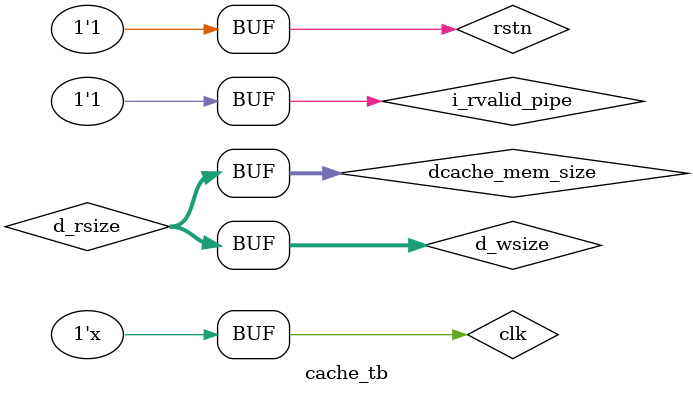
<source format=sv>

`timescale 1ns / 1ps
module cache_tb();

localparam INDEX_WIDTH          = 2;
localparam WORD_OFFSET_WIDTH    = 2;
localparam TOTAL_WORD_NUM       = 1024;

// cache test
reg [31:0]  i_addr_rom [TOTAL_WORD_NUM];
reg [31:0]  d_addr_rom [TOTAL_WORD_NUM];
reg [31:0]  data_ram [TOTAL_WORD_NUM];
reg         wvalid_rom [TOTAL_WORD_NUM];
reg [31:0]  wdata_rom [TOTAL_WORD_NUM];
reg [31:0]  i_test_index = 0;
reg [31:0]  d_test_index = 0;
reg clk = 1'b1, rstn = 1'b0;

initial #5 rstn = 1'b1; 
always #1 clk = ~clk;

// generate data_ram
initial begin
    data_ram[    0] = 'h00000000; 	    data_ram[    1] = 'h00000001; 	    data_ram[    2] = 'h00000002; 	    data_ram[    3] = 'h00000003; 	    data_ram[    4] = 'h00000004; 	    data_ram[    5] = 'h00000005; 	    data_ram[    6] = 'h00000006; 	    data_ram[    7] = 'h00000007; 	
    data_ram[    8] = 'h00000008; 	    data_ram[    9] = 'h00000009; 	    data_ram[   10] = 'h0000000a; 	    data_ram[   11] = 'h0000000b; 	    data_ram[   12] = 'h0000000c; 	    data_ram[   13] = 'h0000000d; 	    data_ram[   14] = 'h0000000e; 	    data_ram[   15] = 'h0000000f; 	
    data_ram[   16] = 'h00000010; 	    data_ram[   17] = 'h00000011; 	    data_ram[   18] = 'h00000012; 	    data_ram[   19] = 'h00000013; 	    data_ram[   20] = 'h00000014; 	    data_ram[   21] = 'h00000015; 	    data_ram[   22] = 'h00000016; 	    data_ram[   23] = 'h00000017; 	
    data_ram[   24] = 'h00000018; 	    data_ram[   25] = 'h00000019; 	    data_ram[   26] = 'h0000001a; 	    data_ram[   27] = 'h0000001b; 	    data_ram[   28] = 'h0000001c; 	    data_ram[   29] = 'h0000001d; 	    data_ram[   30] = 'h0000001e; 	    data_ram[   31] = 'h0000001f; 	
    data_ram[   32] = 'h00000020; 	    data_ram[   33] = 'h00000021; 	    data_ram[   34] = 'h00000022; 	    data_ram[   35] = 'h00000023; 	    data_ram[   36] = 'h00000024; 	    data_ram[   37] = 'h00000025; 	    data_ram[   38] = 'h00000026; 	    data_ram[   39] = 'h00000027; 	
    data_ram[   40] = 'h00000028; 	    data_ram[   41] = 'h00000029; 	    data_ram[   42] = 'h0000002a; 	    data_ram[   43] = 'h0000002b; 	    data_ram[   44] = 'h0000002c; 	    data_ram[   45] = 'h0000002d; 	    data_ram[   46] = 'h0000002e; 	    data_ram[   47] = 'h0000002f; 	
    data_ram[   48] = 'h00000030; 	    data_ram[   49] = 'h00000031; 	    data_ram[   50] = 'h00000032; 	    data_ram[   51] = 'h00000033; 	    data_ram[   52] = 'h00000034; 	    data_ram[   53] = 'h00000035; 	    data_ram[   54] = 'h00000036; 	    data_ram[   55] = 'h00000037; 	
    data_ram[   56] = 'h00000038; 	    data_ram[   57] = 'h00000039; 	    data_ram[   58] = 'h0000003a; 	    data_ram[   59] = 'h0000003b; 	    data_ram[   60] = 'h0000003c; 	    data_ram[   61] = 'h0000003d; 	    data_ram[   62] = 'h0000003e; 	    data_ram[   63] = 'h0000003f; 	
    data_ram[   64] = 'h00000040; 	    data_ram[   65] = 'h00000041; 	    data_ram[   66] = 'h00000042; 	    data_ram[   67] = 'h00000043; 	    data_ram[   68] = 'h00000044; 	    data_ram[   69] = 'h00000045; 	    data_ram[   70] = 'h00000046; 	    data_ram[   71] = 'h00000047; 	
    data_ram[   72] = 'h00000048; 	    data_ram[   73] = 'h00000049; 	    data_ram[   74] = 'h0000004a; 	    data_ram[   75] = 'h0000004b; 	    data_ram[   76] = 'h0000004c; 	    data_ram[   77] = 'h0000004d; 	    data_ram[   78] = 'h0000004e; 	    data_ram[   79] = 'h0000004f; 	
    data_ram[   80] = 'h00000050; 	    data_ram[   81] = 'h00000051; 	    data_ram[   82] = 'h00000052; 	    data_ram[   83] = 'h00000053; 	    data_ram[   84] = 'h00000054; 	    data_ram[   85] = 'h00000055; 	    data_ram[   86] = 'h00000056; 	    data_ram[   87] = 'h00000057; 	
    data_ram[   88] = 'h00000058; 	    data_ram[   89] = 'h00000059; 	    data_ram[   90] = 'h0000005a; 	    data_ram[   91] = 'h0000005b; 	    data_ram[   92] = 'h0000005c; 	    data_ram[   93] = 'h0000005d; 	    data_ram[   94] = 'h0000005e; 	    data_ram[   95] = 'h0000005f; 	
    data_ram[   96] = 'h00000060; 	    data_ram[   97] = 'h00000061; 	    data_ram[   98] = 'h00000062; 	    data_ram[   99] = 'h00000063; 	    data_ram[  100] = 'h00000064; 	    data_ram[  101] = 'h00000065; 	    data_ram[  102] = 'h00000066; 	    data_ram[  103] = 'h00000067; 	
    data_ram[  104] = 'h00000068; 	    data_ram[  105] = 'h00000069; 	    data_ram[  106] = 'h0000006a; 	    data_ram[  107] = 'h0000006b; 	    data_ram[  108] = 'h0000006c; 	    data_ram[  109] = 'h0000006d; 	    data_ram[  110] = 'h0000006e; 	    data_ram[  111] = 'h0000006f; 	
    data_ram[  112] = 'h00000070; 	    data_ram[  113] = 'h00000071; 	    data_ram[  114] = 'h00000072; 	    data_ram[  115] = 'h00000073; 	    data_ram[  116] = 'h00000074; 	    data_ram[  117] = 'h00000075; 	    data_ram[  118] = 'h00000076; 	    data_ram[  119] = 'h00000077; 	
    data_ram[  120] = 'h00000078; 	    data_ram[  121] = 'h00000079; 	    data_ram[  122] = 'h0000007a; 	    data_ram[  123] = 'h0000007b; 	    data_ram[  124] = 'h0000007c; 	    data_ram[  125] = 'h0000007d; 	    data_ram[  126] = 'h0000007e; 	    data_ram[  127] = 'h0000007f; 	
    data_ram[  128] = 'h00000080; 	    data_ram[  129] = 'h00000081; 	    data_ram[  130] = 'h00000082; 	    data_ram[  131] = 'h00000083; 	    data_ram[  132] = 'h00000084; 	    data_ram[  133] = 'h00000085; 	    data_ram[  134] = 'h00000086; 	    data_ram[  135] = 'h00000087; 	
    data_ram[  136] = 'h00000088; 	    data_ram[  137] = 'h00000089; 	    data_ram[  138] = 'h0000008a; 	    data_ram[  139] = 'h0000008b; 	    data_ram[  140] = 'h0000008c; 	    data_ram[  141] = 'h0000008d; 	    data_ram[  142] = 'h0000008e; 	    data_ram[  143] = 'h0000008f; 	
    data_ram[  144] = 'h00000090; 	    data_ram[  145] = 'h00000091; 	    data_ram[  146] = 'h00000092; 	    data_ram[  147] = 'h00000093; 	    data_ram[  148] = 'h00000094; 	    data_ram[  149] = 'h00000095; 	    data_ram[  150] = 'h00000096; 	    data_ram[  151] = 'h00000097; 	
    data_ram[  152] = 'h00000098; 	    data_ram[  153] = 'h00000099; 	    data_ram[  154] = 'h0000009a; 	    data_ram[  155] = 'h0000009b; 	    data_ram[  156] = 'h0000009c; 	    data_ram[  157] = 'h0000009d; 	    data_ram[  158] = 'h0000009e; 	    data_ram[  159] = 'h0000009f; 	
    data_ram[  160] = 'h000000a0; 	    data_ram[  161] = 'h000000a1; 	    data_ram[  162] = 'h000000a2; 	    data_ram[  163] = 'h000000a3; 	    data_ram[  164] = 'h000000a4; 	    data_ram[  165] = 'h000000a5; 	    data_ram[  166] = 'h000000a6; 	    data_ram[  167] = 'h000000a7; 	
    data_ram[  168] = 'h000000a8; 	    data_ram[  169] = 'h000000a9; 	    data_ram[  170] = 'h000000aa; 	    data_ram[  171] = 'h000000ab; 	    data_ram[  172] = 'h000000ac; 	    data_ram[  173] = 'h000000ad; 	    data_ram[  174] = 'h000000ae; 	    data_ram[  175] = 'h000000af; 	
    data_ram[  176] = 'h000000b0; 	    data_ram[  177] = 'h000000b1; 	    data_ram[  178] = 'h000000b2; 	    data_ram[  179] = 'h000000b3; 	    data_ram[  180] = 'h000000b4; 	    data_ram[  181] = 'h000000b5; 	    data_ram[  182] = 'h000000b6; 	    data_ram[  183] = 'h000000b7; 	
    data_ram[  184] = 'h000000b8; 	    data_ram[  185] = 'h000000b9; 	    data_ram[  186] = 'h000000ba; 	    data_ram[  187] = 'h000000bb; 	    data_ram[  188] = 'h000000bc; 	    data_ram[  189] = 'h000000bd; 	    data_ram[  190] = 'h000000be; 	    data_ram[  191] = 'h000000bf; 	
    data_ram[  192] = 'h000000c0; 	    data_ram[  193] = 'h000000c1; 	    data_ram[  194] = 'h000000c2; 	    data_ram[  195] = 'h000000c3; 	    data_ram[  196] = 'h000000c4; 	    data_ram[  197] = 'h000000c5; 	    data_ram[  198] = 'h000000c6; 	    data_ram[  199] = 'h000000c7; 	
    data_ram[  200] = 'h000000c8; 	    data_ram[  201] = 'h000000c9; 	    data_ram[  202] = 'h000000ca; 	    data_ram[  203] = 'h000000cb; 	    data_ram[  204] = 'h000000cc; 	    data_ram[  205] = 'h000000cd; 	    data_ram[  206] = 'h000000ce; 	    data_ram[  207] = 'h000000cf; 	
    data_ram[  208] = 'h000000d0; 	    data_ram[  209] = 'h000000d1; 	    data_ram[  210] = 'h000000d2; 	    data_ram[  211] = 'h000000d3; 	    data_ram[  212] = 'h000000d4; 	    data_ram[  213] = 'h000000d5; 	    data_ram[  214] = 'h000000d6; 	    data_ram[  215] = 'h000000d7; 	
    data_ram[  216] = 'h000000d8; 	    data_ram[  217] = 'h000000d9; 	    data_ram[  218] = 'h000000da; 	    data_ram[  219] = 'h000000db; 	    data_ram[  220] = 'h000000dc; 	    data_ram[  221] = 'h000000dd; 	    data_ram[  222] = 'h000000de; 	    data_ram[  223] = 'h000000df; 	
    data_ram[  224] = 'h000000e0; 	    data_ram[  225] = 'h000000e1; 	    data_ram[  226] = 'h000000e2; 	    data_ram[  227] = 'h000000e3; 	    data_ram[  228] = 'h000000e4; 	    data_ram[  229] = 'h000000e5; 	    data_ram[  230] = 'h000000e6; 	    data_ram[  231] = 'h000000e7; 	
    data_ram[  232] = 'h000000e8; 	    data_ram[  233] = 'h000000e9; 	    data_ram[  234] = 'h000000ea; 	    data_ram[  235] = 'h000000eb; 	    data_ram[  236] = 'h000000ec; 	    data_ram[  237] = 'h000000ed; 	    data_ram[  238] = 'h000000ee; 	    data_ram[  239] = 'h000000ef; 	
    data_ram[  240] = 'h000000f0; 	    data_ram[  241] = 'h000000f1; 	    data_ram[  242] = 'h000000f2; 	    data_ram[  243] = 'h000000f3; 	    data_ram[  244] = 'h000000f4; 	    data_ram[  245] = 'h000000f5; 	    data_ram[  246] = 'h000000f6; 	    data_ram[  247] = 'h000000f7; 	
    data_ram[  248] = 'h000000f8; 	    data_ram[  249] = 'h000000f9; 	    data_ram[  250] = 'h000000fa; 	    data_ram[  251] = 'h000000fb; 	    data_ram[  252] = 'h000000fc; 	    data_ram[  253] = 'h000000fd; 	    data_ram[  254] = 'h000000fe; 	    data_ram[  255] = 'h000000ff; 	
    data_ram[  256] = 'h00000100; 	    data_ram[  257] = 'h00000101; 	    data_ram[  258] = 'h00000102; 	    data_ram[  259] = 'h00000103; 	    data_ram[  260] = 'h00000104; 	    data_ram[  261] = 'h00000105; 	    data_ram[  262] = 'h00000106; 	    data_ram[  263] = 'h00000107; 	
    data_ram[  264] = 'h00000108; 	    data_ram[  265] = 'h00000109; 	    data_ram[  266] = 'h0000010a; 	    data_ram[  267] = 'h0000010b; 	    data_ram[  268] = 'h0000010c; 	    data_ram[  269] = 'h0000010d; 	    data_ram[  270] = 'h0000010e; 	    data_ram[  271] = 'h0000010f; 	
    data_ram[  272] = 'h00000110; 	    data_ram[  273] = 'h00000111; 	    data_ram[  274] = 'h00000112; 	    data_ram[  275] = 'h00000113; 	    data_ram[  276] = 'h00000114; 	    data_ram[  277] = 'h00000115; 	    data_ram[  278] = 'h00000116; 	    data_ram[  279] = 'h00000117; 	
    data_ram[  280] = 'h00000118; 	    data_ram[  281] = 'h00000119; 	    data_ram[  282] = 'h0000011a; 	    data_ram[  283] = 'h0000011b; 	    data_ram[  284] = 'h0000011c; 	    data_ram[  285] = 'h0000011d; 	    data_ram[  286] = 'h0000011e; 	    data_ram[  287] = 'h0000011f; 	
    data_ram[  288] = 'h00000120; 	    data_ram[  289] = 'h00000121; 	    data_ram[  290] = 'h00000122; 	    data_ram[  291] = 'h00000123; 	    data_ram[  292] = 'h00000124; 	    data_ram[  293] = 'h00000125; 	    data_ram[  294] = 'h00000126; 	    data_ram[  295] = 'h00000127; 	
    data_ram[  296] = 'h00000128; 	    data_ram[  297] = 'h00000129; 	    data_ram[  298] = 'h0000012a; 	    data_ram[  299] = 'h0000012b; 	    data_ram[  300] = 'h0000012c; 	    data_ram[  301] = 'h0000012d; 	    data_ram[  302] = 'h0000012e; 	    data_ram[  303] = 'h0000012f; 	
    data_ram[  304] = 'h00000130; 	    data_ram[  305] = 'h00000131; 	    data_ram[  306] = 'h00000132; 	    data_ram[  307] = 'h00000133; 	    data_ram[  308] = 'h00000134; 	    data_ram[  309] = 'h00000135; 	    data_ram[  310] = 'h00000136; 	    data_ram[  311] = 'h00000137; 	
    data_ram[  312] = 'h00000138; 	    data_ram[  313] = 'h00000139; 	    data_ram[  314] = 'h0000013a; 	    data_ram[  315] = 'h0000013b; 	    data_ram[  316] = 'h0000013c; 	    data_ram[  317] = 'h0000013d; 	    data_ram[  318] = 'h0000013e; 	    data_ram[  319] = 'h0000013f; 	
    data_ram[  320] = 'h00000140; 	    data_ram[  321] = 'h00000141; 	    data_ram[  322] = 'h00000142; 	    data_ram[  323] = 'h00000143; 	    data_ram[  324] = 'h00000144; 	    data_ram[  325] = 'h00000145; 	    data_ram[  326] = 'h00000146; 	    data_ram[  327] = 'h00000147; 	
    data_ram[  328] = 'h00000148; 	    data_ram[  329] = 'h00000149; 	    data_ram[  330] = 'h0000014a; 	    data_ram[  331] = 'h0000014b; 	    data_ram[  332] = 'h0000014c; 	    data_ram[  333] = 'h0000014d; 	    data_ram[  334] = 'h0000014e; 	    data_ram[  335] = 'h0000014f; 	
    data_ram[  336] = 'h00000150; 	    data_ram[  337] = 'h00000151; 	    data_ram[  338] = 'h00000152; 	    data_ram[  339] = 'h00000153; 	    data_ram[  340] = 'h00000154; 	    data_ram[  341] = 'h00000155; 	    data_ram[  342] = 'h00000156; 	    data_ram[  343] = 'h00000157; 	
    data_ram[  344] = 'h00000158; 	    data_ram[  345] = 'h00000159; 	    data_ram[  346] = 'h0000015a; 	    data_ram[  347] = 'h0000015b; 	    data_ram[  348] = 'h0000015c; 	    data_ram[  349] = 'h0000015d; 	    data_ram[  350] = 'h0000015e; 	    data_ram[  351] = 'h0000015f; 	
    data_ram[  352] = 'h00000160; 	    data_ram[  353] = 'h00000161; 	    data_ram[  354] = 'h00000162; 	    data_ram[  355] = 'h00000163; 	    data_ram[  356] = 'h00000164; 	    data_ram[  357] = 'h00000165; 	    data_ram[  358] = 'h00000166; 	    data_ram[  359] = 'h00000167; 	
    data_ram[  360] = 'h00000168; 	    data_ram[  361] = 'h00000169; 	    data_ram[  362] = 'h0000016a; 	    data_ram[  363] = 'h0000016b; 	    data_ram[  364] = 'h0000016c; 	    data_ram[  365] = 'h0000016d; 	    data_ram[  366] = 'h0000016e; 	    data_ram[  367] = 'h0000016f; 	
    data_ram[  368] = 'h00000170; 	    data_ram[  369] = 'h00000171; 	    data_ram[  370] = 'h00000172; 	    data_ram[  371] = 'h00000173; 	    data_ram[  372] = 'h00000174; 	    data_ram[  373] = 'h00000175; 	    data_ram[  374] = 'h00000176; 	    data_ram[  375] = 'h00000177; 	
    data_ram[  376] = 'h00000178; 	    data_ram[  377] = 'h00000179; 	    data_ram[  378] = 'h0000017a; 	    data_ram[  379] = 'h0000017b; 	    data_ram[  380] = 'h0000017c; 	    data_ram[  381] = 'h0000017d; 	    data_ram[  382] = 'h0000017e; 	    data_ram[  383] = 'h0000017f; 	
    data_ram[  384] = 'h00000180; 	    data_ram[  385] = 'h00000181; 	    data_ram[  386] = 'h00000182; 	    data_ram[  387] = 'h00000183; 	    data_ram[  388] = 'h00000184; 	    data_ram[  389] = 'h00000185; 	    data_ram[  390] = 'h00000186; 	    data_ram[  391] = 'h00000187; 	
    data_ram[  392] = 'h00000188; 	    data_ram[  393] = 'h00000189; 	    data_ram[  394] = 'h0000018a; 	    data_ram[  395] = 'h0000018b; 	    data_ram[  396] = 'h0000018c; 	    data_ram[  397] = 'h0000018d; 	    data_ram[  398] = 'h0000018e; 	    data_ram[  399] = 'h0000018f; 	
    data_ram[  400] = 'h00000190; 	    data_ram[  401] = 'h00000191; 	    data_ram[  402] = 'h00000192; 	    data_ram[  403] = 'h00000193; 	    data_ram[  404] = 'h00000194; 	    data_ram[  405] = 'h00000195; 	    data_ram[  406] = 'h00000196; 	    data_ram[  407] = 'h00000197; 	
    data_ram[  408] = 'h00000198; 	    data_ram[  409] = 'h00000199; 	    data_ram[  410] = 'h0000019a; 	    data_ram[  411] = 'h0000019b; 	    data_ram[  412] = 'h0000019c; 	    data_ram[  413] = 'h0000019d; 	    data_ram[  414] = 'h0000019e; 	    data_ram[  415] = 'h0000019f; 	
    data_ram[  416] = 'h000001a0; 	    data_ram[  417] = 'h000001a1; 	    data_ram[  418] = 'h000001a2; 	    data_ram[  419] = 'h000001a3; 	    data_ram[  420] = 'h000001a4; 	    data_ram[  421] = 'h000001a5; 	    data_ram[  422] = 'h000001a6; 	    data_ram[  423] = 'h000001a7; 	
    data_ram[  424] = 'h000001a8; 	    data_ram[  425] = 'h000001a9; 	    data_ram[  426] = 'h000001aa; 	    data_ram[  427] = 'h000001ab; 	    data_ram[  428] = 'h000001ac; 	    data_ram[  429] = 'h000001ad; 	    data_ram[  430] = 'h000001ae; 	    data_ram[  431] = 'h000001af; 	
    data_ram[  432] = 'h000001b0; 	    data_ram[  433] = 'h000001b1; 	    data_ram[  434] = 'h000001b2; 	    data_ram[  435] = 'h000001b3; 	    data_ram[  436] = 'h000001b4; 	    data_ram[  437] = 'h000001b5; 	    data_ram[  438] = 'h000001b6; 	    data_ram[  439] = 'h000001b7; 	
    data_ram[  440] = 'h000001b8; 	    data_ram[  441] = 'h000001b9; 	    data_ram[  442] = 'h000001ba; 	    data_ram[  443] = 'h000001bb; 	    data_ram[  444] = 'h000001bc; 	    data_ram[  445] = 'h000001bd; 	    data_ram[  446] = 'h000001be; 	    data_ram[  447] = 'h000001bf; 	
    data_ram[  448] = 'h000001c0; 	    data_ram[  449] = 'h000001c1; 	    data_ram[  450] = 'h000001c2; 	    data_ram[  451] = 'h000001c3; 	    data_ram[  452] = 'h000001c4; 	    data_ram[  453] = 'h000001c5; 	    data_ram[  454] = 'h000001c6; 	    data_ram[  455] = 'h000001c7; 	
    data_ram[  456] = 'h000001c8; 	    data_ram[  457] = 'h000001c9; 	    data_ram[  458] = 'h000001ca; 	    data_ram[  459] = 'h000001cb; 	    data_ram[  460] = 'h000001cc; 	    data_ram[  461] = 'h000001cd; 	    data_ram[  462] = 'h000001ce; 	    data_ram[  463] = 'h000001cf; 	
    data_ram[  464] = 'h000001d0; 	    data_ram[  465] = 'h000001d1; 	    data_ram[  466] = 'h000001d2; 	    data_ram[  467] = 'h000001d3; 	    data_ram[  468] = 'h000001d4; 	    data_ram[  469] = 'h000001d5; 	    data_ram[  470] = 'h000001d6; 	    data_ram[  471] = 'h000001d7; 	
    data_ram[  472] = 'h000001d8; 	    data_ram[  473] = 'h000001d9; 	    data_ram[  474] = 'h000001da; 	    data_ram[  475] = 'h000001db; 	    data_ram[  476] = 'h000001dc; 	    data_ram[  477] = 'h000001dd; 	    data_ram[  478] = 'h000001de; 	    data_ram[  479] = 'h000001df; 	
    data_ram[  480] = 'h000001e0; 	    data_ram[  481] = 'h000001e1; 	    data_ram[  482] = 'h000001e2; 	    data_ram[  483] = 'h000001e3; 	    data_ram[  484] = 'h000001e4; 	    data_ram[  485] = 'h000001e5; 	    data_ram[  486] = 'h000001e6; 	    data_ram[  487] = 'h000001e7; 	
    data_ram[  488] = 'h000001e8; 	    data_ram[  489] = 'h000001e9; 	    data_ram[  490] = 'h000001ea; 	    data_ram[  491] = 'h000001eb; 	    data_ram[  492] = 'h000001ec; 	    data_ram[  493] = 'h000001ed; 	    data_ram[  494] = 'h000001ee; 	    data_ram[  495] = 'h000001ef; 	
    data_ram[  496] = 'h000001f0; 	    data_ram[  497] = 'h000001f1; 	    data_ram[  498] = 'h000001f2; 	    data_ram[  499] = 'h000001f3; 	    data_ram[  500] = 'h000001f4; 	    data_ram[  501] = 'h000001f5; 	    data_ram[  502] = 'h000001f6; 	    data_ram[  503] = 'h000001f7; 	
    data_ram[  504] = 'h000001f8; 	    data_ram[  505] = 'h000001f9; 	    data_ram[  506] = 'h000001fa; 	    data_ram[  507] = 'h000001fb; 	    data_ram[  508] = 'h000001fc; 	    data_ram[  509] = 'h000001fd; 	    data_ram[  510] = 'h000001fe; 	    data_ram[  511] = 'h000001ff; 	
    data_ram[  512] = 'h00000200; 	    data_ram[  513] = 'h00000201; 	    data_ram[  514] = 'h00000202; 	    data_ram[  515] = 'h00000203; 	    data_ram[  516] = 'h00000204; 	    data_ram[  517] = 'h00000205; 	    data_ram[  518] = 'h00000206; 	    data_ram[  519] = 'h00000207; 	
    data_ram[  520] = 'h00000208; 	    data_ram[  521] = 'h00000209; 	    data_ram[  522] = 'h0000020a; 	    data_ram[  523] = 'h0000020b; 	    data_ram[  524] = 'h0000020c; 	    data_ram[  525] = 'h0000020d; 	    data_ram[  526] = 'h0000020e; 	    data_ram[  527] = 'h0000020f; 	
    data_ram[  528] = 'h00000210; 	    data_ram[  529] = 'h00000211; 	    data_ram[  530] = 'h00000212; 	    data_ram[  531] = 'h00000213; 	    data_ram[  532] = 'h00000214; 	    data_ram[  533] = 'h00000215; 	    data_ram[  534] = 'h00000216; 	    data_ram[  535] = 'h00000217; 	
    data_ram[  536] = 'h00000218; 	    data_ram[  537] = 'h00000219; 	    data_ram[  538] = 'h0000021a; 	    data_ram[  539] = 'h0000021b; 	    data_ram[  540] = 'h0000021c; 	    data_ram[  541] = 'h0000021d; 	    data_ram[  542] = 'h0000021e; 	    data_ram[  543] = 'h0000021f; 	
    data_ram[  544] = 'h00000220; 	    data_ram[  545] = 'h00000221; 	    data_ram[  546] = 'h00000222; 	    data_ram[  547] = 'h00000223; 	    data_ram[  548] = 'h00000224; 	    data_ram[  549] = 'h00000225; 	    data_ram[  550] = 'h00000226; 	    data_ram[  551] = 'h00000227; 	
    data_ram[  552] = 'h00000228; 	    data_ram[  553] = 'h00000229; 	    data_ram[  554] = 'h0000022a; 	    data_ram[  555] = 'h0000022b; 	    data_ram[  556] = 'h0000022c; 	    data_ram[  557] = 'h0000022d; 	    data_ram[  558] = 'h0000022e; 	    data_ram[  559] = 'h0000022f; 	
    data_ram[  560] = 'h00000230; 	    data_ram[  561] = 'h00000231; 	    data_ram[  562] = 'h00000232; 	    data_ram[  563] = 'h00000233; 	    data_ram[  564] = 'h00000234; 	    data_ram[  565] = 'h00000235; 	    data_ram[  566] = 'h00000236; 	    data_ram[  567] = 'h00000237; 	
    data_ram[  568] = 'h00000238; 	    data_ram[  569] = 'h00000239; 	    data_ram[  570] = 'h0000023a; 	    data_ram[  571] = 'h0000023b; 	    data_ram[  572] = 'h0000023c; 	    data_ram[  573] = 'h0000023d; 	    data_ram[  574] = 'h0000023e; 	    data_ram[  575] = 'h0000023f; 	
    data_ram[  576] = 'h00000240; 	    data_ram[  577] = 'h00000241; 	    data_ram[  578] = 'h00000242; 	    data_ram[  579] = 'h00000243; 	    data_ram[  580] = 'h00000244; 	    data_ram[  581] = 'h00000245; 	    data_ram[  582] = 'h00000246; 	    data_ram[  583] = 'h00000247; 	
    data_ram[  584] = 'h00000248; 	    data_ram[  585] = 'h00000249; 	    data_ram[  586] = 'h0000024a; 	    data_ram[  587] = 'h0000024b; 	    data_ram[  588] = 'h0000024c; 	    data_ram[  589] = 'h0000024d; 	    data_ram[  590] = 'h0000024e; 	    data_ram[  591] = 'h0000024f; 	
    data_ram[  592] = 'h00000250; 	    data_ram[  593] = 'h00000251; 	    data_ram[  594] = 'h00000252; 	    data_ram[  595] = 'h00000253; 	    data_ram[  596] = 'h00000254; 	    data_ram[  597] = 'h00000255; 	    data_ram[  598] = 'h00000256; 	    data_ram[  599] = 'h00000257; 	
    data_ram[  600] = 'h00000258; 	    data_ram[  601] = 'h00000259; 	    data_ram[  602] = 'h0000025a; 	    data_ram[  603] = 'h0000025b; 	    data_ram[  604] = 'h0000025c; 	    data_ram[  605] = 'h0000025d; 	    data_ram[  606] = 'h0000025e; 	    data_ram[  607] = 'h0000025f; 	
    data_ram[  608] = 'h00000260; 	    data_ram[  609] = 'h00000261; 	    data_ram[  610] = 'h00000262; 	    data_ram[  611] = 'h00000263; 	    data_ram[  612] = 'h00000264; 	    data_ram[  613] = 'h00000265; 	    data_ram[  614] = 'h00000266; 	    data_ram[  615] = 'h00000267; 	
    data_ram[  616] = 'h00000268; 	    data_ram[  617] = 'h00000269; 	    data_ram[  618] = 'h0000026a; 	    data_ram[  619] = 'h0000026b; 	    data_ram[  620] = 'h0000026c; 	    data_ram[  621] = 'h0000026d; 	    data_ram[  622] = 'h0000026e; 	    data_ram[  623] = 'h0000026f; 	
    data_ram[  624] = 'h00000270; 	    data_ram[  625] = 'h00000271; 	    data_ram[  626] = 'h00000272; 	    data_ram[  627] = 'h00000273; 	    data_ram[  628] = 'h00000274; 	    data_ram[  629] = 'h00000275; 	    data_ram[  630] = 'h00000276; 	    data_ram[  631] = 'h00000277; 	
    data_ram[  632] = 'h00000278; 	    data_ram[  633] = 'h00000279; 	    data_ram[  634] = 'h0000027a; 	    data_ram[  635] = 'h0000027b; 	    data_ram[  636] = 'h0000027c; 	    data_ram[  637] = 'h0000027d; 	    data_ram[  638] = 'h0000027e; 	    data_ram[  639] = 'h0000027f; 	
    data_ram[  640] = 'h00000280; 	    data_ram[  641] = 'h00000281; 	    data_ram[  642] = 'h00000282; 	    data_ram[  643] = 'h00000283; 	    data_ram[  644] = 'h00000284; 	    data_ram[  645] = 'h00000285; 	    data_ram[  646] = 'h00000286; 	    data_ram[  647] = 'h00000287; 	
    data_ram[  648] = 'h00000288; 	    data_ram[  649] = 'h00000289; 	    data_ram[  650] = 'h0000028a; 	    data_ram[  651] = 'h0000028b; 	    data_ram[  652] = 'h0000028c; 	    data_ram[  653] = 'h0000028d; 	    data_ram[  654] = 'h0000028e; 	    data_ram[  655] = 'h0000028f; 	
    data_ram[  656] = 'h00000290; 	    data_ram[  657] = 'h00000291; 	    data_ram[  658] = 'h00000292; 	    data_ram[  659] = 'h00000293; 	    data_ram[  660] = 'h00000294; 	    data_ram[  661] = 'h00000295; 	    data_ram[  662] = 'h00000296; 	    data_ram[  663] = 'h00000297; 	
    data_ram[  664] = 'h00000298; 	    data_ram[  665] = 'h00000299; 	    data_ram[  666] = 'h0000029a; 	    data_ram[  667] = 'h0000029b; 	    data_ram[  668] = 'h0000029c; 	    data_ram[  669] = 'h0000029d; 	    data_ram[  670] = 'h0000029e; 	    data_ram[  671] = 'h0000029f; 	
    data_ram[  672] = 'h000002a0; 	    data_ram[  673] = 'h000002a1; 	    data_ram[  674] = 'h000002a2; 	    data_ram[  675] = 'h000002a3; 	    data_ram[  676] = 'h000002a4; 	    data_ram[  677] = 'h000002a5; 	    data_ram[  678] = 'h000002a6; 	    data_ram[  679] = 'h000002a7; 	
    data_ram[  680] = 'h000002a8; 	    data_ram[  681] = 'h000002a9; 	    data_ram[  682] = 'h000002aa; 	    data_ram[  683] = 'h000002ab; 	    data_ram[  684] = 'h000002ac; 	    data_ram[  685] = 'h000002ad; 	    data_ram[  686] = 'h000002ae; 	    data_ram[  687] = 'h000002af; 	
    data_ram[  688] = 'h000002b0; 	    data_ram[  689] = 'h000002b1; 	    data_ram[  690] = 'h000002b2; 	    data_ram[  691] = 'h000002b3; 	    data_ram[  692] = 'h000002b4; 	    data_ram[  693] = 'h000002b5; 	    data_ram[  694] = 'h000002b6; 	    data_ram[  695] = 'h000002b7; 	
    data_ram[  696] = 'h000002b8; 	    data_ram[  697] = 'h000002b9; 	    data_ram[  698] = 'h000002ba; 	    data_ram[  699] = 'h000002bb; 	    data_ram[  700] = 'h000002bc; 	    data_ram[  701] = 'h000002bd; 	    data_ram[  702] = 'h000002be; 	    data_ram[  703] = 'h000002bf; 	
    data_ram[  704] = 'h000002c0; 	    data_ram[  705] = 'h000002c1; 	    data_ram[  706] = 'h000002c2; 	    data_ram[  707] = 'h000002c3; 	    data_ram[  708] = 'h000002c4; 	    data_ram[  709] = 'h000002c5; 	    data_ram[  710] = 'h000002c6; 	    data_ram[  711] = 'h000002c7; 	
    data_ram[  712] = 'h000002c8; 	    data_ram[  713] = 'h000002c9; 	    data_ram[  714] = 'h000002ca; 	    data_ram[  715] = 'h000002cb; 	    data_ram[  716] = 'h000002cc; 	    data_ram[  717] = 'h000002cd; 	    data_ram[  718] = 'h000002ce; 	    data_ram[  719] = 'h000002cf; 	
    data_ram[  720] = 'h000002d0; 	    data_ram[  721] = 'h000002d1; 	    data_ram[  722] = 'h000002d2; 	    data_ram[  723] = 'h000002d3; 	    data_ram[  724] = 'h000002d4; 	    data_ram[  725] = 'h000002d5; 	    data_ram[  726] = 'h000002d6; 	    data_ram[  727] = 'h000002d7; 	
    data_ram[  728] = 'h000002d8; 	    data_ram[  729] = 'h000002d9; 	    data_ram[  730] = 'h000002da; 	    data_ram[  731] = 'h000002db; 	    data_ram[  732] = 'h000002dc; 	    data_ram[  733] = 'h000002dd; 	    data_ram[  734] = 'h000002de; 	    data_ram[  735] = 'h000002df; 	
    data_ram[  736] = 'h000002e0; 	    data_ram[  737] = 'h000002e1; 	    data_ram[  738] = 'h000002e2; 	    data_ram[  739] = 'h000002e3; 	    data_ram[  740] = 'h000002e4; 	    data_ram[  741] = 'h000002e5; 	    data_ram[  742] = 'h000002e6; 	    data_ram[  743] = 'h000002e7; 	
    data_ram[  744] = 'h000002e8; 	    data_ram[  745] = 'h000002e9; 	    data_ram[  746] = 'h000002ea; 	    data_ram[  747] = 'h000002eb; 	    data_ram[  748] = 'h000002ec; 	    data_ram[  749] = 'h000002ed; 	    data_ram[  750] = 'h000002ee; 	    data_ram[  751] = 'h000002ef; 	
    data_ram[  752] = 'h000002f0; 	    data_ram[  753] = 'h000002f1; 	    data_ram[  754] = 'h000002f2; 	    data_ram[  755] = 'h000002f3; 	    data_ram[  756] = 'h000002f4; 	    data_ram[  757] = 'h000002f5; 	    data_ram[  758] = 'h000002f6; 	    data_ram[  759] = 'h000002f7; 	
    data_ram[  760] = 'h000002f8; 	    data_ram[  761] = 'h000002f9; 	    data_ram[  762] = 'h000002fa; 	    data_ram[  763] = 'h000002fb; 	    data_ram[  764] = 'h000002fc; 	    data_ram[  765] = 'h000002fd; 	    data_ram[  766] = 'h000002fe; 	    data_ram[  767] = 'h000002ff; 	
    data_ram[  768] = 'h00000300; 	    data_ram[  769] = 'h00000301; 	    data_ram[  770] = 'h00000302; 	    data_ram[  771] = 'h00000303; 	    data_ram[  772] = 'h00000304; 	    data_ram[  773] = 'h00000305; 	    data_ram[  774] = 'h00000306; 	    data_ram[  775] = 'h00000307; 	
    data_ram[  776] = 'h00000308; 	    data_ram[  777] = 'h00000309; 	    data_ram[  778] = 'h0000030a; 	    data_ram[  779] = 'h0000030b; 	    data_ram[  780] = 'h0000030c; 	    data_ram[  781] = 'h0000030d; 	    data_ram[  782] = 'h0000030e; 	    data_ram[  783] = 'h0000030f; 	
    data_ram[  784] = 'h00000310; 	    data_ram[  785] = 'h00000311; 	    data_ram[  786] = 'h00000312; 	    data_ram[  787] = 'h00000313; 	    data_ram[  788] = 'h00000314; 	    data_ram[  789] = 'h00000315; 	    data_ram[  790] = 'h00000316; 	    data_ram[  791] = 'h00000317; 	
    data_ram[  792] = 'h00000318; 	    data_ram[  793] = 'h00000319; 	    data_ram[  794] = 'h0000031a; 	    data_ram[  795] = 'h0000031b; 	    data_ram[  796] = 'h0000031c; 	    data_ram[  797] = 'h0000031d; 	    data_ram[  798] = 'h0000031e; 	    data_ram[  799] = 'h0000031f; 	
    data_ram[  800] = 'h00000320; 	    data_ram[  801] = 'h00000321; 	    data_ram[  802] = 'h00000322; 	    data_ram[  803] = 'h00000323; 	    data_ram[  804] = 'h00000324; 	    data_ram[  805] = 'h00000325; 	    data_ram[  806] = 'h00000326; 	    data_ram[  807] = 'h00000327; 	
    data_ram[  808] = 'h00000328; 	    data_ram[  809] = 'h00000329; 	    data_ram[  810] = 'h0000032a; 	    data_ram[  811] = 'h0000032b; 	    data_ram[  812] = 'h0000032c; 	    data_ram[  813] = 'h0000032d; 	    data_ram[  814] = 'h0000032e; 	    data_ram[  815] = 'h0000032f; 	
    data_ram[  816] = 'h00000330; 	    data_ram[  817] = 'h00000331; 	    data_ram[  818] = 'h00000332; 	    data_ram[  819] = 'h00000333; 	    data_ram[  820] = 'h00000334; 	    data_ram[  821] = 'h00000335; 	    data_ram[  822] = 'h00000336; 	    data_ram[  823] = 'h00000337; 	
    data_ram[  824] = 'h00000338; 	    data_ram[  825] = 'h00000339; 	    data_ram[  826] = 'h0000033a; 	    data_ram[  827] = 'h0000033b; 	    data_ram[  828] = 'h0000033c; 	    data_ram[  829] = 'h0000033d; 	    data_ram[  830] = 'h0000033e; 	    data_ram[  831] = 'h0000033f; 	
    data_ram[  832] = 'h00000340; 	    data_ram[  833] = 'h00000341; 	    data_ram[  834] = 'h00000342; 	    data_ram[  835] = 'h00000343; 	    data_ram[  836] = 'h00000344; 	    data_ram[  837] = 'h00000345; 	    data_ram[  838] = 'h00000346; 	    data_ram[  839] = 'h00000347; 	
    data_ram[  840] = 'h00000348; 	    data_ram[  841] = 'h00000349; 	    data_ram[  842] = 'h0000034a; 	    data_ram[  843] = 'h0000034b; 	    data_ram[  844] = 'h0000034c; 	    data_ram[  845] = 'h0000034d; 	    data_ram[  846] = 'h0000034e; 	    data_ram[  847] = 'h0000034f; 	
    data_ram[  848] = 'h00000350; 	    data_ram[  849] = 'h00000351; 	    data_ram[  850] = 'h00000352; 	    data_ram[  851] = 'h00000353; 	    data_ram[  852] = 'h00000354; 	    data_ram[  853] = 'h00000355; 	    data_ram[  854] = 'h00000356; 	    data_ram[  855] = 'h00000357; 	
    data_ram[  856] = 'h00000358; 	    data_ram[  857] = 'h00000359; 	    data_ram[  858] = 'h0000035a; 	    data_ram[  859] = 'h0000035b; 	    data_ram[  860] = 'h0000035c; 	    data_ram[  861] = 'h0000035d; 	    data_ram[  862] = 'h0000035e; 	    data_ram[  863] = 'h0000035f; 	
    data_ram[  864] = 'h00000360; 	    data_ram[  865] = 'h00000361; 	    data_ram[  866] = 'h00000362; 	    data_ram[  867] = 'h00000363; 	    data_ram[  868] = 'h00000364; 	    data_ram[  869] = 'h00000365; 	    data_ram[  870] = 'h00000366; 	    data_ram[  871] = 'h00000367; 	
    data_ram[  872] = 'h00000368; 	    data_ram[  873] = 'h00000369; 	    data_ram[  874] = 'h0000036a; 	    data_ram[  875] = 'h0000036b; 	    data_ram[  876] = 'h0000036c; 	    data_ram[  877] = 'h0000036d; 	    data_ram[  878] = 'h0000036e; 	    data_ram[  879] = 'h0000036f; 	
    data_ram[  880] = 'h00000370; 	    data_ram[  881] = 'h00000371; 	    data_ram[  882] = 'h00000372; 	    data_ram[  883] = 'h00000373; 	    data_ram[  884] = 'h00000374; 	    data_ram[  885] = 'h00000375; 	    data_ram[  886] = 'h00000376; 	    data_ram[  887] = 'h00000377; 	
    data_ram[  888] = 'h00000378; 	    data_ram[  889] = 'h00000379; 	    data_ram[  890] = 'h0000037a; 	    data_ram[  891] = 'h0000037b; 	    data_ram[  892] = 'h0000037c; 	    data_ram[  893] = 'h0000037d; 	    data_ram[  894] = 'h0000037e; 	    data_ram[  895] = 'h0000037f; 	
    data_ram[  896] = 'h00000380; 	    data_ram[  897] = 'h00000381; 	    data_ram[  898] = 'h00000382; 	    data_ram[  899] = 'h00000383; 	    data_ram[  900] = 'h00000384; 	    data_ram[  901] = 'h00000385; 	    data_ram[  902] = 'h00000386; 	    data_ram[  903] = 'h00000387; 	
    data_ram[  904] = 'h00000388; 	    data_ram[  905] = 'h00000389; 	    data_ram[  906] = 'h0000038a; 	    data_ram[  907] = 'h0000038b; 	    data_ram[  908] = 'h0000038c; 	    data_ram[  909] = 'h0000038d; 	    data_ram[  910] = 'h0000038e; 	    data_ram[  911] = 'h0000038f; 	
    data_ram[  912] = 'h00000390; 	    data_ram[  913] = 'h00000391; 	    data_ram[  914] = 'h00000392; 	    data_ram[  915] = 'h00000393; 	    data_ram[  916] = 'h00000394; 	    data_ram[  917] = 'h00000395; 	    data_ram[  918] = 'h00000396; 	    data_ram[  919] = 'h00000397; 	
    data_ram[  920] = 'h00000398; 	    data_ram[  921] = 'h00000399; 	    data_ram[  922] = 'h0000039a; 	    data_ram[  923] = 'h0000039b; 	    data_ram[  924] = 'h0000039c; 	    data_ram[  925] = 'h0000039d; 	    data_ram[  926] = 'h0000039e; 	    data_ram[  927] = 'h0000039f; 	
    data_ram[  928] = 'h000003a0; 	    data_ram[  929] = 'h000003a1; 	    data_ram[  930] = 'h000003a2; 	    data_ram[  931] = 'h000003a3; 	    data_ram[  932] = 'h000003a4; 	    data_ram[  933] = 'h000003a5; 	    data_ram[  934] = 'h000003a6; 	    data_ram[  935] = 'h000003a7; 	
    data_ram[  936] = 'h000003a8; 	    data_ram[  937] = 'h000003a9; 	    data_ram[  938] = 'h000003aa; 	    data_ram[  939] = 'h000003ab; 	    data_ram[  940] = 'h000003ac; 	    data_ram[  941] = 'h000003ad; 	    data_ram[  942] = 'h000003ae; 	    data_ram[  943] = 'h000003af; 	
    data_ram[  944] = 'h000003b0; 	    data_ram[  945] = 'h000003b1; 	    data_ram[  946] = 'h000003b2; 	    data_ram[  947] = 'h000003b3; 	    data_ram[  948] = 'h000003b4; 	    data_ram[  949] = 'h000003b5; 	    data_ram[  950] = 'h000003b6; 	    data_ram[  951] = 'h000003b7; 	
    data_ram[  952] = 'h000003b8; 	    data_ram[  953] = 'h000003b9; 	    data_ram[  954] = 'h000003ba; 	    data_ram[  955] = 'h000003bb; 	    data_ram[  956] = 'h000003bc; 	    data_ram[  957] = 'h000003bd; 	    data_ram[  958] = 'h000003be; 	    data_ram[  959] = 'h000003bf; 	
    data_ram[  960] = 'h000003c0; 	    data_ram[  961] = 'h000003c1; 	    data_ram[  962] = 'h000003c2; 	    data_ram[  963] = 'h000003c3; 	    data_ram[  964] = 'h000003c4; 	    data_ram[  965] = 'h000003c5; 	    data_ram[  966] = 'h000003c6; 	    data_ram[  967] = 'h000003c7; 	
    data_ram[  968] = 'h000003c8; 	    data_ram[  969] = 'h000003c9; 	    data_ram[  970] = 'h000003ca; 	    data_ram[  971] = 'h000003cb; 	    data_ram[  972] = 'h000003cc; 	    data_ram[  973] = 'h000003cd; 	    data_ram[  974] = 'h000003ce; 	    data_ram[  975] = 'h000003cf; 	
    data_ram[  976] = 'h000003d0; 	    data_ram[  977] = 'h000003d1; 	    data_ram[  978] = 'h000003d2; 	    data_ram[  979] = 'h000003d3; 	    data_ram[  980] = 'h000003d4; 	    data_ram[  981] = 'h000003d5; 	    data_ram[  982] = 'h000003d6; 	    data_ram[  983] = 'h000003d7; 	
    data_ram[  984] = 'h000003d8; 	    data_ram[  985] = 'h000003d9; 	    data_ram[  986] = 'h000003da; 	    data_ram[  987] = 'h000003db; 	    data_ram[  988] = 'h000003dc; 	    data_ram[  989] = 'h000003dd; 	    data_ram[  990] = 'h000003de; 	    data_ram[  991] = 'h000003df; 	
    data_ram[  992] = 'h000003e0; 	    data_ram[  993] = 'h000003e1; 	    data_ram[  994] = 'h000003e2; 	    data_ram[  995] = 'h000003e3; 	    data_ram[  996] = 'h000003e4; 	    data_ram[  997] = 'h000003e5; 	    data_ram[  998] = 'h000003e6; 	    data_ram[  999] = 'h000003e7; 	
    data_ram[ 1000] = 'h000003e8; 	    data_ram[ 1001] = 'h000003e9; 	    data_ram[ 1002] = 'h000003ea; 	    data_ram[ 1003] = 'h000003eb; 	    data_ram[ 1004] = 'h000003ec; 	    data_ram[ 1005] = 'h000003ed; 	    data_ram[ 1006] = 'h000003ee; 	    data_ram[ 1007] = 'h000003ef; 	
    data_ram[ 1008] = 'h000003f0; 	    data_ram[ 1009] = 'h000003f1; 	    data_ram[ 1010] = 'h000003f2; 	    data_ram[ 1011] = 'h000003f3; 	    data_ram[ 1012] = 'h000003f4; 	    data_ram[ 1013] = 'h000003f5; 	    data_ram[ 1014] = 'h000003f6; 	    data_ram[ 1015] = 'h000003f7; 	
    data_ram[ 1016] = 'h000003f8; 	    data_ram[ 1017] = 'h000003f9; 	    data_ram[ 1018] = 'h000003fa; 	    data_ram[ 1019] = 'h000003fb; 	    data_ram[ 1020] = 'h000003fc; 	    data_ram[ 1021] = 'h000003fd; 	    data_ram[ 1022] = 'h000003fe; 	    data_ram[ 1023] = 'h000003ff; 	

end
initial begin
    i_addr_rom[    0] = 'h0000009c; 	    d_addr_rom[    0] = 'h000008b8; 	    wdata_rom[    0] = 'h53936e4e; 	    wvalid_rom[    0] = 0; 
    i_addr_rom[    1] = 'h00000540; 	    d_addr_rom[    1] = 'h0000094c; 	    wdata_rom[    1] = 'h152428b1; 	    wvalid_rom[    1] = 1; 
    i_addr_rom[    2] = 'h000003fc; 	    d_addr_rom[    2] = 'h00000d08; 	    wdata_rom[    2] = 'heb6d07be; 	    wvalid_rom[    2] = 0; 
    i_addr_rom[    3] = 'h00000118; 	    d_addr_rom[    3] = 'h0000085c; 	    wdata_rom[    3] = 'hb01f3cb4; 	    wvalid_rom[    3] = 1; 
    i_addr_rom[    4] = 'h000000e4; 	    d_addr_rom[    4] = 'h00000e10; 	    wdata_rom[    4] = 'hcc0f0c59; 	    wvalid_rom[    4] = 0; 
    i_addr_rom[    5] = 'h00000290; 	    d_addr_rom[    5] = 'h00000bdc; 	    wdata_rom[    5] = 'h95ca3206; 	    wvalid_rom[    5] = 0; 
    i_addr_rom[    6] = 'h000001a8; 	    d_addr_rom[    6] = 'h00000d8c; 	    wdata_rom[    6] = 'ha116ab10; 	    wvalid_rom[    6] = 1; 
    i_addr_rom[    7] = 'h00000758; 	    d_addr_rom[    7] = 'h00000dbc; 	    wdata_rom[    7] = 'h6a70cd11; 	    wvalid_rom[    7] = 0; 
    i_addr_rom[    8] = 'h00000424; 	    d_addr_rom[    8] = 'h00000d44; 	    wdata_rom[    8] = 'h9c098e68; 	    wvalid_rom[    8] = 1; 
    i_addr_rom[    9] = 'h000000a8; 	    d_addr_rom[    9] = 'h00000e6c; 	    wdata_rom[    9] = 'h2a51bcb6; 	    wvalid_rom[    9] = 1; 
    i_addr_rom[   10] = 'h00000218; 	    d_addr_rom[   10] = 'h00000c08; 	    wdata_rom[   10] = 'h6c241477; 	    wvalid_rom[   10] = 0; 
    i_addr_rom[   11] = 'h00000730; 	    d_addr_rom[   11] = 'h00000bdc; 	    wdata_rom[   11] = 'h9eb6e356; 	    wvalid_rom[   11] = 1; 
    i_addr_rom[   12] = 'h0000019c; 	    d_addr_rom[   12] = 'h00000ba8; 	    wdata_rom[   12] = 'h180e298d; 	    wvalid_rom[   12] = 1; 
    i_addr_rom[   13] = 'h000001f0; 	    d_addr_rom[   13] = 'h00000dc4; 	    wdata_rom[   13] = 'h0140d5d0; 	    wvalid_rom[   13] = 1; 
    i_addr_rom[   14] = 'h00000278; 	    d_addr_rom[   14] = 'h00000874; 	    wdata_rom[   14] = 'h23b071f3; 	    wvalid_rom[   14] = 1; 
    i_addr_rom[   15] = 'h00000778; 	    d_addr_rom[   15] = 'h000009e0; 	    wdata_rom[   15] = 'h68fb60c1; 	    wvalid_rom[   15] = 0; 
    i_addr_rom[   16] = 'h00000394; 	    d_addr_rom[   16] = 'h000009b0; 	    wdata_rom[   16] = 'h4f317ae4; 	    wvalid_rom[   16] = 1; 
    i_addr_rom[   17] = 'h0000079c; 	    d_addr_rom[   17] = 'h00000ec0; 	    wdata_rom[   17] = 'hb2d356fe; 	    wvalid_rom[   17] = 1; 
    i_addr_rom[   18] = 'h000000f0; 	    d_addr_rom[   18] = 'h00000a20; 	    wdata_rom[   18] = 'h99971305; 	    wvalid_rom[   18] = 1; 
    i_addr_rom[   19] = 'h000001d0; 	    d_addr_rom[   19] = 'h000009c8; 	    wdata_rom[   19] = 'haffa59a1; 	    wvalid_rom[   19] = 1; 
    i_addr_rom[   20] = 'h000001a4; 	    d_addr_rom[   20] = 'h000009d8; 	    wdata_rom[   20] = 'h7a520bba; 	    wvalid_rom[   20] = 1; 
    i_addr_rom[   21] = 'h0000076c; 	    d_addr_rom[   21] = 'h00000b34; 	    wdata_rom[   21] = 'h67f5b96a; 	    wvalid_rom[   21] = 0; 
    i_addr_rom[   22] = 'h00000178; 	    d_addr_rom[   22] = 'h00000aa4; 	    wdata_rom[   22] = 'h0f64aa62; 	    wvalid_rom[   22] = 1; 
    i_addr_rom[   23] = 'h00000204; 	    d_addr_rom[   23] = 'h00000d28; 	    wdata_rom[   23] = 'hb02eb24a; 	    wvalid_rom[   23] = 0; 
    i_addr_rom[   24] = 'h00000448; 	    d_addr_rom[   24] = 'h00000a6c; 	    wdata_rom[   24] = 'h07b821f6; 	    wvalid_rom[   24] = 1; 
    i_addr_rom[   25] = 'h0000046c; 	    d_addr_rom[   25] = 'h00000f34; 	    wdata_rom[   25] = 'h0aad9093; 	    wvalid_rom[   25] = 1; 
    i_addr_rom[   26] = 'h00000204; 	    d_addr_rom[   26] = 'h00000db4; 	    wdata_rom[   26] = 'h72f94911; 	    wvalid_rom[   26] = 1; 
    i_addr_rom[   27] = 'h00000350; 	    d_addr_rom[   27] = 'h00000f50; 	    wdata_rom[   27] = 'h5b1ef34f; 	    wvalid_rom[   27] = 1; 
    i_addr_rom[   28] = 'h00000028; 	    d_addr_rom[   28] = 'h00000c98; 	    wdata_rom[   28] = 'hf12f5240; 	    wvalid_rom[   28] = 0; 
    i_addr_rom[   29] = 'h000006e4; 	    d_addr_rom[   29] = 'h00000cc8; 	    wdata_rom[   29] = 'h92a51691; 	    wvalid_rom[   29] = 1; 
    i_addr_rom[   30] = 'h00000504; 	    d_addr_rom[   30] = 'h00000ff0; 	    wdata_rom[   30] = 'hf3f84584; 	    wvalid_rom[   30] = 0; 
    i_addr_rom[   31] = 'h000003c8; 	    d_addr_rom[   31] = 'h00000adc; 	    wdata_rom[   31] = 'h424a299b; 	    wvalid_rom[   31] = 1; 
    i_addr_rom[   32] = 'h0000047c; 	    d_addr_rom[   32] = 'h00000e00; 	    wdata_rom[   32] = 'h3b51669b; 	    wvalid_rom[   32] = 0; 
    i_addr_rom[   33] = 'h00000510; 	    d_addr_rom[   33] = 'h00000cc0; 	    wdata_rom[   33] = 'h34c44d29; 	    wvalid_rom[   33] = 1; 
    i_addr_rom[   34] = 'h0000007c; 	    d_addr_rom[   34] = 'h00000e08; 	    wdata_rom[   34] = 'ha2fdf764; 	    wvalid_rom[   34] = 0; 
    i_addr_rom[   35] = 'h00000644; 	    d_addr_rom[   35] = 'h00000a20; 	    wdata_rom[   35] = 'ha1b1474f; 	    wvalid_rom[   35] = 0; 
    i_addr_rom[   36] = 'h000007f8; 	    d_addr_rom[   36] = 'h00000ca0; 	    wdata_rom[   36] = 'h3870b079; 	    wvalid_rom[   36] = 0; 
    i_addr_rom[   37] = 'h00000218; 	    d_addr_rom[   37] = 'h00000840; 	    wdata_rom[   37] = 'h82ab6bf0; 	    wvalid_rom[   37] = 1; 
    i_addr_rom[   38] = 'h00000290; 	    d_addr_rom[   38] = 'h00000adc; 	    wdata_rom[   38] = 'h9ba50c16; 	    wvalid_rom[   38] = 1; 
    i_addr_rom[   39] = 'h0000025c; 	    d_addr_rom[   39] = 'h00000b2c; 	    wdata_rom[   39] = 'h58d10490; 	    wvalid_rom[   39] = 1; 
    i_addr_rom[   40] = 'h000003bc; 	    d_addr_rom[   40] = 'h00000f48; 	    wdata_rom[   40] = 'h40f582ad; 	    wvalid_rom[   40] = 1; 
    i_addr_rom[   41] = 'h000000fc; 	    d_addr_rom[   41] = 'h000008b0; 	    wdata_rom[   41] = 'h6cff2b55; 	    wvalid_rom[   41] = 0; 
    i_addr_rom[   42] = 'h000005cc; 	    d_addr_rom[   42] = 'h00000db8; 	    wdata_rom[   42] = 'h9ba6a68e; 	    wvalid_rom[   42] = 0; 
    i_addr_rom[   43] = 'h0000023c; 	    d_addr_rom[   43] = 'h00000f80; 	    wdata_rom[   43] = 'ha9fbf25b; 	    wvalid_rom[   43] = 0; 
    i_addr_rom[   44] = 'h000005e4; 	    d_addr_rom[   44] = 'h000008b8; 	    wdata_rom[   44] = 'h60f6df94; 	    wvalid_rom[   44] = 0; 
    i_addr_rom[   45] = 'h00000434; 	    d_addr_rom[   45] = 'h00000e04; 	    wdata_rom[   45] = 'h0314c48f; 	    wvalid_rom[   45] = 1; 
    i_addr_rom[   46] = 'h00000444; 	    d_addr_rom[   46] = 'h000009c4; 	    wdata_rom[   46] = 'h3543fcc9; 	    wvalid_rom[   46] = 0; 
    i_addr_rom[   47] = 'h000004e0; 	    d_addr_rom[   47] = 'h00000cfc; 	    wdata_rom[   47] = 'hbee6ac52; 	    wvalid_rom[   47] = 1; 
    i_addr_rom[   48] = 'h0000035c; 	    d_addr_rom[   48] = 'h00000a68; 	    wdata_rom[   48] = 'hb710cf32; 	    wvalid_rom[   48] = 0; 
    i_addr_rom[   49] = 'h000005c0; 	    d_addr_rom[   49] = 'h00000b64; 	    wdata_rom[   49] = 'h9ef3b268; 	    wvalid_rom[   49] = 0; 
    i_addr_rom[   50] = 'h000000e8; 	    d_addr_rom[   50] = 'h00000c04; 	    wdata_rom[   50] = 'h355a4ff7; 	    wvalid_rom[   50] = 0; 
    i_addr_rom[   51] = 'h000005a4; 	    d_addr_rom[   51] = 'h00000a78; 	    wdata_rom[   51] = 'h5d1746c4; 	    wvalid_rom[   51] = 1; 
    i_addr_rom[   52] = 'h000000a8; 	    d_addr_rom[   52] = 'h000008a0; 	    wdata_rom[   52] = 'h6ebb5d1c; 	    wvalid_rom[   52] = 1; 
    i_addr_rom[   53] = 'h00000400; 	    d_addr_rom[   53] = 'h00000fb4; 	    wdata_rom[   53] = 'hc77ab386; 	    wvalid_rom[   53] = 0; 
    i_addr_rom[   54] = 'h000000b8; 	    d_addr_rom[   54] = 'h00000d88; 	    wdata_rom[   54] = 'h05755dcb; 	    wvalid_rom[   54] = 1; 
    i_addr_rom[   55] = 'h00000720; 	    d_addr_rom[   55] = 'h00000bf0; 	    wdata_rom[   55] = 'h9b45a1c8; 	    wvalid_rom[   55] = 0; 
    i_addr_rom[   56] = 'h000002e0; 	    d_addr_rom[   56] = 'h00000fb8; 	    wdata_rom[   56] = 'h58b69500; 	    wvalid_rom[   56] = 0; 
    i_addr_rom[   57] = 'h00000088; 	    d_addr_rom[   57] = 'h0000090c; 	    wdata_rom[   57] = 'hd43c94a6; 	    wvalid_rom[   57] = 1; 
    i_addr_rom[   58] = 'h000006ec; 	    d_addr_rom[   58] = 'h00000e3c; 	    wdata_rom[   58] = 'h68d170d0; 	    wvalid_rom[   58] = 1; 
    i_addr_rom[   59] = 'h00000264; 	    d_addr_rom[   59] = 'h00000aa0; 	    wdata_rom[   59] = 'hb4dd2d66; 	    wvalid_rom[   59] = 0; 
    i_addr_rom[   60] = 'h000005f8; 	    d_addr_rom[   60] = 'h00000ac4; 	    wdata_rom[   60] = 'h3263ec05; 	    wvalid_rom[   60] = 0; 
    i_addr_rom[   61] = 'h00000594; 	    d_addr_rom[   61] = 'h00000cc4; 	    wdata_rom[   61] = 'hc636116b; 	    wvalid_rom[   61] = 0; 
    i_addr_rom[   62] = 'h000003ec; 	    d_addr_rom[   62] = 'h000009d0; 	    wdata_rom[   62] = 'h6baf133b; 	    wvalid_rom[   62] = 1; 
    i_addr_rom[   63] = 'h00000764; 	    d_addr_rom[   63] = 'h00000da8; 	    wdata_rom[   63] = 'hf9542bbc; 	    wvalid_rom[   63] = 0; 
    i_addr_rom[   64] = 'h000006d8; 	    d_addr_rom[   64] = 'h00000a94; 	    wdata_rom[   64] = 'h4c769b7f; 	    wvalid_rom[   64] = 1; 
    i_addr_rom[   65] = 'h000006dc; 	    d_addr_rom[   65] = 'h00000c30; 	    wdata_rom[   65] = 'h60a11cc1; 	    wvalid_rom[   65] = 0; 
    i_addr_rom[   66] = 'h00000790; 	    d_addr_rom[   66] = 'h00000c30; 	    wdata_rom[   66] = 'h0e72051a; 	    wvalid_rom[   66] = 1; 
    i_addr_rom[   67] = 'h000005d8; 	    d_addr_rom[   67] = 'h000009c4; 	    wdata_rom[   67] = 'h492d51d0; 	    wvalid_rom[   67] = 0; 
    i_addr_rom[   68] = 'h00000334; 	    d_addr_rom[   68] = 'h00000b08; 	    wdata_rom[   68] = 'h68225c1b; 	    wvalid_rom[   68] = 1; 
    i_addr_rom[   69] = 'h000005fc; 	    d_addr_rom[   69] = 'h00000ca0; 	    wdata_rom[   69] = 'hc10cf127; 	    wvalid_rom[   69] = 1; 
    i_addr_rom[   70] = 'h000000b0; 	    d_addr_rom[   70] = 'h000008cc; 	    wdata_rom[   70] = 'h306a96f0; 	    wvalid_rom[   70] = 1; 
    i_addr_rom[   71] = 'h000001d4; 	    d_addr_rom[   71] = 'h00000858; 	    wdata_rom[   71] = 'h89c5cb1d; 	    wvalid_rom[   71] = 0; 
    i_addr_rom[   72] = 'h00000024; 	    d_addr_rom[   72] = 'h00000ac8; 	    wdata_rom[   72] = 'h534f6612; 	    wvalid_rom[   72] = 0; 
    i_addr_rom[   73] = 'h000007b8; 	    d_addr_rom[   73] = 'h00000fe8; 	    wdata_rom[   73] = 'h659425b8; 	    wvalid_rom[   73] = 0; 
    i_addr_rom[   74] = 'h0000016c; 	    d_addr_rom[   74] = 'h00000b94; 	    wdata_rom[   74] = 'hcb086723; 	    wvalid_rom[   74] = 1; 
    i_addr_rom[   75] = 'h000006f0; 	    d_addr_rom[   75] = 'h00000b6c; 	    wdata_rom[   75] = 'h20a30a22; 	    wvalid_rom[   75] = 1; 
    i_addr_rom[   76] = 'h00000508; 	    d_addr_rom[   76] = 'h00000f80; 	    wdata_rom[   76] = 'h8c1c8d6e; 	    wvalid_rom[   76] = 0; 
    i_addr_rom[   77] = 'h000007e4; 	    d_addr_rom[   77] = 'h00000ef4; 	    wdata_rom[   77] = 'h3e5a8021; 	    wvalid_rom[   77] = 0; 
    i_addr_rom[   78] = 'h000007e0; 	    d_addr_rom[   78] = 'h00000f10; 	    wdata_rom[   78] = 'h769d68c1; 	    wvalid_rom[   78] = 0; 
    i_addr_rom[   79] = 'h000000a0; 	    d_addr_rom[   79] = 'h00000d98; 	    wdata_rom[   79] = 'h08829a02; 	    wvalid_rom[   79] = 1; 
    i_addr_rom[   80] = 'h000005f8; 	    d_addr_rom[   80] = 'h00000da0; 	    wdata_rom[   80] = 'h0a08a4bf; 	    wvalid_rom[   80] = 0; 
    i_addr_rom[   81] = 'h00000128; 	    d_addr_rom[   81] = 'h00000efc; 	    wdata_rom[   81] = 'hbe3d9387; 	    wvalid_rom[   81] = 0; 
    i_addr_rom[   82] = 'h000004e0; 	    d_addr_rom[   82] = 'h00000c04; 	    wdata_rom[   82] = 'hb0fc362c; 	    wvalid_rom[   82] = 0; 
    i_addr_rom[   83] = 'h000006c4; 	    d_addr_rom[   83] = 'h00000b68; 	    wdata_rom[   83] = 'h0903bd26; 	    wvalid_rom[   83] = 1; 
    i_addr_rom[   84] = 'h000000d0; 	    d_addr_rom[   84] = 'h00000c78; 	    wdata_rom[   84] = 'h3b6c3383; 	    wvalid_rom[   84] = 0; 
    i_addr_rom[   85] = 'h000005f0; 	    d_addr_rom[   85] = 'h000009d0; 	    wdata_rom[   85] = 'h52ae796f; 	    wvalid_rom[   85] = 1; 
    i_addr_rom[   86] = 'h00000684; 	    d_addr_rom[   86] = 'h00000b28; 	    wdata_rom[   86] = 'hdd2aef25; 	    wvalid_rom[   86] = 1; 
    i_addr_rom[   87] = 'h00000378; 	    d_addr_rom[   87] = 'h00000834; 	    wdata_rom[   87] = 'h2a9817cc; 	    wvalid_rom[   87] = 0; 
    i_addr_rom[   88] = 'h00000008; 	    d_addr_rom[   88] = 'h00000e3c; 	    wdata_rom[   88] = 'h804fb81a; 	    wvalid_rom[   88] = 0; 
    i_addr_rom[   89] = 'h0000025c; 	    d_addr_rom[   89] = 'h00000b48; 	    wdata_rom[   89] = 'h96a158a5; 	    wvalid_rom[   89] = 1; 
    i_addr_rom[   90] = 'h00000314; 	    d_addr_rom[   90] = 'h00000d64; 	    wdata_rom[   90] = 'hfb1b3733; 	    wvalid_rom[   90] = 1; 
    i_addr_rom[   91] = 'h00000068; 	    d_addr_rom[   91] = 'h00000a00; 	    wdata_rom[   91] = 'ha6c2e57c; 	    wvalid_rom[   91] = 0; 
    i_addr_rom[   92] = 'h00000294; 	    d_addr_rom[   92] = 'h00000ccc; 	    wdata_rom[   92] = 'h2100b8c6; 	    wvalid_rom[   92] = 0; 
    i_addr_rom[   93] = 'h00000784; 	    d_addr_rom[   93] = 'h00000c10; 	    wdata_rom[   93] = 'hf3931991; 	    wvalid_rom[   93] = 1; 
    i_addr_rom[   94] = 'h0000075c; 	    d_addr_rom[   94] = 'h00000e88; 	    wdata_rom[   94] = 'h419f1d84; 	    wvalid_rom[   94] = 0; 
    i_addr_rom[   95] = 'h00000524; 	    d_addr_rom[   95] = 'h00000bbc; 	    wdata_rom[   95] = 'hacdae3a3; 	    wvalid_rom[   95] = 1; 
    i_addr_rom[   96] = 'h00000074; 	    d_addr_rom[   96] = 'h00000f60; 	    wdata_rom[   96] = 'ha8e0600b; 	    wvalid_rom[   96] = 0; 
    i_addr_rom[   97] = 'h000004b0; 	    d_addr_rom[   97] = 'h00000ee0; 	    wdata_rom[   97] = 'h6a9514ad; 	    wvalid_rom[   97] = 0; 
    i_addr_rom[   98] = 'h00000574; 	    d_addr_rom[   98] = 'h00000dc4; 	    wdata_rom[   98] = 'hb5997cc8; 	    wvalid_rom[   98] = 0; 
    i_addr_rom[   99] = 'h00000734; 	    d_addr_rom[   99] = 'h00000a28; 	    wdata_rom[   99] = 'h705708c9; 	    wvalid_rom[   99] = 1; 
    i_addr_rom[  100] = 'h00000044; 	    d_addr_rom[  100] = 'h00000c20; 	    wdata_rom[  100] = 'h10803dff; 	    wvalid_rom[  100] = 0; 
    i_addr_rom[  101] = 'h00000070; 	    d_addr_rom[  101] = 'h00000d64; 	    wdata_rom[  101] = 'hdca64147; 	    wvalid_rom[  101] = 0; 
    i_addr_rom[  102] = 'h00000040; 	    d_addr_rom[  102] = 'h0000087c; 	    wdata_rom[  102] = 'h3505a3ed; 	    wvalid_rom[  102] = 1; 
    i_addr_rom[  103] = 'h000003b4; 	    d_addr_rom[  103] = 'h000009a0; 	    wdata_rom[  103] = 'hb40e7ca3; 	    wvalid_rom[  103] = 1; 
    i_addr_rom[  104] = 'h000001dc; 	    d_addr_rom[  104] = 'h00000b04; 	    wdata_rom[  104] = 'h07484bf7; 	    wvalid_rom[  104] = 1; 
    i_addr_rom[  105] = 'h00000730; 	    d_addr_rom[  105] = 'h00000af8; 	    wdata_rom[  105] = 'hb64133bb; 	    wvalid_rom[  105] = 0; 
    i_addr_rom[  106] = 'h0000037c; 	    d_addr_rom[  106] = 'h00000904; 	    wdata_rom[  106] = 'h65a48908; 	    wvalid_rom[  106] = 1; 
    i_addr_rom[  107] = 'h0000020c; 	    d_addr_rom[  107] = 'h00000c3c; 	    wdata_rom[  107] = 'h7cd0d098; 	    wvalid_rom[  107] = 1; 
    i_addr_rom[  108] = 'h00000660; 	    d_addr_rom[  108] = 'h00000878; 	    wdata_rom[  108] = 'h7da4a53e; 	    wvalid_rom[  108] = 1; 
    i_addr_rom[  109] = 'h0000008c; 	    d_addr_rom[  109] = 'h00000d78; 	    wdata_rom[  109] = 'hbe62b07f; 	    wvalid_rom[  109] = 0; 
    i_addr_rom[  110] = 'h00000418; 	    d_addr_rom[  110] = 'h00000b00; 	    wdata_rom[  110] = 'h859b2656; 	    wvalid_rom[  110] = 0; 
    i_addr_rom[  111] = 'h000000c4; 	    d_addr_rom[  111] = 'h00000c34; 	    wdata_rom[  111] = 'h970e8080; 	    wvalid_rom[  111] = 0; 
    i_addr_rom[  112] = 'h000004f4; 	    d_addr_rom[  112] = 'h00000ea4; 	    wdata_rom[  112] = 'hd52aad5f; 	    wvalid_rom[  112] = 0; 
    i_addr_rom[  113] = 'h000006f0; 	    d_addr_rom[  113] = 'h00000a70; 	    wdata_rom[  113] = 'hbb94a81b; 	    wvalid_rom[  113] = 0; 
    i_addr_rom[  114] = 'h000002d0; 	    d_addr_rom[  114] = 'h00000df8; 	    wdata_rom[  114] = 'h847e1fb3; 	    wvalid_rom[  114] = 0; 
    i_addr_rom[  115] = 'h00000378; 	    d_addr_rom[  115] = 'h00000dc0; 	    wdata_rom[  115] = 'h70e3d755; 	    wvalid_rom[  115] = 1; 
    i_addr_rom[  116] = 'h00000744; 	    d_addr_rom[  116] = 'h00000d14; 	    wdata_rom[  116] = 'h238d711d; 	    wvalid_rom[  116] = 0; 
    i_addr_rom[  117] = 'h0000056c; 	    d_addr_rom[  117] = 'h00000a7c; 	    wdata_rom[  117] = 'h61b86c75; 	    wvalid_rom[  117] = 0; 
    i_addr_rom[  118] = 'h000000a8; 	    d_addr_rom[  118] = 'h0000091c; 	    wdata_rom[  118] = 'h224dd823; 	    wvalid_rom[  118] = 0; 
    i_addr_rom[  119] = 'h00000288; 	    d_addr_rom[  119] = 'h00000f00; 	    wdata_rom[  119] = 'hff64cd24; 	    wvalid_rom[  119] = 1; 
    i_addr_rom[  120] = 'h00000194; 	    d_addr_rom[  120] = 'h00000924; 	    wdata_rom[  120] = 'he4d873a4; 	    wvalid_rom[  120] = 1; 
    i_addr_rom[  121] = 'h0000064c; 	    d_addr_rom[  121] = 'h00000c88; 	    wdata_rom[  121] = 'h001ae3ca; 	    wvalid_rom[  121] = 1; 
    i_addr_rom[  122] = 'h000002a0; 	    d_addr_rom[  122] = 'h00000a98; 	    wdata_rom[  122] = 'ha8a81d18; 	    wvalid_rom[  122] = 1; 
    i_addr_rom[  123] = 'h000000e8; 	    d_addr_rom[  123] = 'h00000840; 	    wdata_rom[  123] = 'h022dc689; 	    wvalid_rom[  123] = 0; 
    i_addr_rom[  124] = 'h000007f0; 	    d_addr_rom[  124] = 'h00000a24; 	    wdata_rom[  124] = 'hff93847c; 	    wvalid_rom[  124] = 0; 
    i_addr_rom[  125] = 'h0000011c; 	    d_addr_rom[  125] = 'h00000f00; 	    wdata_rom[  125] = 'h5f8501f6; 	    wvalid_rom[  125] = 1; 
    i_addr_rom[  126] = 'h00000250; 	    d_addr_rom[  126] = 'h00000930; 	    wdata_rom[  126] = 'h1fd88b97; 	    wvalid_rom[  126] = 1; 
    i_addr_rom[  127] = 'h000003e4; 	    d_addr_rom[  127] = 'h00000cfc; 	    wdata_rom[  127] = 'hb51dbbb8; 	    wvalid_rom[  127] = 1; 
    i_addr_rom[  128] = 'h00000488; 	    d_addr_rom[  128] = 'h00000d94; 	    wdata_rom[  128] = 'h2f2347cd; 	    wvalid_rom[  128] = 0; 
    i_addr_rom[  129] = 'h000002f4; 	    d_addr_rom[  129] = 'h000009e8; 	    wdata_rom[  129] = 'h1a45d974; 	    wvalid_rom[  129] = 0; 
    i_addr_rom[  130] = 'h000007a4; 	    d_addr_rom[  130] = 'h00000c04; 	    wdata_rom[  130] = 'hf2fad0fa; 	    wvalid_rom[  130] = 0; 
    i_addr_rom[  131] = 'h00000724; 	    d_addr_rom[  131] = 'h00000a30; 	    wdata_rom[  131] = 'hc05d0b39; 	    wvalid_rom[  131] = 0; 
    i_addr_rom[  132] = 'h00000700; 	    d_addr_rom[  132] = 'h00000df4; 	    wdata_rom[  132] = 'ha2703b2e; 	    wvalid_rom[  132] = 0; 
    i_addr_rom[  133] = 'h000004d8; 	    d_addr_rom[  133] = 'h00000ea4; 	    wdata_rom[  133] = 'hffeb0900; 	    wvalid_rom[  133] = 1; 
    i_addr_rom[  134] = 'h000003cc; 	    d_addr_rom[  134] = 'h00000c9c; 	    wdata_rom[  134] = 'h2b156884; 	    wvalid_rom[  134] = 1; 
    i_addr_rom[  135] = 'h00000708; 	    d_addr_rom[  135] = 'h00000958; 	    wdata_rom[  135] = 'hd710da75; 	    wvalid_rom[  135] = 1; 
    i_addr_rom[  136] = 'h0000010c; 	    d_addr_rom[  136] = 'h00000c7c; 	    wdata_rom[  136] = 'hc77cefef; 	    wvalid_rom[  136] = 0; 
    i_addr_rom[  137] = 'h0000044c; 	    d_addr_rom[  137] = 'h00000c44; 	    wdata_rom[  137] = 'ha08924ec; 	    wvalid_rom[  137] = 1; 
    i_addr_rom[  138] = 'h0000020c; 	    d_addr_rom[  138] = 'h00000a9c; 	    wdata_rom[  138] = 'he92f6131; 	    wvalid_rom[  138] = 0; 
    i_addr_rom[  139] = 'h00000604; 	    d_addr_rom[  139] = 'h00000ef4; 	    wdata_rom[  139] = 'hddc2f82a; 	    wvalid_rom[  139] = 0; 
    i_addr_rom[  140] = 'h00000468; 	    d_addr_rom[  140] = 'h00000cac; 	    wdata_rom[  140] = 'h955e60f2; 	    wvalid_rom[  140] = 0; 
    i_addr_rom[  141] = 'h00000404; 	    d_addr_rom[  141] = 'h00000958; 	    wdata_rom[  141] = 'h34e4221d; 	    wvalid_rom[  141] = 0; 
    i_addr_rom[  142] = 'h000002ec; 	    d_addr_rom[  142] = 'h00000eb8; 	    wdata_rom[  142] = 'hd0f86e7f; 	    wvalid_rom[  142] = 1; 
    i_addr_rom[  143] = 'h000000d4; 	    d_addr_rom[  143] = 'h00000a10; 	    wdata_rom[  143] = 'h02d767d4; 	    wvalid_rom[  143] = 1; 
    i_addr_rom[  144] = 'h00000728; 	    d_addr_rom[  144] = 'h00000b08; 	    wdata_rom[  144] = 'hd6164c18; 	    wvalid_rom[  144] = 0; 
    i_addr_rom[  145] = 'h000000fc; 	    d_addr_rom[  145] = 'h00000894; 	    wdata_rom[  145] = 'h875b6527; 	    wvalid_rom[  145] = 0; 
    i_addr_rom[  146] = 'h00000730; 	    d_addr_rom[  146] = 'h00000de4; 	    wdata_rom[  146] = 'h619a26b1; 	    wvalid_rom[  146] = 1; 
    i_addr_rom[  147] = 'h0000076c; 	    d_addr_rom[  147] = 'h00000d64; 	    wdata_rom[  147] = 'h62230ccb; 	    wvalid_rom[  147] = 1; 
    i_addr_rom[  148] = 'h000002ec; 	    d_addr_rom[  148] = 'h00000e34; 	    wdata_rom[  148] = 'h42c8e97d; 	    wvalid_rom[  148] = 0; 
    i_addr_rom[  149] = 'h00000430; 	    d_addr_rom[  149] = 'h00000e58; 	    wdata_rom[  149] = 'h2c7e3e03; 	    wvalid_rom[  149] = 0; 
    i_addr_rom[  150] = 'h00000474; 	    d_addr_rom[  150] = 'h00000bac; 	    wdata_rom[  150] = 'hedf79ab7; 	    wvalid_rom[  150] = 0; 
    i_addr_rom[  151] = 'h000005ac; 	    d_addr_rom[  151] = 'h00000fdc; 	    wdata_rom[  151] = 'h63d171be; 	    wvalid_rom[  151] = 1; 
    i_addr_rom[  152] = 'h000005cc; 	    d_addr_rom[  152] = 'h00000990; 	    wdata_rom[  152] = 'h769491eb; 	    wvalid_rom[  152] = 1; 
    i_addr_rom[  153] = 'h00000218; 	    d_addr_rom[  153] = 'h00000ba8; 	    wdata_rom[  153] = 'h21328c8d; 	    wvalid_rom[  153] = 0; 
    i_addr_rom[  154] = 'h00000738; 	    d_addr_rom[  154] = 'h00000804; 	    wdata_rom[  154] = 'h7cf7abf8; 	    wvalid_rom[  154] = 0; 
    i_addr_rom[  155] = 'h000002b4; 	    d_addr_rom[  155] = 'h00000818; 	    wdata_rom[  155] = 'hfeb900bd; 	    wvalid_rom[  155] = 0; 
    i_addr_rom[  156] = 'h00000620; 	    d_addr_rom[  156] = 'h00000fc8; 	    wdata_rom[  156] = 'hc12002d5; 	    wvalid_rom[  156] = 0; 
    i_addr_rom[  157] = 'h000002ac; 	    d_addr_rom[  157] = 'h00000848; 	    wdata_rom[  157] = 'h7bb446df; 	    wvalid_rom[  157] = 0; 
    i_addr_rom[  158] = 'h000006ac; 	    d_addr_rom[  158] = 'h00000fe8; 	    wdata_rom[  158] = 'h749d7bb0; 	    wvalid_rom[  158] = 0; 
    i_addr_rom[  159] = 'h0000004c; 	    d_addr_rom[  159] = 'h00000da0; 	    wdata_rom[  159] = 'hdee3c705; 	    wvalid_rom[  159] = 1; 
    i_addr_rom[  160] = 'h000003a0; 	    d_addr_rom[  160] = 'h00000e98; 	    wdata_rom[  160] = 'h1cdc56e8; 	    wvalid_rom[  160] = 1; 
    i_addr_rom[  161] = 'h000006c4; 	    d_addr_rom[  161] = 'h00000f38; 	    wdata_rom[  161] = 'hc3e20a61; 	    wvalid_rom[  161] = 1; 
    i_addr_rom[  162] = 'h00000050; 	    d_addr_rom[  162] = 'h00000bf4; 	    wdata_rom[  162] = 'h0c64cf51; 	    wvalid_rom[  162] = 0; 
    i_addr_rom[  163] = 'h0000044c; 	    d_addr_rom[  163] = 'h00000c60; 	    wdata_rom[  163] = 'h17481d66; 	    wvalid_rom[  163] = 1; 
    i_addr_rom[  164] = 'h000000f4; 	    d_addr_rom[  164] = 'h00000fdc; 	    wdata_rom[  164] = 'he20b4ef0; 	    wvalid_rom[  164] = 1; 
    i_addr_rom[  165] = 'h00000160; 	    d_addr_rom[  165] = 'h00000eec; 	    wdata_rom[  165] = 'hdaf144d4; 	    wvalid_rom[  165] = 0; 
    i_addr_rom[  166] = 'h00000138; 	    d_addr_rom[  166] = 'h000008d4; 	    wdata_rom[  166] = 'h11587e27; 	    wvalid_rom[  166] = 0; 
    i_addr_rom[  167] = 'h0000074c; 	    d_addr_rom[  167] = 'h00000bf0; 	    wdata_rom[  167] = 'h399a3f3e; 	    wvalid_rom[  167] = 0; 
    i_addr_rom[  168] = 'h00000290; 	    d_addr_rom[  168] = 'h000009ac; 	    wdata_rom[  168] = 'h1eac4642; 	    wvalid_rom[  168] = 1; 
    i_addr_rom[  169] = 'h000005b8; 	    d_addr_rom[  169] = 'h00000c5c; 	    wdata_rom[  169] = 'h079cbb24; 	    wvalid_rom[  169] = 1; 
    i_addr_rom[  170] = 'h00000268; 	    d_addr_rom[  170] = 'h00000e64; 	    wdata_rom[  170] = 'h19faeac7; 	    wvalid_rom[  170] = 0; 
    i_addr_rom[  171] = 'h0000072c; 	    d_addr_rom[  171] = 'h00000dcc; 	    wdata_rom[  171] = 'h716eb1e7; 	    wvalid_rom[  171] = 0; 
    i_addr_rom[  172] = 'h00000540; 	    d_addr_rom[  172] = 'h000009d0; 	    wdata_rom[  172] = 'h3b391c6f; 	    wvalid_rom[  172] = 0; 
    i_addr_rom[  173] = 'h000005c4; 	    d_addr_rom[  173] = 'h00000aa8; 	    wdata_rom[  173] = 'ha0122a28; 	    wvalid_rom[  173] = 1; 
    i_addr_rom[  174] = 'h0000014c; 	    d_addr_rom[  174] = 'h00000bb8; 	    wdata_rom[  174] = 'hda338e3e; 	    wvalid_rom[  174] = 1; 
    i_addr_rom[  175] = 'h00000654; 	    d_addr_rom[  175] = 'h00000950; 	    wdata_rom[  175] = 'h33788ee0; 	    wvalid_rom[  175] = 0; 
    i_addr_rom[  176] = 'h000005a8; 	    d_addr_rom[  176] = 'h00000fbc; 	    wdata_rom[  176] = 'h79b28ad1; 	    wvalid_rom[  176] = 1; 
    i_addr_rom[  177] = 'h000003fc; 	    d_addr_rom[  177] = 'h00000e68; 	    wdata_rom[  177] = 'h20a8b537; 	    wvalid_rom[  177] = 0; 
    i_addr_rom[  178] = 'h00000748; 	    d_addr_rom[  178] = 'h000008a0; 	    wdata_rom[  178] = 'hb9d3828b; 	    wvalid_rom[  178] = 0; 
    i_addr_rom[  179] = 'h000004e8; 	    d_addr_rom[  179] = 'h0000082c; 	    wdata_rom[  179] = 'h92c7bf28; 	    wvalid_rom[  179] = 0; 
    i_addr_rom[  180] = 'h0000022c; 	    d_addr_rom[  180] = 'h00000a1c; 	    wdata_rom[  180] = 'h8db9c6a9; 	    wvalid_rom[  180] = 0; 
    i_addr_rom[  181] = 'h00000454; 	    d_addr_rom[  181] = 'h00000f14; 	    wdata_rom[  181] = 'hfebfc38e; 	    wvalid_rom[  181] = 1; 
    i_addr_rom[  182] = 'h00000064; 	    d_addr_rom[  182] = 'h00000c54; 	    wdata_rom[  182] = 'hd055979f; 	    wvalid_rom[  182] = 1; 
    i_addr_rom[  183] = 'h00000560; 	    d_addr_rom[  183] = 'h000009e8; 	    wdata_rom[  183] = 'h3e59fdaa; 	    wvalid_rom[  183] = 0; 
    i_addr_rom[  184] = 'h00000540; 	    d_addr_rom[  184] = 'h00000b88; 	    wdata_rom[  184] = 'h8a48b06d; 	    wvalid_rom[  184] = 1; 
    i_addr_rom[  185] = 'h0000020c; 	    d_addr_rom[  185] = 'h00000ad0; 	    wdata_rom[  185] = 'h0f3e0e44; 	    wvalid_rom[  185] = 1; 
    i_addr_rom[  186] = 'h00000308; 	    d_addr_rom[  186] = 'h00000e28; 	    wdata_rom[  186] = 'h3b6f207c; 	    wvalid_rom[  186] = 1; 
    i_addr_rom[  187] = 'h000001b4; 	    d_addr_rom[  187] = 'h00000940; 	    wdata_rom[  187] = 'h0e7a70ab; 	    wvalid_rom[  187] = 1; 
    i_addr_rom[  188] = 'h00000350; 	    d_addr_rom[  188] = 'h00000ecc; 	    wdata_rom[  188] = 'h3b2c5df3; 	    wvalid_rom[  188] = 0; 
    i_addr_rom[  189] = 'h00000410; 	    d_addr_rom[  189] = 'h00000bc4; 	    wdata_rom[  189] = 'h108a8745; 	    wvalid_rom[  189] = 1; 
    i_addr_rom[  190] = 'h00000398; 	    d_addr_rom[  190] = 'h0000095c; 	    wdata_rom[  190] = 'hd6af2495; 	    wvalid_rom[  190] = 1; 
    i_addr_rom[  191] = 'h00000728; 	    d_addr_rom[  191] = 'h00000830; 	    wdata_rom[  191] = 'h3917a7eb; 	    wvalid_rom[  191] = 0; 
    i_addr_rom[  192] = 'h00000404; 	    d_addr_rom[  192] = 'h00000b5c; 	    wdata_rom[  192] = 'h74db94a0; 	    wvalid_rom[  192] = 1; 
    i_addr_rom[  193] = 'h00000620; 	    d_addr_rom[  193] = 'h00000e34; 	    wdata_rom[  193] = 'he4e20996; 	    wvalid_rom[  193] = 0; 
    i_addr_rom[  194] = 'h00000798; 	    d_addr_rom[  194] = 'h00000944; 	    wdata_rom[  194] = 'hbac02fe3; 	    wvalid_rom[  194] = 1; 
    i_addr_rom[  195] = 'h000001a0; 	    d_addr_rom[  195] = 'h00000adc; 	    wdata_rom[  195] = 'hae34aff8; 	    wvalid_rom[  195] = 0; 
    i_addr_rom[  196] = 'h00000760; 	    d_addr_rom[  196] = 'h00000b10; 	    wdata_rom[  196] = 'h26bbdd7f; 	    wvalid_rom[  196] = 0; 
    i_addr_rom[  197] = 'h00000624; 	    d_addr_rom[  197] = 'h0000091c; 	    wdata_rom[  197] = 'h538bbd9b; 	    wvalid_rom[  197] = 0; 
    i_addr_rom[  198] = 'h00000368; 	    d_addr_rom[  198] = 'h00000f54; 	    wdata_rom[  198] = 'hce7b4470; 	    wvalid_rom[  198] = 1; 
    i_addr_rom[  199] = 'h00000178; 	    d_addr_rom[  199] = 'h00000e14; 	    wdata_rom[  199] = 'h57e8ae1d; 	    wvalid_rom[  199] = 1; 
    i_addr_rom[  200] = 'h00000000; 	    d_addr_rom[  200] = 'h00000af8; 	    wdata_rom[  200] = 'hcbc3b584; 	    wvalid_rom[  200] = 1; 
    i_addr_rom[  201] = 'h000007f0; 	    d_addr_rom[  201] = 'h00000dc0; 	    wdata_rom[  201] = 'h394ad2e7; 	    wvalid_rom[  201] = 1; 
    i_addr_rom[  202] = 'h000007a8; 	    d_addr_rom[  202] = 'h00000f50; 	    wdata_rom[  202] = 'hc049715f; 	    wvalid_rom[  202] = 1; 
    i_addr_rom[  203] = 'h000000ac; 	    d_addr_rom[  203] = 'h000008ec; 	    wdata_rom[  203] = 'h5738dd27; 	    wvalid_rom[  203] = 1; 
    i_addr_rom[  204] = 'h00000610; 	    d_addr_rom[  204] = 'h00000c34; 	    wdata_rom[  204] = 'h17dec8bd; 	    wvalid_rom[  204] = 0; 
    i_addr_rom[  205] = 'h0000032c; 	    d_addr_rom[  205] = 'h00000a84; 	    wdata_rom[  205] = 'hc1ac49c9; 	    wvalid_rom[  205] = 1; 
    i_addr_rom[  206] = 'h00000674; 	    d_addr_rom[  206] = 'h00000804; 	    wdata_rom[  206] = 'he8417c25; 	    wvalid_rom[  206] = 0; 
    i_addr_rom[  207] = 'h00000568; 	    d_addr_rom[  207] = 'h00000d4c; 	    wdata_rom[  207] = 'h8b930146; 	    wvalid_rom[  207] = 1; 
    i_addr_rom[  208] = 'h00000350; 	    d_addr_rom[  208] = 'h00000db4; 	    wdata_rom[  208] = 'h8149ee66; 	    wvalid_rom[  208] = 1; 
    i_addr_rom[  209] = 'h00000520; 	    d_addr_rom[  209] = 'h00000f88; 	    wdata_rom[  209] = 'hcbeb7477; 	    wvalid_rom[  209] = 0; 
    i_addr_rom[  210] = 'h00000118; 	    d_addr_rom[  210] = 'h00000c9c; 	    wdata_rom[  210] = 'h3444fc97; 	    wvalid_rom[  210] = 0; 
    i_addr_rom[  211] = 'h0000038c; 	    d_addr_rom[  211] = 'h00000ddc; 	    wdata_rom[  211] = 'h33780693; 	    wvalid_rom[  211] = 0; 
    i_addr_rom[  212] = 'h0000053c; 	    d_addr_rom[  212] = 'h0000086c; 	    wdata_rom[  212] = 'h73e3f57e; 	    wvalid_rom[  212] = 1; 
    i_addr_rom[  213] = 'h000002a0; 	    d_addr_rom[  213] = 'h00000c6c; 	    wdata_rom[  213] = 'hd3a60ce9; 	    wvalid_rom[  213] = 0; 
    i_addr_rom[  214] = 'h00000044; 	    d_addr_rom[  214] = 'h00000aac; 	    wdata_rom[  214] = 'h6aaf86ff; 	    wvalid_rom[  214] = 0; 
    i_addr_rom[  215] = 'h00000590; 	    d_addr_rom[  215] = 'h00000e64; 	    wdata_rom[  215] = 'h986627d8; 	    wvalid_rom[  215] = 1; 
    i_addr_rom[  216] = 'h00000590; 	    d_addr_rom[  216] = 'h00000c78; 	    wdata_rom[  216] = 'h9bf7867a; 	    wvalid_rom[  216] = 0; 
    i_addr_rom[  217] = 'h000003ac; 	    d_addr_rom[  217] = 'h00000ef8; 	    wdata_rom[  217] = 'h99a65f93; 	    wvalid_rom[  217] = 1; 
    i_addr_rom[  218] = 'h0000032c; 	    d_addr_rom[  218] = 'h00000e4c; 	    wdata_rom[  218] = 'h04d95a34; 	    wvalid_rom[  218] = 0; 
    i_addr_rom[  219] = 'h00000168; 	    d_addr_rom[  219] = 'h0000094c; 	    wdata_rom[  219] = 'hd0bebcbe; 	    wvalid_rom[  219] = 0; 
    i_addr_rom[  220] = 'h00000444; 	    d_addr_rom[  220] = 'h00000bf8; 	    wdata_rom[  220] = 'hf977a14b; 	    wvalid_rom[  220] = 1; 
    i_addr_rom[  221] = 'h0000021c; 	    d_addr_rom[  221] = 'h00000ce0; 	    wdata_rom[  221] = 'h39cbeb94; 	    wvalid_rom[  221] = 1; 
    i_addr_rom[  222] = 'h000005b0; 	    d_addr_rom[  222] = 'h00000c1c; 	    wdata_rom[  222] = 'h0d64f941; 	    wvalid_rom[  222] = 0; 
    i_addr_rom[  223] = 'h000000a8; 	    d_addr_rom[  223] = 'h000008e4; 	    wdata_rom[  223] = 'h9ccdd8e2; 	    wvalid_rom[  223] = 1; 
    i_addr_rom[  224] = 'h0000052c; 	    d_addr_rom[  224] = 'h00000b7c; 	    wdata_rom[  224] = 'hb87b66be; 	    wvalid_rom[  224] = 1; 
    i_addr_rom[  225] = 'h000007ac; 	    d_addr_rom[  225] = 'h00000c60; 	    wdata_rom[  225] = 'h98881585; 	    wvalid_rom[  225] = 1; 
    i_addr_rom[  226] = 'h000003fc; 	    d_addr_rom[  226] = 'h00000840; 	    wdata_rom[  226] = 'h71dd29e7; 	    wvalid_rom[  226] = 1; 
    i_addr_rom[  227] = 'h00000574; 	    d_addr_rom[  227] = 'h00000b4c; 	    wdata_rom[  227] = 'h5b69538b; 	    wvalid_rom[  227] = 1; 
    i_addr_rom[  228] = 'h00000530; 	    d_addr_rom[  228] = 'h00000e14; 	    wdata_rom[  228] = 'h2fd69a70; 	    wvalid_rom[  228] = 0; 
    i_addr_rom[  229] = 'h00000628; 	    d_addr_rom[  229] = 'h00000f84; 	    wdata_rom[  229] = 'h1bde1ea0; 	    wvalid_rom[  229] = 0; 
    i_addr_rom[  230] = 'h00000340; 	    d_addr_rom[  230] = 'h000008f4; 	    wdata_rom[  230] = 'h86c234e4; 	    wvalid_rom[  230] = 1; 
    i_addr_rom[  231] = 'h000003e0; 	    d_addr_rom[  231] = 'h00000c00; 	    wdata_rom[  231] = 'h1833b2d6; 	    wvalid_rom[  231] = 0; 
    i_addr_rom[  232] = 'h00000574; 	    d_addr_rom[  232] = 'h00000cd8; 	    wdata_rom[  232] = 'hb007d04d; 	    wvalid_rom[  232] = 1; 
    i_addr_rom[  233] = 'h0000061c; 	    d_addr_rom[  233] = 'h00000b14; 	    wdata_rom[  233] = 'h9747c5e9; 	    wvalid_rom[  233] = 1; 
    i_addr_rom[  234] = 'h00000328; 	    d_addr_rom[  234] = 'h00000ca4; 	    wdata_rom[  234] = 'h4c5d3cc9; 	    wvalid_rom[  234] = 0; 
    i_addr_rom[  235] = 'h00000140; 	    d_addr_rom[  235] = 'h00000e18; 	    wdata_rom[  235] = 'hfecd6d5b; 	    wvalid_rom[  235] = 0; 
    i_addr_rom[  236] = 'h00000668; 	    d_addr_rom[  236] = 'h00000c7c; 	    wdata_rom[  236] = 'h6a975fc5; 	    wvalid_rom[  236] = 0; 
    i_addr_rom[  237] = 'h000001c4; 	    d_addr_rom[  237] = 'h000008e8; 	    wdata_rom[  237] = 'hfe87adbf; 	    wvalid_rom[  237] = 0; 
    i_addr_rom[  238] = 'h000006dc; 	    d_addr_rom[  238] = 'h00000abc; 	    wdata_rom[  238] = 'hd2586ea2; 	    wvalid_rom[  238] = 1; 
    i_addr_rom[  239] = 'h000000b4; 	    d_addr_rom[  239] = 'h00000a88; 	    wdata_rom[  239] = 'h3be1791b; 	    wvalid_rom[  239] = 0; 
    i_addr_rom[  240] = 'h000004bc; 	    d_addr_rom[  240] = 'h0000092c; 	    wdata_rom[  240] = 'h7c589062; 	    wvalid_rom[  240] = 1; 
    i_addr_rom[  241] = 'h00000708; 	    d_addr_rom[  241] = 'h00000bb0; 	    wdata_rom[  241] = 'ha25825fb; 	    wvalid_rom[  241] = 1; 
    i_addr_rom[  242] = 'h000005dc; 	    d_addr_rom[  242] = 'h00000fa4; 	    wdata_rom[  242] = 'he2f599c5; 	    wvalid_rom[  242] = 0; 
    i_addr_rom[  243] = 'h00000280; 	    d_addr_rom[  243] = 'h00000a9c; 	    wdata_rom[  243] = 'hcea6089e; 	    wvalid_rom[  243] = 0; 
    i_addr_rom[  244] = 'h0000072c; 	    d_addr_rom[  244] = 'h00000c4c; 	    wdata_rom[  244] = 'hbfc91d77; 	    wvalid_rom[  244] = 1; 
    i_addr_rom[  245] = 'h000002fc; 	    d_addr_rom[  245] = 'h00000dd4; 	    wdata_rom[  245] = 'h4429d10b; 	    wvalid_rom[  245] = 0; 
    i_addr_rom[  246] = 'h000005f4; 	    d_addr_rom[  246] = 'h00000fb4; 	    wdata_rom[  246] = 'h7e68b1a3; 	    wvalid_rom[  246] = 1; 
    i_addr_rom[  247] = 'h0000077c; 	    d_addr_rom[  247] = 'h000008d0; 	    wdata_rom[  247] = 'h491b130e; 	    wvalid_rom[  247] = 0; 
    i_addr_rom[  248] = 'h00000228; 	    d_addr_rom[  248] = 'h00000af4; 	    wdata_rom[  248] = 'hebd356b9; 	    wvalid_rom[  248] = 0; 
    i_addr_rom[  249] = 'h00000664; 	    d_addr_rom[  249] = 'h00000d40; 	    wdata_rom[  249] = 'haa0b1ff7; 	    wvalid_rom[  249] = 1; 
    i_addr_rom[  250] = 'h00000748; 	    d_addr_rom[  250] = 'h00000ee8; 	    wdata_rom[  250] = 'h1cdf8595; 	    wvalid_rom[  250] = 0; 
    i_addr_rom[  251] = 'h00000198; 	    d_addr_rom[  251] = 'h00000b90; 	    wdata_rom[  251] = 'h63bbb0ba; 	    wvalid_rom[  251] = 0; 
    i_addr_rom[  252] = 'h00000254; 	    d_addr_rom[  252] = 'h00000f90; 	    wdata_rom[  252] = 'h48305f63; 	    wvalid_rom[  252] = 0; 
    i_addr_rom[  253] = 'h00000100; 	    d_addr_rom[  253] = 'h00000fb8; 	    wdata_rom[  253] = 'h1f790323; 	    wvalid_rom[  253] = 1; 
    i_addr_rom[  254] = 'h000007b4; 	    d_addr_rom[  254] = 'h00000c04; 	    wdata_rom[  254] = 'haef4ad49; 	    wvalid_rom[  254] = 0; 
    i_addr_rom[  255] = 'h00000780; 	    d_addr_rom[  255] = 'h00000db0; 	    wdata_rom[  255] = 'h74167e10; 	    wvalid_rom[  255] = 0; 
    i_addr_rom[  256] = 'h0000072c; 	    d_addr_rom[  256] = 'h00000e6c; 	    wdata_rom[  256] = 'h1dd690c8; 	    wvalid_rom[  256] = 0; 
    i_addr_rom[  257] = 'h00000520; 	    d_addr_rom[  257] = 'h0000096c; 	    wdata_rom[  257] = 'h13b2d19a; 	    wvalid_rom[  257] = 1; 
    i_addr_rom[  258] = 'h00000714; 	    d_addr_rom[  258] = 'h00000c20; 	    wdata_rom[  258] = 'hd07a13da; 	    wvalid_rom[  258] = 0; 
    i_addr_rom[  259] = 'h00000248; 	    d_addr_rom[  259] = 'h00000acc; 	    wdata_rom[  259] = 'hf1627121; 	    wvalid_rom[  259] = 1; 
    i_addr_rom[  260] = 'h000005e4; 	    d_addr_rom[  260] = 'h00000c3c; 	    wdata_rom[  260] = 'h4ff30713; 	    wvalid_rom[  260] = 0; 
    i_addr_rom[  261] = 'h000006d8; 	    d_addr_rom[  261] = 'h00000b1c; 	    wdata_rom[  261] = 'hc22ffe69; 	    wvalid_rom[  261] = 1; 
    i_addr_rom[  262] = 'h00000188; 	    d_addr_rom[  262] = 'h00000e7c; 	    wdata_rom[  262] = 'he4b7bb92; 	    wvalid_rom[  262] = 0; 
    i_addr_rom[  263] = 'h00000410; 	    d_addr_rom[  263] = 'h00000930; 	    wdata_rom[  263] = 'h35bb7191; 	    wvalid_rom[  263] = 1; 
    i_addr_rom[  264] = 'h000004e0; 	    d_addr_rom[  264] = 'h00000ed4; 	    wdata_rom[  264] = 'hf7bdd3a2; 	    wvalid_rom[  264] = 0; 
    i_addr_rom[  265] = 'h000004a8; 	    d_addr_rom[  265] = 'h00000ad4; 	    wdata_rom[  265] = 'hd7bc4679; 	    wvalid_rom[  265] = 0; 
    i_addr_rom[  266] = 'h00000628; 	    d_addr_rom[  266] = 'h00000c3c; 	    wdata_rom[  266] = 'ha1b2dfa9; 	    wvalid_rom[  266] = 1; 
    i_addr_rom[  267] = 'h00000480; 	    d_addr_rom[  267] = 'h00000f10; 	    wdata_rom[  267] = 'h3dc0704b; 	    wvalid_rom[  267] = 0; 
    i_addr_rom[  268] = 'h00000538; 	    d_addr_rom[  268] = 'h00000afc; 	    wdata_rom[  268] = 'hb3ca3ea9; 	    wvalid_rom[  268] = 1; 
    i_addr_rom[  269] = 'h00000270; 	    d_addr_rom[  269] = 'h00000a54; 	    wdata_rom[  269] = 'hd6d142c6; 	    wvalid_rom[  269] = 1; 
    i_addr_rom[  270] = 'h00000104; 	    d_addr_rom[  270] = 'h0000087c; 	    wdata_rom[  270] = 'hc7375594; 	    wvalid_rom[  270] = 0; 
    i_addr_rom[  271] = 'h00000350; 	    d_addr_rom[  271] = 'h00000d04; 	    wdata_rom[  271] = 'h7dcff8d9; 	    wvalid_rom[  271] = 0; 
    i_addr_rom[  272] = 'h00000684; 	    d_addr_rom[  272] = 'h00000fc8; 	    wdata_rom[  272] = 'h85e02a93; 	    wvalid_rom[  272] = 0; 
    i_addr_rom[  273] = 'h00000210; 	    d_addr_rom[  273] = 'h00000f3c; 	    wdata_rom[  273] = 'hdd8c6062; 	    wvalid_rom[  273] = 0; 
    i_addr_rom[  274] = 'h0000043c; 	    d_addr_rom[  274] = 'h00000fec; 	    wdata_rom[  274] = 'h5f64b6a2; 	    wvalid_rom[  274] = 1; 
    i_addr_rom[  275] = 'h00000720; 	    d_addr_rom[  275] = 'h00000ff8; 	    wdata_rom[  275] = 'hf3eec535; 	    wvalid_rom[  275] = 0; 
    i_addr_rom[  276] = 'h00000180; 	    d_addr_rom[  276] = 'h00000bd4; 	    wdata_rom[  276] = 'h3b2c4614; 	    wvalid_rom[  276] = 1; 
    i_addr_rom[  277] = 'h000003e8; 	    d_addr_rom[  277] = 'h00000fc8; 	    wdata_rom[  277] = 'h834f5279; 	    wvalid_rom[  277] = 1; 
    i_addr_rom[  278] = 'h000003a8; 	    d_addr_rom[  278] = 'h00000fc8; 	    wdata_rom[  278] = 'h2d6b83d9; 	    wvalid_rom[  278] = 1; 
    i_addr_rom[  279] = 'h000005e4; 	    d_addr_rom[  279] = 'h00000974; 	    wdata_rom[  279] = 'he42eedb3; 	    wvalid_rom[  279] = 1; 
    i_addr_rom[  280] = 'h00000280; 	    d_addr_rom[  280] = 'h00000b28; 	    wdata_rom[  280] = 'hf4030983; 	    wvalid_rom[  280] = 0; 
    i_addr_rom[  281] = 'h000006b4; 	    d_addr_rom[  281] = 'h00000c0c; 	    wdata_rom[  281] = 'hcb4e211c; 	    wvalid_rom[  281] = 1; 
    i_addr_rom[  282] = 'h000005c8; 	    d_addr_rom[  282] = 'h00000e90; 	    wdata_rom[  282] = 'hf5d2b767; 	    wvalid_rom[  282] = 0; 
    i_addr_rom[  283] = 'h00000208; 	    d_addr_rom[  283] = 'h000008cc; 	    wdata_rom[  283] = 'h60e3efd2; 	    wvalid_rom[  283] = 1; 
    i_addr_rom[  284] = 'h00000228; 	    d_addr_rom[  284] = 'h00000bb0; 	    wdata_rom[  284] = 'hf7bfef83; 	    wvalid_rom[  284] = 0; 
    i_addr_rom[  285] = 'h000004e0; 	    d_addr_rom[  285] = 'h00000c70; 	    wdata_rom[  285] = 'h66ac85cd; 	    wvalid_rom[  285] = 0; 
    i_addr_rom[  286] = 'h000003ec; 	    d_addr_rom[  286] = 'h00000900; 	    wdata_rom[  286] = 'h14f72a39; 	    wvalid_rom[  286] = 1; 
    i_addr_rom[  287] = 'h00000628; 	    d_addr_rom[  287] = 'h00000ee0; 	    wdata_rom[  287] = 'h7d85d31f; 	    wvalid_rom[  287] = 0; 
    i_addr_rom[  288] = 'h000002e4; 	    d_addr_rom[  288] = 'h00000dd8; 	    wdata_rom[  288] = 'haac02c86; 	    wvalid_rom[  288] = 1; 
    i_addr_rom[  289] = 'h000000ac; 	    d_addr_rom[  289] = 'h00000f9c; 	    wdata_rom[  289] = 'ha8cde139; 	    wvalid_rom[  289] = 1; 
    i_addr_rom[  290] = 'h00000170; 	    d_addr_rom[  290] = 'h00000ee4; 	    wdata_rom[  290] = 'h41989dbf; 	    wvalid_rom[  290] = 0; 
    i_addr_rom[  291] = 'h00000794; 	    d_addr_rom[  291] = 'h00000a20; 	    wdata_rom[  291] = 'h87e574bb; 	    wvalid_rom[  291] = 1; 
    i_addr_rom[  292] = 'h000005ac; 	    d_addr_rom[  292] = 'h00000f68; 	    wdata_rom[  292] = 'h8b750863; 	    wvalid_rom[  292] = 1; 
    i_addr_rom[  293] = 'h0000036c; 	    d_addr_rom[  293] = 'h00000de0; 	    wdata_rom[  293] = 'hc64e1925; 	    wvalid_rom[  293] = 1; 
    i_addr_rom[  294] = 'h0000072c; 	    d_addr_rom[  294] = 'h000009f0; 	    wdata_rom[  294] = 'hedd351a3; 	    wvalid_rom[  294] = 1; 
    i_addr_rom[  295] = 'h0000007c; 	    d_addr_rom[  295] = 'h00000adc; 	    wdata_rom[  295] = 'h4f70d02b; 	    wvalid_rom[  295] = 1; 
    i_addr_rom[  296] = 'h00000188; 	    d_addr_rom[  296] = 'h00000cc4; 	    wdata_rom[  296] = 'hb9892927; 	    wvalid_rom[  296] = 0; 
    i_addr_rom[  297] = 'h00000758; 	    d_addr_rom[  297] = 'h00000f98; 	    wdata_rom[  297] = 'hb0817a5b; 	    wvalid_rom[  297] = 1; 
    i_addr_rom[  298] = 'h00000100; 	    d_addr_rom[  298] = 'h00000d7c; 	    wdata_rom[  298] = 'hb34a45a5; 	    wvalid_rom[  298] = 0; 
    i_addr_rom[  299] = 'h000006b8; 	    d_addr_rom[  299] = 'h00000b20; 	    wdata_rom[  299] = 'h19047fe3; 	    wvalid_rom[  299] = 0; 
    i_addr_rom[  300] = 'h0000015c; 	    d_addr_rom[  300] = 'h00000ed0; 	    wdata_rom[  300] = 'haeb5e66c; 	    wvalid_rom[  300] = 0; 
    i_addr_rom[  301] = 'h00000608; 	    d_addr_rom[  301] = 'h00000954; 	    wdata_rom[  301] = 'hc2c313ef; 	    wvalid_rom[  301] = 1; 
    i_addr_rom[  302] = 'h000007c0; 	    d_addr_rom[  302] = 'h00000d60; 	    wdata_rom[  302] = 'hc22bf88f; 	    wvalid_rom[  302] = 0; 
    i_addr_rom[  303] = 'h0000023c; 	    d_addr_rom[  303] = 'h00000aac; 	    wdata_rom[  303] = 'h1ba73471; 	    wvalid_rom[  303] = 0; 
    i_addr_rom[  304] = 'h00000250; 	    d_addr_rom[  304] = 'h00000dac; 	    wdata_rom[  304] = 'h1d2b9594; 	    wvalid_rom[  304] = 0; 
    i_addr_rom[  305] = 'h000003e4; 	    d_addr_rom[  305] = 'h00000a70; 	    wdata_rom[  305] = 'h8c6a52f2; 	    wvalid_rom[  305] = 1; 
    i_addr_rom[  306] = 'h00000778; 	    d_addr_rom[  306] = 'h00000820; 	    wdata_rom[  306] = 'h39ba9990; 	    wvalid_rom[  306] = 0; 
    i_addr_rom[  307] = 'h000004f8; 	    d_addr_rom[  307] = 'h00000fcc; 	    wdata_rom[  307] = 'h8c12bd26; 	    wvalid_rom[  307] = 1; 
    i_addr_rom[  308] = 'h0000010c; 	    d_addr_rom[  308] = 'h00000cb4; 	    wdata_rom[  308] = 'h915b252c; 	    wvalid_rom[  308] = 1; 
    i_addr_rom[  309] = 'h0000066c; 	    d_addr_rom[  309] = 'h00000cc0; 	    wdata_rom[  309] = 'h44a75845; 	    wvalid_rom[  309] = 1; 
    i_addr_rom[  310] = 'h000005cc; 	    d_addr_rom[  310] = 'h00000b5c; 	    wdata_rom[  310] = 'ha1d66459; 	    wvalid_rom[  310] = 0; 
    i_addr_rom[  311] = 'h000000a4; 	    d_addr_rom[  311] = 'h00000bbc; 	    wdata_rom[  311] = 'hff132cd4; 	    wvalid_rom[  311] = 0; 
    i_addr_rom[  312] = 'h00000374; 	    d_addr_rom[  312] = 'h00000b70; 	    wdata_rom[  312] = 'h737ea78d; 	    wvalid_rom[  312] = 0; 
    i_addr_rom[  313] = 'h000006f8; 	    d_addr_rom[  313] = 'h00000e04; 	    wdata_rom[  313] = 'h46614d16; 	    wvalid_rom[  313] = 0; 
    i_addr_rom[  314] = 'h000006c4; 	    d_addr_rom[  314] = 'h00000b8c; 	    wdata_rom[  314] = 'h2253c33f; 	    wvalid_rom[  314] = 1; 
    i_addr_rom[  315] = 'h00000148; 	    d_addr_rom[  315] = 'h00000a38; 	    wdata_rom[  315] = 'hbf393f30; 	    wvalid_rom[  315] = 1; 
    i_addr_rom[  316] = 'h00000388; 	    d_addr_rom[  316] = 'h00000c3c; 	    wdata_rom[  316] = 'hea511a3a; 	    wvalid_rom[  316] = 1; 
    i_addr_rom[  317] = 'h0000020c; 	    d_addr_rom[  317] = 'h00000a84; 	    wdata_rom[  317] = 'h6916578f; 	    wvalid_rom[  317] = 1; 
    i_addr_rom[  318] = 'h00000388; 	    d_addr_rom[  318] = 'h00000d7c; 	    wdata_rom[  318] = 'h3aa1690a; 	    wvalid_rom[  318] = 1; 
    i_addr_rom[  319] = 'h00000308; 	    d_addr_rom[  319] = 'h00000b18; 	    wdata_rom[  319] = 'hb40db2fa; 	    wvalid_rom[  319] = 0; 
    i_addr_rom[  320] = 'h000001f0; 	    d_addr_rom[  320] = 'h00000ebc; 	    wdata_rom[  320] = 'h56ce7bf6; 	    wvalid_rom[  320] = 0; 
    i_addr_rom[  321] = 'h000007a4; 	    d_addr_rom[  321] = 'h00000a70; 	    wdata_rom[  321] = 'h5b0a1bb7; 	    wvalid_rom[  321] = 0; 
    i_addr_rom[  322] = 'h00000280; 	    d_addr_rom[  322] = 'h00000c60; 	    wdata_rom[  322] = 'h3d6c3358; 	    wvalid_rom[  322] = 0; 
    i_addr_rom[  323] = 'h0000026c; 	    d_addr_rom[  323] = 'h00000f94; 	    wdata_rom[  323] = 'h0a1ae027; 	    wvalid_rom[  323] = 1; 
    i_addr_rom[  324] = 'h000004b4; 	    d_addr_rom[  324] = 'h00000c18; 	    wdata_rom[  324] = 'h4c62aaab; 	    wvalid_rom[  324] = 0; 
    i_addr_rom[  325] = 'h000005b4; 	    d_addr_rom[  325] = 'h000008a0; 	    wdata_rom[  325] = 'h64e89eec; 	    wvalid_rom[  325] = 0; 
    i_addr_rom[  326] = 'h00000594; 	    d_addr_rom[  326] = 'h00000e04; 	    wdata_rom[  326] = 'he52b725f; 	    wvalid_rom[  326] = 0; 
    i_addr_rom[  327] = 'h000005dc; 	    d_addr_rom[  327] = 'h00000a78; 	    wdata_rom[  327] = 'he49ee69a; 	    wvalid_rom[  327] = 0; 
    i_addr_rom[  328] = 'h000001ac; 	    d_addr_rom[  328] = 'h00000f84; 	    wdata_rom[  328] = 'hea30e483; 	    wvalid_rom[  328] = 0; 
    i_addr_rom[  329] = 'h000007d4; 	    d_addr_rom[  329] = 'h00000cd4; 	    wdata_rom[  329] = 'hf2880d70; 	    wvalid_rom[  329] = 0; 
    i_addr_rom[  330] = 'h00000740; 	    d_addr_rom[  330] = 'h00000d34; 	    wdata_rom[  330] = 'h3360f233; 	    wvalid_rom[  330] = 1; 
    i_addr_rom[  331] = 'h000007e0; 	    d_addr_rom[  331] = 'h00000fa4; 	    wdata_rom[  331] = 'hfa3451ca; 	    wvalid_rom[  331] = 0; 
    i_addr_rom[  332] = 'h00000598; 	    d_addr_rom[  332] = 'h00000ab8; 	    wdata_rom[  332] = 'hf71602e8; 	    wvalid_rom[  332] = 0; 
    i_addr_rom[  333] = 'h000000d4; 	    d_addr_rom[  333] = 'h00000998; 	    wdata_rom[  333] = 'h96a4342c; 	    wvalid_rom[  333] = 0; 
    i_addr_rom[  334] = 'h000001d0; 	    d_addr_rom[  334] = 'h00000fe8; 	    wdata_rom[  334] = 'h8aadd95f; 	    wvalid_rom[  334] = 0; 
    i_addr_rom[  335] = 'h00000530; 	    d_addr_rom[  335] = 'h00000bfc; 	    wdata_rom[  335] = 'h100e49c7; 	    wvalid_rom[  335] = 1; 
    i_addr_rom[  336] = 'h000002c8; 	    d_addr_rom[  336] = 'h00000bc8; 	    wdata_rom[  336] = 'he853d7f2; 	    wvalid_rom[  336] = 0; 
    i_addr_rom[  337] = 'h000006e0; 	    d_addr_rom[  337] = 'h0000091c; 	    wdata_rom[  337] = 'h27965579; 	    wvalid_rom[  337] = 1; 
    i_addr_rom[  338] = 'h00000038; 	    d_addr_rom[  338] = 'h00000820; 	    wdata_rom[  338] = 'h9192227b; 	    wvalid_rom[  338] = 0; 
    i_addr_rom[  339] = 'h0000062c; 	    d_addr_rom[  339] = 'h00000eb0; 	    wdata_rom[  339] = 'hdc697929; 	    wvalid_rom[  339] = 1; 
    i_addr_rom[  340] = 'h000004e8; 	    d_addr_rom[  340] = 'h00000db4; 	    wdata_rom[  340] = 'h95313a48; 	    wvalid_rom[  340] = 1; 
    i_addr_rom[  341] = 'h00000640; 	    d_addr_rom[  341] = 'h00000c9c; 	    wdata_rom[  341] = 'hd55d418e; 	    wvalid_rom[  341] = 0; 
    i_addr_rom[  342] = 'h000001cc; 	    d_addr_rom[  342] = 'h00000d38; 	    wdata_rom[  342] = 'ha3a73f0d; 	    wvalid_rom[  342] = 0; 
    i_addr_rom[  343] = 'h000005bc; 	    d_addr_rom[  343] = 'h00000bf8; 	    wdata_rom[  343] = 'h964e7502; 	    wvalid_rom[  343] = 0; 
    i_addr_rom[  344] = 'h00000178; 	    d_addr_rom[  344] = 'h00000d68; 	    wdata_rom[  344] = 'h79884e39; 	    wvalid_rom[  344] = 1; 
    i_addr_rom[  345] = 'h00000670; 	    d_addr_rom[  345] = 'h00000da8; 	    wdata_rom[  345] = 'he11b60b7; 	    wvalid_rom[  345] = 1; 
    i_addr_rom[  346] = 'h000000c4; 	    d_addr_rom[  346] = 'h00000934; 	    wdata_rom[  346] = 'hf76b4442; 	    wvalid_rom[  346] = 1; 
    i_addr_rom[  347] = 'h0000016c; 	    d_addr_rom[  347] = 'h00000ad4; 	    wdata_rom[  347] = 'hc7c8c4eb; 	    wvalid_rom[  347] = 0; 
    i_addr_rom[  348] = 'h00000014; 	    d_addr_rom[  348] = 'h00000f68; 	    wdata_rom[  348] = 'h53c414c4; 	    wvalid_rom[  348] = 0; 
    i_addr_rom[  349] = 'h000007cc; 	    d_addr_rom[  349] = 'h00000acc; 	    wdata_rom[  349] = 'he5f4e61b; 	    wvalid_rom[  349] = 0; 
    i_addr_rom[  350] = 'h000001ec; 	    d_addr_rom[  350] = 'h00000b20; 	    wdata_rom[  350] = 'hb7837603; 	    wvalid_rom[  350] = 0; 
    i_addr_rom[  351] = 'h0000043c; 	    d_addr_rom[  351] = 'h00000e94; 	    wdata_rom[  351] = 'h6eb0e5ad; 	    wvalid_rom[  351] = 1; 
    i_addr_rom[  352] = 'h0000047c; 	    d_addr_rom[  352] = 'h000008dc; 	    wdata_rom[  352] = 'hce610854; 	    wvalid_rom[  352] = 0; 
    i_addr_rom[  353] = 'h0000073c; 	    d_addr_rom[  353] = 'h00000c94; 	    wdata_rom[  353] = 'h18f2a068; 	    wvalid_rom[  353] = 1; 
    i_addr_rom[  354] = 'h000004ac; 	    d_addr_rom[  354] = 'h00000af8; 	    wdata_rom[  354] = 'h3cfc56fb; 	    wvalid_rom[  354] = 1; 
    i_addr_rom[  355] = 'h00000034; 	    d_addr_rom[  355] = 'h00000fbc; 	    wdata_rom[  355] = 'h787748cb; 	    wvalid_rom[  355] = 1; 
    i_addr_rom[  356] = 'h00000768; 	    d_addr_rom[  356] = 'h00000e70; 	    wdata_rom[  356] = 'h6ad7a888; 	    wvalid_rom[  356] = 0; 
    i_addr_rom[  357] = 'h00000764; 	    d_addr_rom[  357] = 'h00000fc4; 	    wdata_rom[  357] = 'h9dc437c9; 	    wvalid_rom[  357] = 0; 
    i_addr_rom[  358] = 'h000007d4; 	    d_addr_rom[  358] = 'h00000d2c; 	    wdata_rom[  358] = 'h24182843; 	    wvalid_rom[  358] = 0; 
    i_addr_rom[  359] = 'h000004cc; 	    d_addr_rom[  359] = 'h00000efc; 	    wdata_rom[  359] = 'h7efaad77; 	    wvalid_rom[  359] = 0; 
    i_addr_rom[  360] = 'h000000a8; 	    d_addr_rom[  360] = 'h00000da4; 	    wdata_rom[  360] = 'hcda27a2e; 	    wvalid_rom[  360] = 0; 
    i_addr_rom[  361] = 'h00000650; 	    d_addr_rom[  361] = 'h000008e8; 	    wdata_rom[  361] = 'h6a5747d1; 	    wvalid_rom[  361] = 1; 
    i_addr_rom[  362] = 'h00000614; 	    d_addr_rom[  362] = 'h00000bac; 	    wdata_rom[  362] = 'hcee61da9; 	    wvalid_rom[  362] = 0; 
    i_addr_rom[  363] = 'h000006fc; 	    d_addr_rom[  363] = 'h00000e3c; 	    wdata_rom[  363] = 'h7eb12fb6; 	    wvalid_rom[  363] = 1; 
    i_addr_rom[  364] = 'h000000a4; 	    d_addr_rom[  364] = 'h000009e8; 	    wdata_rom[  364] = 'hd96519ff; 	    wvalid_rom[  364] = 0; 
    i_addr_rom[  365] = 'h0000051c; 	    d_addr_rom[  365] = 'h000009fc; 	    wdata_rom[  365] = 'h95cf30f5; 	    wvalid_rom[  365] = 1; 
    i_addr_rom[  366] = 'h00000594; 	    d_addr_rom[  366] = 'h00000bdc; 	    wdata_rom[  366] = 'hd421a9dd; 	    wvalid_rom[  366] = 1; 
    i_addr_rom[  367] = 'h000005cc; 	    d_addr_rom[  367] = 'h000008e4; 	    wdata_rom[  367] = 'h4407949e; 	    wvalid_rom[  367] = 1; 
    i_addr_rom[  368] = 'h000003d0; 	    d_addr_rom[  368] = 'h00000860; 	    wdata_rom[  368] = 'h5f0bbc37; 	    wvalid_rom[  368] = 1; 
    i_addr_rom[  369] = 'h00000200; 	    d_addr_rom[  369] = 'h00000a38; 	    wdata_rom[  369] = 'hd08fa385; 	    wvalid_rom[  369] = 1; 
    i_addr_rom[  370] = 'h000001a4; 	    d_addr_rom[  370] = 'h00000d10; 	    wdata_rom[  370] = 'h52100783; 	    wvalid_rom[  370] = 0; 
    i_addr_rom[  371] = 'h00000368; 	    d_addr_rom[  371] = 'h00000980; 	    wdata_rom[  371] = 'hc59ad40f; 	    wvalid_rom[  371] = 0; 
    i_addr_rom[  372] = 'h00000004; 	    d_addr_rom[  372] = 'h00000fb0; 	    wdata_rom[  372] = 'h771eb684; 	    wvalid_rom[  372] = 0; 
    i_addr_rom[  373] = 'h00000588; 	    d_addr_rom[  373] = 'h00000da8; 	    wdata_rom[  373] = 'h114eec15; 	    wvalid_rom[  373] = 1; 
    i_addr_rom[  374] = 'h00000620; 	    d_addr_rom[  374] = 'h00000904; 	    wdata_rom[  374] = 'h15956394; 	    wvalid_rom[  374] = 0; 
    i_addr_rom[  375] = 'h000000c0; 	    d_addr_rom[  375] = 'h00000934; 	    wdata_rom[  375] = 'h9e3bdad5; 	    wvalid_rom[  375] = 1; 
    i_addr_rom[  376] = 'h000002c4; 	    d_addr_rom[  376] = 'h00000fb8; 	    wdata_rom[  376] = 'hb48b890f; 	    wvalid_rom[  376] = 1; 
    i_addr_rom[  377] = 'h000007f4; 	    d_addr_rom[  377] = 'h0000085c; 	    wdata_rom[  377] = 'h34069fde; 	    wvalid_rom[  377] = 0; 
    i_addr_rom[  378] = 'h000000dc; 	    d_addr_rom[  378] = 'h000009c4; 	    wdata_rom[  378] = 'h616a59d7; 	    wvalid_rom[  378] = 1; 
    i_addr_rom[  379] = 'h0000008c; 	    d_addr_rom[  379] = 'h00000fcc; 	    wdata_rom[  379] = 'he17373ad; 	    wvalid_rom[  379] = 1; 
    i_addr_rom[  380] = 'h000006a8; 	    d_addr_rom[  380] = 'h00000bf0; 	    wdata_rom[  380] = 'h203fb171; 	    wvalid_rom[  380] = 1; 
    i_addr_rom[  381] = 'h000002e0; 	    d_addr_rom[  381] = 'h00000cbc; 	    wdata_rom[  381] = 'he8a7fb31; 	    wvalid_rom[  381] = 0; 
    i_addr_rom[  382] = 'h000003e0; 	    d_addr_rom[  382] = 'h00000f38; 	    wdata_rom[  382] = 'h01592ecd; 	    wvalid_rom[  382] = 1; 
    i_addr_rom[  383] = 'h00000760; 	    d_addr_rom[  383] = 'h00000a74; 	    wdata_rom[  383] = 'h04d719d6; 	    wvalid_rom[  383] = 0; 
    i_addr_rom[  384] = 'h0000053c; 	    d_addr_rom[  384] = 'h00000970; 	    wdata_rom[  384] = 'hd56ce797; 	    wvalid_rom[  384] = 0; 
    i_addr_rom[  385] = 'h00000644; 	    d_addr_rom[  385] = 'h00000980; 	    wdata_rom[  385] = 'h928bb4d7; 	    wvalid_rom[  385] = 1; 
    i_addr_rom[  386] = 'h000000f4; 	    d_addr_rom[  386] = 'h00000970; 	    wdata_rom[  386] = 'hcc6bfc42; 	    wvalid_rom[  386] = 1; 
    i_addr_rom[  387] = 'h000007bc; 	    d_addr_rom[  387] = 'h00000f2c; 	    wdata_rom[  387] = 'h9465cfed; 	    wvalid_rom[  387] = 1; 
    i_addr_rom[  388] = 'h00000198; 	    d_addr_rom[  388] = 'h00000f98; 	    wdata_rom[  388] = 'h2ae42015; 	    wvalid_rom[  388] = 0; 
    i_addr_rom[  389] = 'h0000048c; 	    d_addr_rom[  389] = 'h00000984; 	    wdata_rom[  389] = 'hac85d5ca; 	    wvalid_rom[  389] = 1; 
    i_addr_rom[  390] = 'h00000238; 	    d_addr_rom[  390] = 'h00000bcc; 	    wdata_rom[  390] = 'h8b928712; 	    wvalid_rom[  390] = 0; 
    i_addr_rom[  391] = 'h000001d0; 	    d_addr_rom[  391] = 'h00000e38; 	    wdata_rom[  391] = 'h5bc2f6f1; 	    wvalid_rom[  391] = 1; 
    i_addr_rom[  392] = 'h0000021c; 	    d_addr_rom[  392] = 'h00000f68; 	    wdata_rom[  392] = 'h773ca05d; 	    wvalid_rom[  392] = 1; 
    i_addr_rom[  393] = 'h00000720; 	    d_addr_rom[  393] = 'h000008ec; 	    wdata_rom[  393] = 'h94a4af86; 	    wvalid_rom[  393] = 1; 
    i_addr_rom[  394] = 'h00000390; 	    d_addr_rom[  394] = 'h000008ec; 	    wdata_rom[  394] = 'hfad84b80; 	    wvalid_rom[  394] = 0; 
    i_addr_rom[  395] = 'h000005b4; 	    d_addr_rom[  395] = 'h00000dac; 	    wdata_rom[  395] = 'hf7e2f71a; 	    wvalid_rom[  395] = 1; 
    i_addr_rom[  396] = 'h00000310; 	    d_addr_rom[  396] = 'h00000cd8; 	    wdata_rom[  396] = 'hb80a08ea; 	    wvalid_rom[  396] = 1; 
    i_addr_rom[  397] = 'h000000b4; 	    d_addr_rom[  397] = 'h00000cd0; 	    wdata_rom[  397] = 'hbad85d71; 	    wvalid_rom[  397] = 1; 
    i_addr_rom[  398] = 'h000000b8; 	    d_addr_rom[  398] = 'h00000f60; 	    wdata_rom[  398] = 'h293ddaca; 	    wvalid_rom[  398] = 0; 
    i_addr_rom[  399] = 'h000007a4; 	    d_addr_rom[  399] = 'h00000bfc; 	    wdata_rom[  399] = 'h6a85da8a; 	    wvalid_rom[  399] = 1; 
    i_addr_rom[  400] = 'h00000458; 	    d_addr_rom[  400] = 'h00000ab8; 	    wdata_rom[  400] = 'hb48ae587; 	    wvalid_rom[  400] = 0; 
    i_addr_rom[  401] = 'h00000784; 	    d_addr_rom[  401] = 'h00000ffc; 	    wdata_rom[  401] = 'ha69576ec; 	    wvalid_rom[  401] = 0; 
    i_addr_rom[  402] = 'h000004ac; 	    d_addr_rom[  402] = 'h00000a58; 	    wdata_rom[  402] = 'h149baeed; 	    wvalid_rom[  402] = 0; 
    i_addr_rom[  403] = 'h000007a8; 	    d_addr_rom[  403] = 'h000008ac; 	    wdata_rom[  403] = 'h7798c113; 	    wvalid_rom[  403] = 1; 
    i_addr_rom[  404] = 'h00000530; 	    d_addr_rom[  404] = 'h0000084c; 	    wdata_rom[  404] = 'h8d10ed0f; 	    wvalid_rom[  404] = 0; 
    i_addr_rom[  405] = 'h000003e4; 	    d_addr_rom[  405] = 'h00000c68; 	    wdata_rom[  405] = 'ha6a29d30; 	    wvalid_rom[  405] = 0; 
    i_addr_rom[  406] = 'h00000438; 	    d_addr_rom[  406] = 'h00000a20; 	    wdata_rom[  406] = 'hfbca29c8; 	    wvalid_rom[  406] = 0; 
    i_addr_rom[  407] = 'h000002cc; 	    d_addr_rom[  407] = 'h00000d08; 	    wdata_rom[  407] = 'h7ad8ca12; 	    wvalid_rom[  407] = 1; 
    i_addr_rom[  408] = 'h000001e8; 	    d_addr_rom[  408] = 'h00000bd0; 	    wdata_rom[  408] = 'ha09c7e32; 	    wvalid_rom[  408] = 1; 
    i_addr_rom[  409] = 'h000000b8; 	    d_addr_rom[  409] = 'h00000c2c; 	    wdata_rom[  409] = 'hae637550; 	    wvalid_rom[  409] = 1; 
    i_addr_rom[  410] = 'h000002ac; 	    d_addr_rom[  410] = 'h00000f9c; 	    wdata_rom[  410] = 'h8789ead0; 	    wvalid_rom[  410] = 0; 
    i_addr_rom[  411] = 'h00000378; 	    d_addr_rom[  411] = 'h0000084c; 	    wdata_rom[  411] = 'h5049032f; 	    wvalid_rom[  411] = 1; 
    i_addr_rom[  412] = 'h0000064c; 	    d_addr_rom[  412] = 'h00000ca8; 	    wdata_rom[  412] = 'hcc625d63; 	    wvalid_rom[  412] = 0; 
    i_addr_rom[  413] = 'h000001f8; 	    d_addr_rom[  413] = 'h00000fec; 	    wdata_rom[  413] = 'hb6e86c65; 	    wvalid_rom[  413] = 1; 
    i_addr_rom[  414] = 'h00000024; 	    d_addr_rom[  414] = 'h00000c94; 	    wdata_rom[  414] = 'h0e316aa2; 	    wvalid_rom[  414] = 0; 
    i_addr_rom[  415] = 'h000003f4; 	    d_addr_rom[  415] = 'h00000de4; 	    wdata_rom[  415] = 'hbfddbecc; 	    wvalid_rom[  415] = 1; 
    i_addr_rom[  416] = 'h000003a8; 	    d_addr_rom[  416] = 'h00000cc8; 	    wdata_rom[  416] = 'h2d1028a2; 	    wvalid_rom[  416] = 1; 
    i_addr_rom[  417] = 'h00000788; 	    d_addr_rom[  417] = 'h00000fd0; 	    wdata_rom[  417] = 'hc5e2b3a7; 	    wvalid_rom[  417] = 1; 
    i_addr_rom[  418] = 'h0000007c; 	    d_addr_rom[  418] = 'h00000e08; 	    wdata_rom[  418] = 'h3449e201; 	    wvalid_rom[  418] = 1; 
    i_addr_rom[  419] = 'h00000224; 	    d_addr_rom[  419] = 'h00000a44; 	    wdata_rom[  419] = 'h420d8a1a; 	    wvalid_rom[  419] = 1; 
    i_addr_rom[  420] = 'h00000764; 	    d_addr_rom[  420] = 'h00000ac8; 	    wdata_rom[  420] = 'hf0bbbc96; 	    wvalid_rom[  420] = 1; 
    i_addr_rom[  421] = 'h0000029c; 	    d_addr_rom[  421] = 'h00000e0c; 	    wdata_rom[  421] = 'h9ff3dd85; 	    wvalid_rom[  421] = 1; 
    i_addr_rom[  422] = 'h00000664; 	    d_addr_rom[  422] = 'h00000a44; 	    wdata_rom[  422] = 'headfedb5; 	    wvalid_rom[  422] = 1; 
    i_addr_rom[  423] = 'h0000040c; 	    d_addr_rom[  423] = 'h00000d04; 	    wdata_rom[  423] = 'hb547f0ae; 	    wvalid_rom[  423] = 0; 
    i_addr_rom[  424] = 'h00000354; 	    d_addr_rom[  424] = 'h00000898; 	    wdata_rom[  424] = 'hdfbfc56c; 	    wvalid_rom[  424] = 0; 
    i_addr_rom[  425] = 'h000001e0; 	    d_addr_rom[  425] = 'h00000f20; 	    wdata_rom[  425] = 'h78fe52a4; 	    wvalid_rom[  425] = 0; 
    i_addr_rom[  426] = 'h0000040c; 	    d_addr_rom[  426] = 'h00000fb0; 	    wdata_rom[  426] = 'h5d686d73; 	    wvalid_rom[  426] = 1; 
    i_addr_rom[  427] = 'h00000644; 	    d_addr_rom[  427] = 'h00000c30; 	    wdata_rom[  427] = 'hb650e22c; 	    wvalid_rom[  427] = 1; 
    i_addr_rom[  428] = 'h00000520; 	    d_addr_rom[  428] = 'h000008cc; 	    wdata_rom[  428] = 'heb69cb66; 	    wvalid_rom[  428] = 0; 
    i_addr_rom[  429] = 'h00000354; 	    d_addr_rom[  429] = 'h000009e0; 	    wdata_rom[  429] = 'h1f3d82b9; 	    wvalid_rom[  429] = 0; 
    i_addr_rom[  430] = 'h00000270; 	    d_addr_rom[  430] = 'h00000c08; 	    wdata_rom[  430] = 'hdf6c563b; 	    wvalid_rom[  430] = 1; 
    i_addr_rom[  431] = 'h00000784; 	    d_addr_rom[  431] = 'h000009e8; 	    wdata_rom[  431] = 'hf3a8a5c4; 	    wvalid_rom[  431] = 0; 
    i_addr_rom[  432] = 'h000002c8; 	    d_addr_rom[  432] = 'h0000089c; 	    wdata_rom[  432] = 'ha4853411; 	    wvalid_rom[  432] = 1; 
    i_addr_rom[  433] = 'h00000624; 	    d_addr_rom[  433] = 'h00000f84; 	    wdata_rom[  433] = 'h5a954b8d; 	    wvalid_rom[  433] = 0; 
    i_addr_rom[  434] = 'h00000370; 	    d_addr_rom[  434] = 'h00000f98; 	    wdata_rom[  434] = 'h1030311e; 	    wvalid_rom[  434] = 0; 
    i_addr_rom[  435] = 'h00000544; 	    d_addr_rom[  435] = 'h00000e58; 	    wdata_rom[  435] = 'h028ec881; 	    wvalid_rom[  435] = 0; 
    i_addr_rom[  436] = 'h00000164; 	    d_addr_rom[  436] = 'h00000af8; 	    wdata_rom[  436] = 'h91bb7520; 	    wvalid_rom[  436] = 1; 
    i_addr_rom[  437] = 'h00000198; 	    d_addr_rom[  437] = 'h00000d44; 	    wdata_rom[  437] = 'h6c557441; 	    wvalid_rom[  437] = 1; 
    i_addr_rom[  438] = 'h0000056c; 	    d_addr_rom[  438] = 'h000008f4; 	    wdata_rom[  438] = 'h09f24cd6; 	    wvalid_rom[  438] = 0; 
    i_addr_rom[  439] = 'h00000654; 	    d_addr_rom[  439] = 'h00000d50; 	    wdata_rom[  439] = 'h428c328e; 	    wvalid_rom[  439] = 1; 
    i_addr_rom[  440] = 'h00000664; 	    d_addr_rom[  440] = 'h00000958; 	    wdata_rom[  440] = 'h2bf013d2; 	    wvalid_rom[  440] = 0; 
    i_addr_rom[  441] = 'h0000062c; 	    d_addr_rom[  441] = 'h00000b94; 	    wdata_rom[  441] = 'hdf0966ba; 	    wvalid_rom[  441] = 1; 
    i_addr_rom[  442] = 'h00000178; 	    d_addr_rom[  442] = 'h00000a10; 	    wdata_rom[  442] = 'h531bbd32; 	    wvalid_rom[  442] = 1; 
    i_addr_rom[  443] = 'h00000130; 	    d_addr_rom[  443] = 'h00000af0; 	    wdata_rom[  443] = 'h3f601488; 	    wvalid_rom[  443] = 0; 
    i_addr_rom[  444] = 'h000003a8; 	    d_addr_rom[  444] = 'h00000a80; 	    wdata_rom[  444] = 'h7f811eb5; 	    wvalid_rom[  444] = 0; 
    i_addr_rom[  445] = 'h0000009c; 	    d_addr_rom[  445] = 'h00000cc4; 	    wdata_rom[  445] = 'h977db008; 	    wvalid_rom[  445] = 1; 
    i_addr_rom[  446] = 'h00000484; 	    d_addr_rom[  446] = 'h00000bbc; 	    wdata_rom[  446] = 'hb9121337; 	    wvalid_rom[  446] = 0; 
    i_addr_rom[  447] = 'h00000758; 	    d_addr_rom[  447] = 'h00000d18; 	    wdata_rom[  447] = 'h09398856; 	    wvalid_rom[  447] = 0; 
    i_addr_rom[  448] = 'h0000021c; 	    d_addr_rom[  448] = 'h00000cf8; 	    wdata_rom[  448] = 'h4c0b11e4; 	    wvalid_rom[  448] = 0; 
    i_addr_rom[  449] = 'h00000254; 	    d_addr_rom[  449] = 'h00000ab4; 	    wdata_rom[  449] = 'h90566e0e; 	    wvalid_rom[  449] = 0; 
    i_addr_rom[  450] = 'h00000374; 	    d_addr_rom[  450] = 'h00000b84; 	    wdata_rom[  450] = 'h1b85b2ce; 	    wvalid_rom[  450] = 1; 
    i_addr_rom[  451] = 'h00000308; 	    d_addr_rom[  451] = 'h00000e84; 	    wdata_rom[  451] = 'h181b7c8b; 	    wvalid_rom[  451] = 0; 
    i_addr_rom[  452] = 'h000007f8; 	    d_addr_rom[  452] = 'h0000098c; 	    wdata_rom[  452] = 'h66fc1667; 	    wvalid_rom[  452] = 0; 
    i_addr_rom[  453] = 'h00000444; 	    d_addr_rom[  453] = 'h00000a2c; 	    wdata_rom[  453] = 'h80859cc0; 	    wvalid_rom[  453] = 0; 
    i_addr_rom[  454] = 'h0000062c; 	    d_addr_rom[  454] = 'h00000f90; 	    wdata_rom[  454] = 'h026e5560; 	    wvalid_rom[  454] = 0; 
    i_addr_rom[  455] = 'h000006e0; 	    d_addr_rom[  455] = 'h00000f80; 	    wdata_rom[  455] = 'h87f6e3c2; 	    wvalid_rom[  455] = 1; 
    i_addr_rom[  456] = 'h00000704; 	    d_addr_rom[  456] = 'h00000ec4; 	    wdata_rom[  456] = 'h8d810e09; 	    wvalid_rom[  456] = 0; 
    i_addr_rom[  457] = 'h00000010; 	    d_addr_rom[  457] = 'h000008d0; 	    wdata_rom[  457] = 'h3dccdece; 	    wvalid_rom[  457] = 0; 
    i_addr_rom[  458] = 'h00000184; 	    d_addr_rom[  458] = 'h00000d90; 	    wdata_rom[  458] = 'h17438cf3; 	    wvalid_rom[  458] = 1; 
    i_addr_rom[  459] = 'h000004f8; 	    d_addr_rom[  459] = 'h00000ca8; 	    wdata_rom[  459] = 'h2da84190; 	    wvalid_rom[  459] = 1; 
    i_addr_rom[  460] = 'h000002b8; 	    d_addr_rom[  460] = 'h00000d34; 	    wdata_rom[  460] = 'h25927ff9; 	    wvalid_rom[  460] = 0; 
    i_addr_rom[  461] = 'h00000264; 	    d_addr_rom[  461] = 'h00000b50; 	    wdata_rom[  461] = 'h5f66d64e; 	    wvalid_rom[  461] = 1; 
    i_addr_rom[  462] = 'h000000d0; 	    d_addr_rom[  462] = 'h00000ad8; 	    wdata_rom[  462] = 'hff86c5ac; 	    wvalid_rom[  462] = 1; 
    i_addr_rom[  463] = 'h000002a8; 	    d_addr_rom[  463] = 'h000009a8; 	    wdata_rom[  463] = 'haa627519; 	    wvalid_rom[  463] = 0; 
    i_addr_rom[  464] = 'h00000040; 	    d_addr_rom[  464] = 'h00000bfc; 	    wdata_rom[  464] = 'hf28e4647; 	    wvalid_rom[  464] = 0; 
    i_addr_rom[  465] = 'h00000044; 	    d_addr_rom[  465] = 'h00000f90; 	    wdata_rom[  465] = 'hf9669b0c; 	    wvalid_rom[  465] = 1; 
    i_addr_rom[  466] = 'h00000460; 	    d_addr_rom[  466] = 'h00000908; 	    wdata_rom[  466] = 'h38c69993; 	    wvalid_rom[  466] = 1; 
    i_addr_rom[  467] = 'h00000118; 	    d_addr_rom[  467] = 'h00000cdc; 	    wdata_rom[  467] = 'hfb93b505; 	    wvalid_rom[  467] = 0; 
    i_addr_rom[  468] = 'h000002fc; 	    d_addr_rom[  468] = 'h00000b08; 	    wdata_rom[  468] = 'hefc2d866; 	    wvalid_rom[  468] = 1; 
    i_addr_rom[  469] = 'h00000740; 	    d_addr_rom[  469] = 'h00000c58; 	    wdata_rom[  469] = 'h713b033f; 	    wvalid_rom[  469] = 1; 
    i_addr_rom[  470] = 'h00000760; 	    d_addr_rom[  470] = 'h000008a8; 	    wdata_rom[  470] = 'hbc58af03; 	    wvalid_rom[  470] = 0; 
    i_addr_rom[  471] = 'h00000438; 	    d_addr_rom[  471] = 'h00000aa8; 	    wdata_rom[  471] = 'hed78f115; 	    wvalid_rom[  471] = 0; 
    i_addr_rom[  472] = 'h000001ec; 	    d_addr_rom[  472] = 'h00000e28; 	    wdata_rom[  472] = 'hb48d830a; 	    wvalid_rom[  472] = 0; 
    i_addr_rom[  473] = 'h000006fc; 	    d_addr_rom[  473] = 'h00000db8; 	    wdata_rom[  473] = 'h5bd278f4; 	    wvalid_rom[  473] = 1; 
    i_addr_rom[  474] = 'h00000778; 	    d_addr_rom[  474] = 'h00000dac; 	    wdata_rom[  474] = 'hd0b67fa7; 	    wvalid_rom[  474] = 1; 
    i_addr_rom[  475] = 'h000004e4; 	    d_addr_rom[  475] = 'h00000cf0; 	    wdata_rom[  475] = 'h9ea53452; 	    wvalid_rom[  475] = 0; 
    i_addr_rom[  476] = 'h000003cc; 	    d_addr_rom[  476] = 'h00000860; 	    wdata_rom[  476] = 'h24ff2301; 	    wvalid_rom[  476] = 0; 
    i_addr_rom[  477] = 'h00000664; 	    d_addr_rom[  477] = 'h00000ef4; 	    wdata_rom[  477] = 'he910d9b1; 	    wvalid_rom[  477] = 0; 
    i_addr_rom[  478] = 'h00000588; 	    d_addr_rom[  478] = 'h000008dc; 	    wdata_rom[  478] = 'h158989e3; 	    wvalid_rom[  478] = 1; 
    i_addr_rom[  479] = 'h00000228; 	    d_addr_rom[  479] = 'h00000bac; 	    wdata_rom[  479] = 'hffd9fb73; 	    wvalid_rom[  479] = 1; 
    i_addr_rom[  480] = 'h0000073c; 	    d_addr_rom[  480] = 'h00000fa8; 	    wdata_rom[  480] = 'he55a05d2; 	    wvalid_rom[  480] = 0; 
    i_addr_rom[  481] = 'h0000043c; 	    d_addr_rom[  481] = 'h00000d54; 	    wdata_rom[  481] = 'hfb6b32e8; 	    wvalid_rom[  481] = 0; 
    i_addr_rom[  482] = 'h000000bc; 	    d_addr_rom[  482] = 'h00000bf8; 	    wdata_rom[  482] = 'he15671d6; 	    wvalid_rom[  482] = 1; 
    i_addr_rom[  483] = 'h000005a0; 	    d_addr_rom[  483] = 'h00000aec; 	    wdata_rom[  483] = 'h9a482bb3; 	    wvalid_rom[  483] = 0; 
    i_addr_rom[  484] = 'h00000504; 	    d_addr_rom[  484] = 'h00000fec; 	    wdata_rom[  484] = 'hffe32893; 	    wvalid_rom[  484] = 1; 
    i_addr_rom[  485] = 'h0000056c; 	    d_addr_rom[  485] = 'h00000b34; 	    wdata_rom[  485] = 'h820d2fbd; 	    wvalid_rom[  485] = 1; 
    i_addr_rom[  486] = 'h00000778; 	    d_addr_rom[  486] = 'h00000bb4; 	    wdata_rom[  486] = 'hb6399155; 	    wvalid_rom[  486] = 0; 
    i_addr_rom[  487] = 'h00000140; 	    d_addr_rom[  487] = 'h00000bac; 	    wdata_rom[  487] = 'h035ee8da; 	    wvalid_rom[  487] = 0; 
    i_addr_rom[  488] = 'h00000188; 	    d_addr_rom[  488] = 'h00000d94; 	    wdata_rom[  488] = 'hd0a2a72a; 	    wvalid_rom[  488] = 1; 
    i_addr_rom[  489] = 'h00000750; 	    d_addr_rom[  489] = 'h00000f14; 	    wdata_rom[  489] = 'he7da207d; 	    wvalid_rom[  489] = 1; 
    i_addr_rom[  490] = 'h00000708; 	    d_addr_rom[  490] = 'h0000085c; 	    wdata_rom[  490] = 'hfed3d6a2; 	    wvalid_rom[  490] = 0; 
    i_addr_rom[  491] = 'h000002d4; 	    d_addr_rom[  491] = 'h00000bec; 	    wdata_rom[  491] = 'h53b89727; 	    wvalid_rom[  491] = 0; 
    i_addr_rom[  492] = 'h000003d0; 	    d_addr_rom[  492] = 'h00000a10; 	    wdata_rom[  492] = 'h33d90b8f; 	    wvalid_rom[  492] = 1; 
    i_addr_rom[  493] = 'h00000670; 	    d_addr_rom[  493] = 'h0000085c; 	    wdata_rom[  493] = 'h09fa6fda; 	    wvalid_rom[  493] = 1; 
    i_addr_rom[  494] = 'h000005d0; 	    d_addr_rom[  494] = 'h00000c18; 	    wdata_rom[  494] = 'ha1adc72e; 	    wvalid_rom[  494] = 0; 
    i_addr_rom[  495] = 'h000004f4; 	    d_addr_rom[  495] = 'h00000984; 	    wdata_rom[  495] = 'h697f62d7; 	    wvalid_rom[  495] = 1; 
    i_addr_rom[  496] = 'h0000032c; 	    d_addr_rom[  496] = 'h000009f8; 	    wdata_rom[  496] = 'h34ac56fa; 	    wvalid_rom[  496] = 0; 
    i_addr_rom[  497] = 'h00000284; 	    d_addr_rom[  497] = 'h00000e84; 	    wdata_rom[  497] = 'h9a523096; 	    wvalid_rom[  497] = 0; 
    i_addr_rom[  498] = 'h00000180; 	    d_addr_rom[  498] = 'h00000b50; 	    wdata_rom[  498] = 'h8d946578; 	    wvalid_rom[  498] = 1; 
    i_addr_rom[  499] = 'h000000b4; 	    d_addr_rom[  499] = 'h00000bf8; 	    wdata_rom[  499] = 'h1317ea7c; 	    wvalid_rom[  499] = 1; 
    i_addr_rom[  500] = 'h00000614; 	    d_addr_rom[  500] = 'h00000e5c; 	    wdata_rom[  500] = 'h812ab067; 	    wvalid_rom[  500] = 1; 
    i_addr_rom[  501] = 'h0000020c; 	    d_addr_rom[  501] = 'h00000d58; 	    wdata_rom[  501] = 'h67ee1d94; 	    wvalid_rom[  501] = 0; 
    i_addr_rom[  502] = 'h00000428; 	    d_addr_rom[  502] = 'h00000b94; 	    wdata_rom[  502] = 'h42ec8963; 	    wvalid_rom[  502] = 1; 
    i_addr_rom[  503] = 'h000000d0; 	    d_addr_rom[  503] = 'h000008a4; 	    wdata_rom[  503] = 'ha85bc37e; 	    wvalid_rom[  503] = 1; 
    i_addr_rom[  504] = 'h00000088; 	    d_addr_rom[  504] = 'h00000cfc; 	    wdata_rom[  504] = 'h981395e4; 	    wvalid_rom[  504] = 1; 
    i_addr_rom[  505] = 'h00000460; 	    d_addr_rom[  505] = 'h00000fb8; 	    wdata_rom[  505] = 'h0c818285; 	    wvalid_rom[  505] = 1; 
    i_addr_rom[  506] = 'h000005dc; 	    d_addr_rom[  506] = 'h00000f18; 	    wdata_rom[  506] = 'hf55b94f3; 	    wvalid_rom[  506] = 0; 
    i_addr_rom[  507] = 'h00000764; 	    d_addr_rom[  507] = 'h00000d30; 	    wdata_rom[  507] = 'h01c80ed4; 	    wvalid_rom[  507] = 0; 
    i_addr_rom[  508] = 'h00000274; 	    d_addr_rom[  508] = 'h00000a90; 	    wdata_rom[  508] = 'h72290f48; 	    wvalid_rom[  508] = 1; 
    i_addr_rom[  509] = 'h00000064; 	    d_addr_rom[  509] = 'h00000da0; 	    wdata_rom[  509] = 'he00cc83f; 	    wvalid_rom[  509] = 0; 
    i_addr_rom[  510] = 'h000007b4; 	    d_addr_rom[  510] = 'h00000f98; 	    wdata_rom[  510] = 'h29a10b17; 	    wvalid_rom[  510] = 0; 
    i_addr_rom[  511] = 'h000003a8; 	    d_addr_rom[  511] = 'h000009cc; 	    wdata_rom[  511] = 'h1aabac7a; 	    wvalid_rom[  511] = 0; 
    i_addr_rom[  512] = 'h00000268; 	    d_addr_rom[  512] = 'h00000be0; 	    wdata_rom[  512] = 'h7edccdaa; 	    wvalid_rom[  512] = 1; 
    i_addr_rom[  513] = 'h00000214; 	    d_addr_rom[  513] = 'h00000d7c; 	    wdata_rom[  513] = 'h4538bfaa; 	    wvalid_rom[  513] = 0; 
    i_addr_rom[  514] = 'h000007c0; 	    d_addr_rom[  514] = 'h00000e20; 	    wdata_rom[  514] = 'h5d392e2c; 	    wvalid_rom[  514] = 1; 
    i_addr_rom[  515] = 'h00000714; 	    d_addr_rom[  515] = 'h00000ce0; 	    wdata_rom[  515] = 'ha7c764df; 	    wvalid_rom[  515] = 0; 
    i_addr_rom[  516] = 'h00000450; 	    d_addr_rom[  516] = 'h00000884; 	    wdata_rom[  516] = 'h3dc31f85; 	    wvalid_rom[  516] = 0; 
    i_addr_rom[  517] = 'h000000f0; 	    d_addr_rom[  517] = 'h000009ac; 	    wdata_rom[  517] = 'h29512b60; 	    wvalid_rom[  517] = 1; 
    i_addr_rom[  518] = 'h0000057c; 	    d_addr_rom[  518] = 'h00000d6c; 	    wdata_rom[  518] = 'h2d67e00a; 	    wvalid_rom[  518] = 0; 
    i_addr_rom[  519] = 'h000006b8; 	    d_addr_rom[  519] = 'h00000e30; 	    wdata_rom[  519] = 'h0f7d4567; 	    wvalid_rom[  519] = 1; 
    i_addr_rom[  520] = 'h000003d0; 	    d_addr_rom[  520] = 'h00000e0c; 	    wdata_rom[  520] = 'hb9022c37; 	    wvalid_rom[  520] = 0; 
    i_addr_rom[  521] = 'h00000334; 	    d_addr_rom[  521] = 'h00000990; 	    wdata_rom[  521] = 'hf0221124; 	    wvalid_rom[  521] = 1; 
    i_addr_rom[  522] = 'h00000318; 	    d_addr_rom[  522] = 'h00000e4c; 	    wdata_rom[  522] = 'h27427cb1; 	    wvalid_rom[  522] = 0; 
    i_addr_rom[  523] = 'h000005a0; 	    d_addr_rom[  523] = 'h00000f00; 	    wdata_rom[  523] = 'h18309efe; 	    wvalid_rom[  523] = 0; 
    i_addr_rom[  524] = 'h00000124; 	    d_addr_rom[  524] = 'h00000cac; 	    wdata_rom[  524] = 'hf0c54ca8; 	    wvalid_rom[  524] = 1; 
    i_addr_rom[  525] = 'h0000072c; 	    d_addr_rom[  525] = 'h00000e98; 	    wdata_rom[  525] = 'h3133e4fc; 	    wvalid_rom[  525] = 1; 
    i_addr_rom[  526] = 'h00000688; 	    d_addr_rom[  526] = 'h00000eac; 	    wdata_rom[  526] = 'hb7166164; 	    wvalid_rom[  526] = 0; 
    i_addr_rom[  527] = 'h000001cc; 	    d_addr_rom[  527] = 'h0000094c; 	    wdata_rom[  527] = 'h534e0da3; 	    wvalid_rom[  527] = 1; 
    i_addr_rom[  528] = 'h00000724; 	    d_addr_rom[  528] = 'h00000de0; 	    wdata_rom[  528] = 'h425d896c; 	    wvalid_rom[  528] = 1; 
    i_addr_rom[  529] = 'h00000178; 	    d_addr_rom[  529] = 'h00000ab0; 	    wdata_rom[  529] = 'h16f55126; 	    wvalid_rom[  529] = 0; 
    i_addr_rom[  530] = 'h00000398; 	    d_addr_rom[  530] = 'h00000be0; 	    wdata_rom[  530] = 'hbd271bce; 	    wvalid_rom[  530] = 0; 
    i_addr_rom[  531] = 'h00000300; 	    d_addr_rom[  531] = 'h00000acc; 	    wdata_rom[  531] = 'hf09d51d2; 	    wvalid_rom[  531] = 0; 
    i_addr_rom[  532] = 'h00000100; 	    d_addr_rom[  532] = 'h000008ec; 	    wdata_rom[  532] = 'h9428b210; 	    wvalid_rom[  532] = 0; 
    i_addr_rom[  533] = 'h00000478; 	    d_addr_rom[  533] = 'h00000914; 	    wdata_rom[  533] = 'hdef28428; 	    wvalid_rom[  533] = 1; 
    i_addr_rom[  534] = 'h0000079c; 	    d_addr_rom[  534] = 'h00000ec8; 	    wdata_rom[  534] = 'hf1d5c830; 	    wvalid_rom[  534] = 0; 
    i_addr_rom[  535] = 'h0000066c; 	    d_addr_rom[  535] = 'h00000970; 	    wdata_rom[  535] = 'h6bfffaca; 	    wvalid_rom[  535] = 1; 
    i_addr_rom[  536] = 'h00000074; 	    d_addr_rom[  536] = 'h00000f84; 	    wdata_rom[  536] = 'h0cc966ef; 	    wvalid_rom[  536] = 1; 
    i_addr_rom[  537] = 'h00000070; 	    d_addr_rom[  537] = 'h00000c0c; 	    wdata_rom[  537] = 'h2c543ad7; 	    wvalid_rom[  537] = 1; 
    i_addr_rom[  538] = 'h000007f4; 	    d_addr_rom[  538] = 'h00000e00; 	    wdata_rom[  538] = 'h608c2321; 	    wvalid_rom[  538] = 1; 
    i_addr_rom[  539] = 'h0000078c; 	    d_addr_rom[  539] = 'h00000f90; 	    wdata_rom[  539] = 'h1cc69b03; 	    wvalid_rom[  539] = 1; 
    i_addr_rom[  540] = 'h000005c8; 	    d_addr_rom[  540] = 'h00000d50; 	    wdata_rom[  540] = 'h65434740; 	    wvalid_rom[  540] = 0; 
    i_addr_rom[  541] = 'h00000110; 	    d_addr_rom[  541] = 'h00000b54; 	    wdata_rom[  541] = 'h1f2252d4; 	    wvalid_rom[  541] = 0; 
    i_addr_rom[  542] = 'h000007cc; 	    d_addr_rom[  542] = 'h00000a28; 	    wdata_rom[  542] = 'h3b4e1922; 	    wvalid_rom[  542] = 1; 
    i_addr_rom[  543] = 'h000003bc; 	    d_addr_rom[  543] = 'h00000ee4; 	    wdata_rom[  543] = 'h52208a87; 	    wvalid_rom[  543] = 1; 
    i_addr_rom[  544] = 'h00000284; 	    d_addr_rom[  544] = 'h000009f4; 	    wdata_rom[  544] = 'h3f67c070; 	    wvalid_rom[  544] = 1; 
    i_addr_rom[  545] = 'h000001b8; 	    d_addr_rom[  545] = 'h0000099c; 	    wdata_rom[  545] = 'h14e7ce1a; 	    wvalid_rom[  545] = 0; 
    i_addr_rom[  546] = 'h000001d8; 	    d_addr_rom[  546] = 'h000008f0; 	    wdata_rom[  546] = 'h42df15c7; 	    wvalid_rom[  546] = 0; 
    i_addr_rom[  547] = 'h00000424; 	    d_addr_rom[  547] = 'h000008b4; 	    wdata_rom[  547] = 'h73442252; 	    wvalid_rom[  547] = 0; 
    i_addr_rom[  548] = 'h000005f8; 	    d_addr_rom[  548] = 'h00000924; 	    wdata_rom[  548] = 'he04d36b2; 	    wvalid_rom[  548] = 0; 
    i_addr_rom[  549] = 'h000003fc; 	    d_addr_rom[  549] = 'h00000d14; 	    wdata_rom[  549] = 'h4bb9bf94; 	    wvalid_rom[  549] = 0; 
    i_addr_rom[  550] = 'h00000248; 	    d_addr_rom[  550] = 'h00000870; 	    wdata_rom[  550] = 'h9b26459c; 	    wvalid_rom[  550] = 1; 
    i_addr_rom[  551] = 'h00000000; 	    d_addr_rom[  551] = 'h00000b58; 	    wdata_rom[  551] = 'h9786d06a; 	    wvalid_rom[  551] = 0; 
    i_addr_rom[  552] = 'h00000060; 	    d_addr_rom[  552] = 'h00000ffc; 	    wdata_rom[  552] = 'hae4654db; 	    wvalid_rom[  552] = 1; 
    i_addr_rom[  553] = 'h00000618; 	    d_addr_rom[  553] = 'h00000890; 	    wdata_rom[  553] = 'h640237d6; 	    wvalid_rom[  553] = 1; 
    i_addr_rom[  554] = 'h000006fc; 	    d_addr_rom[  554] = 'h00000cbc; 	    wdata_rom[  554] = 'h16b02ca1; 	    wvalid_rom[  554] = 1; 
    i_addr_rom[  555] = 'h00000108; 	    d_addr_rom[  555] = 'h0000095c; 	    wdata_rom[  555] = 'h327fd13a; 	    wvalid_rom[  555] = 1; 
    i_addr_rom[  556] = 'h0000068c; 	    d_addr_rom[  556] = 'h00000e48; 	    wdata_rom[  556] = 'h402f83fa; 	    wvalid_rom[  556] = 1; 
    i_addr_rom[  557] = 'h00000200; 	    d_addr_rom[  557] = 'h00000c6c; 	    wdata_rom[  557] = 'h9a5bb6cc; 	    wvalid_rom[  557] = 0; 
    i_addr_rom[  558] = 'h00000018; 	    d_addr_rom[  558] = 'h00000838; 	    wdata_rom[  558] = 'he31d8254; 	    wvalid_rom[  558] = 1; 
    i_addr_rom[  559] = 'h000004b0; 	    d_addr_rom[  559] = 'h00000934; 	    wdata_rom[  559] = 'h29310ee2; 	    wvalid_rom[  559] = 1; 
    i_addr_rom[  560] = 'h00000220; 	    d_addr_rom[  560] = 'h00000818; 	    wdata_rom[  560] = 'h27eb7e21; 	    wvalid_rom[  560] = 0; 
    i_addr_rom[  561] = 'h00000600; 	    d_addr_rom[  561] = 'h00000b2c; 	    wdata_rom[  561] = 'h57660399; 	    wvalid_rom[  561] = 0; 
    i_addr_rom[  562] = 'h000004dc; 	    d_addr_rom[  562] = 'h00000e48; 	    wdata_rom[  562] = 'h151323b1; 	    wvalid_rom[  562] = 1; 
    i_addr_rom[  563] = 'h00000298; 	    d_addr_rom[  563] = 'h00000d04; 	    wdata_rom[  563] = 'h1700c46e; 	    wvalid_rom[  563] = 1; 
    i_addr_rom[  564] = 'h000007c8; 	    d_addr_rom[  564] = 'h00000de8; 	    wdata_rom[  564] = 'hd477ad90; 	    wvalid_rom[  564] = 1; 
    i_addr_rom[  565] = 'h00000630; 	    d_addr_rom[  565] = 'h00000d60; 	    wdata_rom[  565] = 'h06c08fe9; 	    wvalid_rom[  565] = 1; 
    i_addr_rom[  566] = 'h000005d8; 	    d_addr_rom[  566] = 'h00000c48; 	    wdata_rom[  566] = 'hbd877a16; 	    wvalid_rom[  566] = 0; 
    i_addr_rom[  567] = 'h0000070c; 	    d_addr_rom[  567] = 'h00000f90; 	    wdata_rom[  567] = 'he84c6e6a; 	    wvalid_rom[  567] = 1; 
    i_addr_rom[  568] = 'h00000470; 	    d_addr_rom[  568] = 'h00000b0c; 	    wdata_rom[  568] = 'h36a7c62d; 	    wvalid_rom[  568] = 0; 
    i_addr_rom[  569] = 'h000003f4; 	    d_addr_rom[  569] = 'h00000d98; 	    wdata_rom[  569] = 'h66898690; 	    wvalid_rom[  569] = 0; 
    i_addr_rom[  570] = 'h000005a8; 	    d_addr_rom[  570] = 'h00000b38; 	    wdata_rom[  570] = 'h17e30da8; 	    wvalid_rom[  570] = 1; 
    i_addr_rom[  571] = 'h00000168; 	    d_addr_rom[  571] = 'h00000818; 	    wdata_rom[  571] = 'h793bce8d; 	    wvalid_rom[  571] = 1; 
    i_addr_rom[  572] = 'h0000042c; 	    d_addr_rom[  572] = 'h00000eb0; 	    wdata_rom[  572] = 'h04698ecf; 	    wvalid_rom[  572] = 1; 
    i_addr_rom[  573] = 'h0000079c; 	    d_addr_rom[  573] = 'h00000bc0; 	    wdata_rom[  573] = 'h5d29fae5; 	    wvalid_rom[  573] = 0; 
    i_addr_rom[  574] = 'h000004c0; 	    d_addr_rom[  574] = 'h00000d48; 	    wdata_rom[  574] = 'h485fe35e; 	    wvalid_rom[  574] = 0; 
    i_addr_rom[  575] = 'h00000104; 	    d_addr_rom[  575] = 'h0000083c; 	    wdata_rom[  575] = 'he686d7b0; 	    wvalid_rom[  575] = 1; 
    i_addr_rom[  576] = 'h000006a4; 	    d_addr_rom[  576] = 'h00000d08; 	    wdata_rom[  576] = 'hb08ed809; 	    wvalid_rom[  576] = 1; 
    i_addr_rom[  577] = 'h0000079c; 	    d_addr_rom[  577] = 'h00000be8; 	    wdata_rom[  577] = 'hc8068926; 	    wvalid_rom[  577] = 0; 
    i_addr_rom[  578] = 'h00000114; 	    d_addr_rom[  578] = 'h00000a38; 	    wdata_rom[  578] = 'hc3b6258d; 	    wvalid_rom[  578] = 0; 
    i_addr_rom[  579] = 'h00000698; 	    d_addr_rom[  579] = 'h00000c34; 	    wdata_rom[  579] = 'h25a5e068; 	    wvalid_rom[  579] = 1; 
    i_addr_rom[  580] = 'h000005b4; 	    d_addr_rom[  580] = 'h00000da4; 	    wdata_rom[  580] = 'hf5b08712; 	    wvalid_rom[  580] = 1; 
    i_addr_rom[  581] = 'h0000004c; 	    d_addr_rom[  581] = 'h00000bc0; 	    wdata_rom[  581] = 'he92ab92d; 	    wvalid_rom[  581] = 1; 
    i_addr_rom[  582] = 'h00000050; 	    d_addr_rom[  582] = 'h000008e4; 	    wdata_rom[  582] = 'h55bf8226; 	    wvalid_rom[  582] = 1; 
    i_addr_rom[  583] = 'h00000788; 	    d_addr_rom[  583] = 'h00000eec; 	    wdata_rom[  583] = 'h337761d7; 	    wvalid_rom[  583] = 0; 
    i_addr_rom[  584] = 'h000004f8; 	    d_addr_rom[  584] = 'h00000ddc; 	    wdata_rom[  584] = 'h532ee801; 	    wvalid_rom[  584] = 1; 
    i_addr_rom[  585] = 'h000006e4; 	    d_addr_rom[  585] = 'h00000cc8; 	    wdata_rom[  585] = 'hd895234e; 	    wvalid_rom[  585] = 1; 
    i_addr_rom[  586] = 'h000001b8; 	    d_addr_rom[  586] = 'h00000d50; 	    wdata_rom[  586] = 'h1757a726; 	    wvalid_rom[  586] = 1; 
    i_addr_rom[  587] = 'h000001f8; 	    d_addr_rom[  587] = 'h00000940; 	    wdata_rom[  587] = 'h1b7a8122; 	    wvalid_rom[  587] = 1; 
    i_addr_rom[  588] = 'h00000108; 	    d_addr_rom[  588] = 'h00000e5c; 	    wdata_rom[  588] = 'h7d53d658; 	    wvalid_rom[  588] = 1; 
    i_addr_rom[  589] = 'h00000244; 	    d_addr_rom[  589] = 'h00000f58; 	    wdata_rom[  589] = 'h1b8f5567; 	    wvalid_rom[  589] = 1; 
    i_addr_rom[  590] = 'h00000378; 	    d_addr_rom[  590] = 'h00000f90; 	    wdata_rom[  590] = 'h228b755b; 	    wvalid_rom[  590] = 1; 
    i_addr_rom[  591] = 'h00000594; 	    d_addr_rom[  591] = 'h00000954; 	    wdata_rom[  591] = 'h32d1a259; 	    wvalid_rom[  591] = 1; 
    i_addr_rom[  592] = 'h000006cc; 	    d_addr_rom[  592] = 'h00000a64; 	    wdata_rom[  592] = 'h25e509b6; 	    wvalid_rom[  592] = 0; 
    i_addr_rom[  593] = 'h00000280; 	    d_addr_rom[  593] = 'h00000d58; 	    wdata_rom[  593] = 'he4df3bea; 	    wvalid_rom[  593] = 0; 
    i_addr_rom[  594] = 'h000006ac; 	    d_addr_rom[  594] = 'h00000920; 	    wdata_rom[  594] = 'h886717fe; 	    wvalid_rom[  594] = 0; 
    i_addr_rom[  595] = 'h0000062c; 	    d_addr_rom[  595] = 'h00000ecc; 	    wdata_rom[  595] = 'h3d905a45; 	    wvalid_rom[  595] = 0; 
    i_addr_rom[  596] = 'h00000628; 	    d_addr_rom[  596] = 'h00000bec; 	    wdata_rom[  596] = 'h4ec98a2c; 	    wvalid_rom[  596] = 0; 
    i_addr_rom[  597] = 'h000003c8; 	    d_addr_rom[  597] = 'h00000a6c; 	    wdata_rom[  597] = 'he0672fa3; 	    wvalid_rom[  597] = 1; 
    i_addr_rom[  598] = 'h0000048c; 	    d_addr_rom[  598] = 'h00000f38; 	    wdata_rom[  598] = 'h8cc510f2; 	    wvalid_rom[  598] = 1; 
    i_addr_rom[  599] = 'h0000030c; 	    d_addr_rom[  599] = 'h00000e10; 	    wdata_rom[  599] = 'hf8c59fcb; 	    wvalid_rom[  599] = 1; 
    i_addr_rom[  600] = 'h00000424; 	    d_addr_rom[  600] = 'h00000ee4; 	    wdata_rom[  600] = 'h76cc5df0; 	    wvalid_rom[  600] = 1; 
    i_addr_rom[  601] = 'h00000254; 	    d_addr_rom[  601] = 'h00000b1c; 	    wdata_rom[  601] = 'h70c3e74c; 	    wvalid_rom[  601] = 0; 
    i_addr_rom[  602] = 'h00000498; 	    d_addr_rom[  602] = 'h00000868; 	    wdata_rom[  602] = 'h68694d55; 	    wvalid_rom[  602] = 0; 
    i_addr_rom[  603] = 'h00000078; 	    d_addr_rom[  603] = 'h00000c08; 	    wdata_rom[  603] = 'hda2e7367; 	    wvalid_rom[  603] = 0; 
    i_addr_rom[  604] = 'h00000324; 	    d_addr_rom[  604] = 'h000009b8; 	    wdata_rom[  604] = 'h7237b75e; 	    wvalid_rom[  604] = 0; 
    i_addr_rom[  605] = 'h00000510; 	    d_addr_rom[  605] = 'h00000e2c; 	    wdata_rom[  605] = 'h47dc6499; 	    wvalid_rom[  605] = 1; 
    i_addr_rom[  606] = 'h000003f0; 	    d_addr_rom[  606] = 'h00000d74; 	    wdata_rom[  606] = 'h0b17005a; 	    wvalid_rom[  606] = 1; 
    i_addr_rom[  607] = 'h00000524; 	    d_addr_rom[  607] = 'h00000af4; 	    wdata_rom[  607] = 'h41e8b385; 	    wvalid_rom[  607] = 1; 
    i_addr_rom[  608] = 'h00000050; 	    d_addr_rom[  608] = 'h00000b10; 	    wdata_rom[  608] = 'h49966e5b; 	    wvalid_rom[  608] = 1; 
    i_addr_rom[  609] = 'h00000328; 	    d_addr_rom[  609] = 'h0000092c; 	    wdata_rom[  609] = 'h9dbac375; 	    wvalid_rom[  609] = 0; 
    i_addr_rom[  610] = 'h00000474; 	    d_addr_rom[  610] = 'h00000f10; 	    wdata_rom[  610] = 'ha034a441; 	    wvalid_rom[  610] = 0; 
    i_addr_rom[  611] = 'h000002f0; 	    d_addr_rom[  611] = 'h000009d0; 	    wdata_rom[  611] = 'h27b49997; 	    wvalid_rom[  611] = 0; 
    i_addr_rom[  612] = 'h000003a4; 	    d_addr_rom[  612] = 'h00000818; 	    wdata_rom[  612] = 'h4d7f3eaa; 	    wvalid_rom[  612] = 1; 
    i_addr_rom[  613] = 'h0000050c; 	    d_addr_rom[  613] = 'h00000eac; 	    wdata_rom[  613] = 'h90d37e0d; 	    wvalid_rom[  613] = 1; 
    i_addr_rom[  614] = 'h00000604; 	    d_addr_rom[  614] = 'h00000b38; 	    wdata_rom[  614] = 'h8b24ca4a; 	    wvalid_rom[  614] = 1; 
    i_addr_rom[  615] = 'h000003cc; 	    d_addr_rom[  615] = 'h00000e64; 	    wdata_rom[  615] = 'h4f74744f; 	    wvalid_rom[  615] = 1; 
    i_addr_rom[  616] = 'h000006f8; 	    d_addr_rom[  616] = 'h000008a4; 	    wdata_rom[  616] = 'h5baca976; 	    wvalid_rom[  616] = 1; 
    i_addr_rom[  617] = 'h0000078c; 	    d_addr_rom[  617] = 'h00000cac; 	    wdata_rom[  617] = 'h7ecaec2c; 	    wvalid_rom[  617] = 1; 
    i_addr_rom[  618] = 'h00000164; 	    d_addr_rom[  618] = 'h00000d14; 	    wdata_rom[  618] = 'h650fc1e6; 	    wvalid_rom[  618] = 1; 
    i_addr_rom[  619] = 'h00000054; 	    d_addr_rom[  619] = 'h00000ca8; 	    wdata_rom[  619] = 'h82ad5136; 	    wvalid_rom[  619] = 0; 
    i_addr_rom[  620] = 'h000000e0; 	    d_addr_rom[  620] = 'h00000f30; 	    wdata_rom[  620] = 'hbab6d089; 	    wvalid_rom[  620] = 0; 
    i_addr_rom[  621] = 'h000002f0; 	    d_addr_rom[  621] = 'h00000860; 	    wdata_rom[  621] = 'ha2b37278; 	    wvalid_rom[  621] = 0; 
    i_addr_rom[  622] = 'h00000530; 	    d_addr_rom[  622] = 'h00000da0; 	    wdata_rom[  622] = 'h172b6a0c; 	    wvalid_rom[  622] = 1; 
    i_addr_rom[  623] = 'h000006ec; 	    d_addr_rom[  623] = 'h00000eac; 	    wdata_rom[  623] = 'hefecc3f7; 	    wvalid_rom[  623] = 1; 
    i_addr_rom[  624] = 'h00000750; 	    d_addr_rom[  624] = 'h00000e44; 	    wdata_rom[  624] = 'h52f41d7c; 	    wvalid_rom[  624] = 1; 
    i_addr_rom[  625] = 'h000002c8; 	    d_addr_rom[  625] = 'h000009e0; 	    wdata_rom[  625] = 'h58d9c3b0; 	    wvalid_rom[  625] = 0; 
    i_addr_rom[  626] = 'h0000025c; 	    d_addr_rom[  626] = 'h00000d80; 	    wdata_rom[  626] = 'h139e6951; 	    wvalid_rom[  626] = 0; 
    i_addr_rom[  627] = 'h0000026c; 	    d_addr_rom[  627] = 'h00000fbc; 	    wdata_rom[  627] = 'hdde54f7a; 	    wvalid_rom[  627] = 1; 
    i_addr_rom[  628] = 'h000005dc; 	    d_addr_rom[  628] = 'h00000fb0; 	    wdata_rom[  628] = 'hef8dc06e; 	    wvalid_rom[  628] = 1; 
    i_addr_rom[  629] = 'h0000052c; 	    d_addr_rom[  629] = 'h000008c0; 	    wdata_rom[  629] = 'h4bbc526f; 	    wvalid_rom[  629] = 0; 
    i_addr_rom[  630] = 'h000001b0; 	    d_addr_rom[  630] = 'h00000f9c; 	    wdata_rom[  630] = 'h683ceade; 	    wvalid_rom[  630] = 1; 
    i_addr_rom[  631] = 'h000003b4; 	    d_addr_rom[  631] = 'h000008fc; 	    wdata_rom[  631] = 'hf8ec07b1; 	    wvalid_rom[  631] = 0; 
    i_addr_rom[  632] = 'h000001d8; 	    d_addr_rom[  632] = 'h00000a40; 	    wdata_rom[  632] = 'ha99b68c1; 	    wvalid_rom[  632] = 1; 
    i_addr_rom[  633] = 'h0000077c; 	    d_addr_rom[  633] = 'h00000d94; 	    wdata_rom[  633] = 'hd9ca4f91; 	    wvalid_rom[  633] = 1; 
    i_addr_rom[  634] = 'h0000054c; 	    d_addr_rom[  634] = 'h00000b90; 	    wdata_rom[  634] = 'h9767d451; 	    wvalid_rom[  634] = 0; 
    i_addr_rom[  635] = 'h000007bc; 	    d_addr_rom[  635] = 'h00000eac; 	    wdata_rom[  635] = 'h7cf59939; 	    wvalid_rom[  635] = 1; 
    i_addr_rom[  636] = 'h00000204; 	    d_addr_rom[  636] = 'h0000098c; 	    wdata_rom[  636] = 'hd625dbeb; 	    wvalid_rom[  636] = 1; 
    i_addr_rom[  637] = 'h0000068c; 	    d_addr_rom[  637] = 'h00000ab8; 	    wdata_rom[  637] = 'h4e01a177; 	    wvalid_rom[  637] = 0; 
    i_addr_rom[  638] = 'h00000668; 	    d_addr_rom[  638] = 'h00000af0; 	    wdata_rom[  638] = 'h61703896; 	    wvalid_rom[  638] = 0; 
    i_addr_rom[  639] = 'h00000244; 	    d_addr_rom[  639] = 'h00000b90; 	    wdata_rom[  639] = 'hf045e9d5; 	    wvalid_rom[  639] = 1; 
    i_addr_rom[  640] = 'h00000630; 	    d_addr_rom[  640] = 'h00000ab4; 	    wdata_rom[  640] = 'h79ad7b6d; 	    wvalid_rom[  640] = 0; 
    i_addr_rom[  641] = 'h00000488; 	    d_addr_rom[  641] = 'h00000f38; 	    wdata_rom[  641] = 'h8825df86; 	    wvalid_rom[  641] = 0; 
    i_addr_rom[  642] = 'h00000314; 	    d_addr_rom[  642] = 'h00000920; 	    wdata_rom[  642] = 'h3ae64b99; 	    wvalid_rom[  642] = 0; 
    i_addr_rom[  643] = 'h000005d0; 	    d_addr_rom[  643] = 'h00000c90; 	    wdata_rom[  643] = 'h60f41064; 	    wvalid_rom[  643] = 1; 
    i_addr_rom[  644] = 'h0000024c; 	    d_addr_rom[  644] = 'h00000e24; 	    wdata_rom[  644] = 'h666b4ae3; 	    wvalid_rom[  644] = 0; 
    i_addr_rom[  645] = 'h000005d8; 	    d_addr_rom[  645] = 'h00000b90; 	    wdata_rom[  645] = 'h52866278; 	    wvalid_rom[  645] = 0; 
    i_addr_rom[  646] = 'h00000308; 	    d_addr_rom[  646] = 'h00000ed8; 	    wdata_rom[  646] = 'hc9fb4518; 	    wvalid_rom[  646] = 1; 
    i_addr_rom[  647] = 'h000005f0; 	    d_addr_rom[  647] = 'h00000cc4; 	    wdata_rom[  647] = 'h1d8afcef; 	    wvalid_rom[  647] = 1; 
    i_addr_rom[  648] = 'h000006c4; 	    d_addr_rom[  648] = 'h0000088c; 	    wdata_rom[  648] = 'h06d562cb; 	    wvalid_rom[  648] = 1; 
    i_addr_rom[  649] = 'h0000005c; 	    d_addr_rom[  649] = 'h00000eec; 	    wdata_rom[  649] = 'h2658b586; 	    wvalid_rom[  649] = 1; 
    i_addr_rom[  650] = 'h00000348; 	    d_addr_rom[  650] = 'h00000c2c; 	    wdata_rom[  650] = 'h325c0a33; 	    wvalid_rom[  650] = 0; 
    i_addr_rom[  651] = 'h000006bc; 	    d_addr_rom[  651] = 'h000008b4; 	    wdata_rom[  651] = 'h33ab2aff; 	    wvalid_rom[  651] = 1; 
    i_addr_rom[  652] = 'h00000200; 	    d_addr_rom[  652] = 'h00000f34; 	    wdata_rom[  652] = 'h83f68877; 	    wvalid_rom[  652] = 1; 
    i_addr_rom[  653] = 'h00000100; 	    d_addr_rom[  653] = 'h00000bd0; 	    wdata_rom[  653] = 'h7e820463; 	    wvalid_rom[  653] = 0; 
    i_addr_rom[  654] = 'h000007b8; 	    d_addr_rom[  654] = 'h00000ef8; 	    wdata_rom[  654] = 'h82e88d83; 	    wvalid_rom[  654] = 1; 
    i_addr_rom[  655] = 'h00000780; 	    d_addr_rom[  655] = 'h00000d78; 	    wdata_rom[  655] = 'hb62a911a; 	    wvalid_rom[  655] = 0; 
    i_addr_rom[  656] = 'h00000138; 	    d_addr_rom[  656] = 'h00000d78; 	    wdata_rom[  656] = 'hecd9704b; 	    wvalid_rom[  656] = 0; 
    i_addr_rom[  657] = 'h000004a0; 	    d_addr_rom[  657] = 'h00000bf4; 	    wdata_rom[  657] = 'h6cc199f8; 	    wvalid_rom[  657] = 0; 
    i_addr_rom[  658] = 'h000006d4; 	    d_addr_rom[  658] = 'h00000d08; 	    wdata_rom[  658] = 'heb3588d6; 	    wvalid_rom[  658] = 1; 
    i_addr_rom[  659] = 'h00000110; 	    d_addr_rom[  659] = 'h00000b08; 	    wdata_rom[  659] = 'h175d5452; 	    wvalid_rom[  659] = 0; 
    i_addr_rom[  660] = 'h000000e0; 	    d_addr_rom[  660] = 'h00000bb0; 	    wdata_rom[  660] = 'h9b9da915; 	    wvalid_rom[  660] = 0; 
    i_addr_rom[  661] = 'h00000528; 	    d_addr_rom[  661] = 'h00000c08; 	    wdata_rom[  661] = 'h1d7b3983; 	    wvalid_rom[  661] = 0; 
    i_addr_rom[  662] = 'h000002b4; 	    d_addr_rom[  662] = 'h00000a8c; 	    wdata_rom[  662] = 'haa8a8f3a; 	    wvalid_rom[  662] = 0; 
    i_addr_rom[  663] = 'h000000c0; 	    d_addr_rom[  663] = 'h00000dcc; 	    wdata_rom[  663] = 'h5c7e2d5c; 	    wvalid_rom[  663] = 0; 
    i_addr_rom[  664] = 'h00000314; 	    d_addr_rom[  664] = 'h00000848; 	    wdata_rom[  664] = 'h30c721ee; 	    wvalid_rom[  664] = 1; 
    i_addr_rom[  665] = 'h00000220; 	    d_addr_rom[  665] = 'h00000f0c; 	    wdata_rom[  665] = 'h32edc64f; 	    wvalid_rom[  665] = 0; 
    i_addr_rom[  666] = 'h00000098; 	    d_addr_rom[  666] = 'h00000874; 	    wdata_rom[  666] = 'h786d94ee; 	    wvalid_rom[  666] = 1; 
    i_addr_rom[  667] = 'h00000644; 	    d_addr_rom[  667] = 'h00000ff8; 	    wdata_rom[  667] = 'hf2287561; 	    wvalid_rom[  667] = 1; 
    i_addr_rom[  668] = 'h000006d0; 	    d_addr_rom[  668] = 'h00000e7c; 	    wdata_rom[  668] = 'h53434847; 	    wvalid_rom[  668] = 0; 
    i_addr_rom[  669] = 'h000004d8; 	    d_addr_rom[  669] = 'h00000af0; 	    wdata_rom[  669] = 'h1db2764d; 	    wvalid_rom[  669] = 0; 
    i_addr_rom[  670] = 'h000005b0; 	    d_addr_rom[  670] = 'h000008c4; 	    wdata_rom[  670] = 'h4c4cd1f5; 	    wvalid_rom[  670] = 0; 
    i_addr_rom[  671] = 'h0000046c; 	    d_addr_rom[  671] = 'h00000cc8; 	    wdata_rom[  671] = 'ha4020fd6; 	    wvalid_rom[  671] = 0; 
    i_addr_rom[  672] = 'h0000035c; 	    d_addr_rom[  672] = 'h00000e48; 	    wdata_rom[  672] = 'hd0202f09; 	    wvalid_rom[  672] = 1; 
    i_addr_rom[  673] = 'h0000025c; 	    d_addr_rom[  673] = 'h00000ba8; 	    wdata_rom[  673] = 'h831eef2a; 	    wvalid_rom[  673] = 1; 
    i_addr_rom[  674] = 'h0000063c; 	    d_addr_rom[  674] = 'h00000bbc; 	    wdata_rom[  674] = 'h160b16a3; 	    wvalid_rom[  674] = 1; 
    i_addr_rom[  675] = 'h000007f0; 	    d_addr_rom[  675] = 'h00000dd8; 	    wdata_rom[  675] = 'h718f97b9; 	    wvalid_rom[  675] = 1; 
    i_addr_rom[  676] = 'h00000458; 	    d_addr_rom[  676] = 'h00000910; 	    wdata_rom[  676] = 'h6ce5a1f3; 	    wvalid_rom[  676] = 1; 
    i_addr_rom[  677] = 'h000001b0; 	    d_addr_rom[  677] = 'h0000099c; 	    wdata_rom[  677] = 'h4bbce149; 	    wvalid_rom[  677] = 0; 
    i_addr_rom[  678] = 'h000004c0; 	    d_addr_rom[  678] = 'h00000eb0; 	    wdata_rom[  678] = 'h1be17111; 	    wvalid_rom[  678] = 1; 
    i_addr_rom[  679] = 'h0000001c; 	    d_addr_rom[  679] = 'h00000ec4; 	    wdata_rom[  679] = 'hd8b1024c; 	    wvalid_rom[  679] = 0; 
    i_addr_rom[  680] = 'h0000049c; 	    d_addr_rom[  680] = 'h00000b98; 	    wdata_rom[  680] = 'h98d4a29b; 	    wvalid_rom[  680] = 0; 
    i_addr_rom[  681] = 'h0000029c; 	    d_addr_rom[  681] = 'h00000ab8; 	    wdata_rom[  681] = 'hcd321223; 	    wvalid_rom[  681] = 1; 
    i_addr_rom[  682] = 'h00000008; 	    d_addr_rom[  682] = 'h00000c70; 	    wdata_rom[  682] = 'h23431ece; 	    wvalid_rom[  682] = 1; 
    i_addr_rom[  683] = 'h000000c4; 	    d_addr_rom[  683] = 'h00000ab8; 	    wdata_rom[  683] = 'h329ce4f4; 	    wvalid_rom[  683] = 1; 
    i_addr_rom[  684] = 'h000002dc; 	    d_addr_rom[  684] = 'h00000cf8; 	    wdata_rom[  684] = 'h398c5446; 	    wvalid_rom[  684] = 1; 
    i_addr_rom[  685] = 'h00000048; 	    d_addr_rom[  685] = 'h00000ed8; 	    wdata_rom[  685] = 'h6ed2d6be; 	    wvalid_rom[  685] = 0; 
    i_addr_rom[  686] = 'h00000490; 	    d_addr_rom[  686] = 'h00000d78; 	    wdata_rom[  686] = 'h9fe3629e; 	    wvalid_rom[  686] = 1; 
    i_addr_rom[  687] = 'h00000500; 	    d_addr_rom[  687] = 'h000008e4; 	    wdata_rom[  687] = 'h80e49049; 	    wvalid_rom[  687] = 1; 
    i_addr_rom[  688] = 'h00000780; 	    d_addr_rom[  688] = 'h0000086c; 	    wdata_rom[  688] = 'h8d189a2c; 	    wvalid_rom[  688] = 1; 
    i_addr_rom[  689] = 'h00000144; 	    d_addr_rom[  689] = 'h00000c0c; 	    wdata_rom[  689] = 'h0ab94ae9; 	    wvalid_rom[  689] = 1; 
    i_addr_rom[  690] = 'h000002d0; 	    d_addr_rom[  690] = 'h0000096c; 	    wdata_rom[  690] = 'h7e14d8b8; 	    wvalid_rom[  690] = 1; 
    i_addr_rom[  691] = 'h00000664; 	    d_addr_rom[  691] = 'h00000e20; 	    wdata_rom[  691] = 'h75d436e5; 	    wvalid_rom[  691] = 0; 
    i_addr_rom[  692] = 'h000002b4; 	    d_addr_rom[  692] = 'h00000f10; 	    wdata_rom[  692] = 'h20355448; 	    wvalid_rom[  692] = 0; 
    i_addr_rom[  693] = 'h000000e0; 	    d_addr_rom[  693] = 'h0000081c; 	    wdata_rom[  693] = 'h2824ce88; 	    wvalid_rom[  693] = 1; 
    i_addr_rom[  694] = 'h00000470; 	    d_addr_rom[  694] = 'h00000d98; 	    wdata_rom[  694] = 'h340c5be8; 	    wvalid_rom[  694] = 1; 
    i_addr_rom[  695] = 'h00000250; 	    d_addr_rom[  695] = 'h00000afc; 	    wdata_rom[  695] = 'h88f7a66e; 	    wvalid_rom[  695] = 1; 
    i_addr_rom[  696] = 'h000007e8; 	    d_addr_rom[  696] = 'h00000bcc; 	    wdata_rom[  696] = 'h198ed70e; 	    wvalid_rom[  696] = 0; 
    i_addr_rom[  697] = 'h00000298; 	    d_addr_rom[  697] = 'h00000c0c; 	    wdata_rom[  697] = 'h19ab7b8a; 	    wvalid_rom[  697] = 0; 
    i_addr_rom[  698] = 'h0000040c; 	    d_addr_rom[  698] = 'h00000ca4; 	    wdata_rom[  698] = 'hfb51d441; 	    wvalid_rom[  698] = 0; 
    i_addr_rom[  699] = 'h00000664; 	    d_addr_rom[  699] = 'h00000940; 	    wdata_rom[  699] = 'hcef1a4cb; 	    wvalid_rom[  699] = 1; 
    i_addr_rom[  700] = 'h00000210; 	    d_addr_rom[  700] = 'h000008d4; 	    wdata_rom[  700] = 'hc2100f66; 	    wvalid_rom[  700] = 1; 
    i_addr_rom[  701] = 'h000003c4; 	    d_addr_rom[  701] = 'h000009e0; 	    wdata_rom[  701] = 'hd6569082; 	    wvalid_rom[  701] = 1; 
    i_addr_rom[  702] = 'h000002b8; 	    d_addr_rom[  702] = 'h00000c4c; 	    wdata_rom[  702] = 'h56f15ab3; 	    wvalid_rom[  702] = 0; 
    i_addr_rom[  703] = 'h00000720; 	    d_addr_rom[  703] = 'h00000ec4; 	    wdata_rom[  703] = 'he9e7320e; 	    wvalid_rom[  703] = 1; 
    i_addr_rom[  704] = 'h00000390; 	    d_addr_rom[  704] = 'h00000b7c; 	    wdata_rom[  704] = 'h103d7c3e; 	    wvalid_rom[  704] = 1; 
    i_addr_rom[  705] = 'h0000031c; 	    d_addr_rom[  705] = 'h000008a8; 	    wdata_rom[  705] = 'he7bb40ad; 	    wvalid_rom[  705] = 1; 
    i_addr_rom[  706] = 'h000005f8; 	    d_addr_rom[  706] = 'h00000fe0; 	    wdata_rom[  706] = 'hfdc56d9a; 	    wvalid_rom[  706] = 1; 
    i_addr_rom[  707] = 'h00000008; 	    d_addr_rom[  707] = 'h00000f64; 	    wdata_rom[  707] = 'h2d62a90c; 	    wvalid_rom[  707] = 0; 
    i_addr_rom[  708] = 'h000004c4; 	    d_addr_rom[  708] = 'h00000aa8; 	    wdata_rom[  708] = 'h079a95de; 	    wvalid_rom[  708] = 0; 
    i_addr_rom[  709] = 'h00000304; 	    d_addr_rom[  709] = 'h00000c00; 	    wdata_rom[  709] = 'hb9d8b1f3; 	    wvalid_rom[  709] = 0; 
    i_addr_rom[  710] = 'h0000043c; 	    d_addr_rom[  710] = 'h00000d7c; 	    wdata_rom[  710] = 'h67c05981; 	    wvalid_rom[  710] = 0; 
    i_addr_rom[  711] = 'h0000026c; 	    d_addr_rom[  711] = 'h00000fcc; 	    wdata_rom[  711] = 'ha2398fd8; 	    wvalid_rom[  711] = 0; 
    i_addr_rom[  712] = 'h000006d0; 	    d_addr_rom[  712] = 'h00000998; 	    wdata_rom[  712] = 'hac871e78; 	    wvalid_rom[  712] = 0; 
    i_addr_rom[  713] = 'h0000019c; 	    d_addr_rom[  713] = 'h000009ec; 	    wdata_rom[  713] = 'h01bcaeda; 	    wvalid_rom[  713] = 0; 
    i_addr_rom[  714] = 'h000005d0; 	    d_addr_rom[  714] = 'h00000e34; 	    wdata_rom[  714] = 'he68c321e; 	    wvalid_rom[  714] = 1; 
    i_addr_rom[  715] = 'h000006b0; 	    d_addr_rom[  715] = 'h00000f90; 	    wdata_rom[  715] = 'he3cb5574; 	    wvalid_rom[  715] = 1; 
    i_addr_rom[  716] = 'h00000354; 	    d_addr_rom[  716] = 'h000008b4; 	    wdata_rom[  716] = 'h48ca2b17; 	    wvalid_rom[  716] = 0; 
    i_addr_rom[  717] = 'h00000524; 	    d_addr_rom[  717] = 'h00000cf4; 	    wdata_rom[  717] = 'hc7badab9; 	    wvalid_rom[  717] = 1; 
    i_addr_rom[  718] = 'h00000758; 	    d_addr_rom[  718] = 'h00000978; 	    wdata_rom[  718] = 'hdbeafc0a; 	    wvalid_rom[  718] = 1; 
    i_addr_rom[  719] = 'h00000328; 	    d_addr_rom[  719] = 'h00000f68; 	    wdata_rom[  719] = 'h299d6bba; 	    wvalid_rom[  719] = 1; 
    i_addr_rom[  720] = 'h00000628; 	    d_addr_rom[  720] = 'h00000978; 	    wdata_rom[  720] = 'h836d4b61; 	    wvalid_rom[  720] = 1; 
    i_addr_rom[  721] = 'h00000000; 	    d_addr_rom[  721] = 'h00000868; 	    wdata_rom[  721] = 'hc57f4f0a; 	    wvalid_rom[  721] = 0; 
    i_addr_rom[  722] = 'h000007e8; 	    d_addr_rom[  722] = 'h00000f34; 	    wdata_rom[  722] = 'hafec4179; 	    wvalid_rom[  722] = 0; 
    i_addr_rom[  723] = 'h0000009c; 	    d_addr_rom[  723] = 'h00000b28; 	    wdata_rom[  723] = 'he4845b73; 	    wvalid_rom[  723] = 0; 
    i_addr_rom[  724] = 'h000000f0; 	    d_addr_rom[  724] = 'h00000920; 	    wdata_rom[  724] = 'h6590c243; 	    wvalid_rom[  724] = 1; 
    i_addr_rom[  725] = 'h00000720; 	    d_addr_rom[  725] = 'h00000904; 	    wdata_rom[  725] = 'h2dc4c59b; 	    wvalid_rom[  725] = 0; 
    i_addr_rom[  726] = 'h000007a4; 	    d_addr_rom[  726] = 'h00000ba4; 	    wdata_rom[  726] = 'h7368b4c3; 	    wvalid_rom[  726] = 1; 
    i_addr_rom[  727] = 'h000006c0; 	    d_addr_rom[  727] = 'h00000eb0; 	    wdata_rom[  727] = 'ha9d454f3; 	    wvalid_rom[  727] = 1; 
    i_addr_rom[  728] = 'h000006b0; 	    d_addr_rom[  728] = 'h00000c10; 	    wdata_rom[  728] = 'h7d9e4dbd; 	    wvalid_rom[  728] = 0; 
    i_addr_rom[  729] = 'h00000694; 	    d_addr_rom[  729] = 'h00000b28; 	    wdata_rom[  729] = 'hcd25d576; 	    wvalid_rom[  729] = 0; 
    i_addr_rom[  730] = 'h000004a0; 	    d_addr_rom[  730] = 'h000009cc; 	    wdata_rom[  730] = 'hea5aca7d; 	    wvalid_rom[  730] = 1; 
    i_addr_rom[  731] = 'h000000a4; 	    d_addr_rom[  731] = 'h00000964; 	    wdata_rom[  731] = 'hd01daf9d; 	    wvalid_rom[  731] = 1; 
    i_addr_rom[  732] = 'h00000280; 	    d_addr_rom[  732] = 'h00000c40; 	    wdata_rom[  732] = 'h49bc14a6; 	    wvalid_rom[  732] = 0; 
    i_addr_rom[  733] = 'h000001c8; 	    d_addr_rom[  733] = 'h000009d8; 	    wdata_rom[  733] = 'h28012281; 	    wvalid_rom[  733] = 0; 
    i_addr_rom[  734] = 'h0000071c; 	    d_addr_rom[  734] = 'h00000c58; 	    wdata_rom[  734] = 'hd7cf9ac7; 	    wvalid_rom[  734] = 0; 
    i_addr_rom[  735] = 'h00000768; 	    d_addr_rom[  735] = 'h00000c00; 	    wdata_rom[  735] = 'hec1a8ad8; 	    wvalid_rom[  735] = 1; 
    i_addr_rom[  736] = 'h000004ec; 	    d_addr_rom[  736] = 'h00000ca4; 	    wdata_rom[  736] = 'hab8177f3; 	    wvalid_rom[  736] = 1; 
    i_addr_rom[  737] = 'h00000064; 	    d_addr_rom[  737] = 'h00000904; 	    wdata_rom[  737] = 'h2a1feb3e; 	    wvalid_rom[  737] = 1; 
    i_addr_rom[  738] = 'h000007b8; 	    d_addr_rom[  738] = 'h00000bb4; 	    wdata_rom[  738] = 'h7ee23670; 	    wvalid_rom[  738] = 1; 
    i_addr_rom[  739] = 'h0000020c; 	    d_addr_rom[  739] = 'h00000f30; 	    wdata_rom[  739] = 'h1ca24ac2; 	    wvalid_rom[  739] = 0; 
    i_addr_rom[  740] = 'h000007e4; 	    d_addr_rom[  740] = 'h00000c04; 	    wdata_rom[  740] = 'hbc0f7f70; 	    wvalid_rom[  740] = 0; 
    i_addr_rom[  741] = 'h00000418; 	    d_addr_rom[  741] = 'h00000df8; 	    wdata_rom[  741] = 'h3c6b45d4; 	    wvalid_rom[  741] = 1; 
    i_addr_rom[  742] = 'h00000344; 	    d_addr_rom[  742] = 'h00000b84; 	    wdata_rom[  742] = 'h92dcd436; 	    wvalid_rom[  742] = 0; 
    i_addr_rom[  743] = 'h00000664; 	    d_addr_rom[  743] = 'h00000e2c; 	    wdata_rom[  743] = 'h3cec4e40; 	    wvalid_rom[  743] = 0; 
    i_addr_rom[  744] = 'h0000050c; 	    d_addr_rom[  744] = 'h00000fcc; 	    wdata_rom[  744] = 'h04827284; 	    wvalid_rom[  744] = 0; 
    i_addr_rom[  745] = 'h0000008c; 	    d_addr_rom[  745] = 'h00000e24; 	    wdata_rom[  745] = 'h0d595df2; 	    wvalid_rom[  745] = 0; 
    i_addr_rom[  746] = 'h000007bc; 	    d_addr_rom[  746] = 'h00000c18; 	    wdata_rom[  746] = 'h9c4e4a34; 	    wvalid_rom[  746] = 0; 
    i_addr_rom[  747] = 'h000002a0; 	    d_addr_rom[  747] = 'h00000fc8; 	    wdata_rom[  747] = 'h6c21a1b6; 	    wvalid_rom[  747] = 0; 
    i_addr_rom[  748] = 'h00000394; 	    d_addr_rom[  748] = 'h00000cfc; 	    wdata_rom[  748] = 'h5df49eec; 	    wvalid_rom[  748] = 0; 
    i_addr_rom[  749] = 'h000002e8; 	    d_addr_rom[  749] = 'h00000888; 	    wdata_rom[  749] = 'hc297ab81; 	    wvalid_rom[  749] = 1; 
    i_addr_rom[  750] = 'h00000018; 	    d_addr_rom[  750] = 'h00000b68; 	    wdata_rom[  750] = 'h228e95c6; 	    wvalid_rom[  750] = 1; 
    i_addr_rom[  751] = 'h0000004c; 	    d_addr_rom[  751] = 'h00000b24; 	    wdata_rom[  751] = 'hf279ed3a; 	    wvalid_rom[  751] = 1; 
    i_addr_rom[  752] = 'h000006f4; 	    d_addr_rom[  752] = 'h00000a40; 	    wdata_rom[  752] = 'haccdc3c0; 	    wvalid_rom[  752] = 0; 
    i_addr_rom[  753] = 'h0000001c; 	    d_addr_rom[  753] = 'h00000c0c; 	    wdata_rom[  753] = 'hb577245b; 	    wvalid_rom[  753] = 0; 
    i_addr_rom[  754] = 'h00000048; 	    d_addr_rom[  754] = 'h00000e50; 	    wdata_rom[  754] = 'he41d72c8; 	    wvalid_rom[  754] = 1; 
    i_addr_rom[  755] = 'h0000018c; 	    d_addr_rom[  755] = 'h00000974; 	    wdata_rom[  755] = 'h6ab1250c; 	    wvalid_rom[  755] = 0; 
    i_addr_rom[  756] = 'h00000328; 	    d_addr_rom[  756] = 'h00000e38; 	    wdata_rom[  756] = 'hecfe184b; 	    wvalid_rom[  756] = 0; 
    i_addr_rom[  757] = 'h00000388; 	    d_addr_rom[  757] = 'h00000c54; 	    wdata_rom[  757] = 'h28fc7ef5; 	    wvalid_rom[  757] = 0; 
    i_addr_rom[  758] = 'h0000040c; 	    d_addr_rom[  758] = 'h00000e7c; 	    wdata_rom[  758] = 'h56ac4217; 	    wvalid_rom[  758] = 1; 
    i_addr_rom[  759] = 'h00000578; 	    d_addr_rom[  759] = 'h00000fa0; 	    wdata_rom[  759] = 'h56e75fe0; 	    wvalid_rom[  759] = 0; 
    i_addr_rom[  760] = 'h0000019c; 	    d_addr_rom[  760] = 'h00000e74; 	    wdata_rom[  760] = 'hf6688089; 	    wvalid_rom[  760] = 0; 
    i_addr_rom[  761] = 'h000004ac; 	    d_addr_rom[  761] = 'h00000d4c; 	    wdata_rom[  761] = 'h0a24cc3f; 	    wvalid_rom[  761] = 1; 
    i_addr_rom[  762] = 'h00000270; 	    d_addr_rom[  762] = 'h0000095c; 	    wdata_rom[  762] = 'h70ec1f0e; 	    wvalid_rom[  762] = 1; 
    i_addr_rom[  763] = 'h000002dc; 	    d_addr_rom[  763] = 'h00000edc; 	    wdata_rom[  763] = 'h92ecd089; 	    wvalid_rom[  763] = 0; 
    i_addr_rom[  764] = 'h00000498; 	    d_addr_rom[  764] = 'h00000ad0; 	    wdata_rom[  764] = 'h13569df8; 	    wvalid_rom[  764] = 1; 
    i_addr_rom[  765] = 'h000003b8; 	    d_addr_rom[  765] = 'h00000b20; 	    wdata_rom[  765] = 'hf9753fed; 	    wvalid_rom[  765] = 1; 
    i_addr_rom[  766] = 'h000005a8; 	    d_addr_rom[  766] = 'h00000d70; 	    wdata_rom[  766] = 'h8695cc26; 	    wvalid_rom[  766] = 1; 
    i_addr_rom[  767] = 'h000005c0; 	    d_addr_rom[  767] = 'h00000a90; 	    wdata_rom[  767] = 'heee6dd96; 	    wvalid_rom[  767] = 0; 
    i_addr_rom[  768] = 'h000004e4; 	    d_addr_rom[  768] = 'h00000de8; 	    wdata_rom[  768] = 'h2eed9d7e; 	    wvalid_rom[  768] = 1; 
    i_addr_rom[  769] = 'h000007e0; 	    d_addr_rom[  769] = 'h000008fc; 	    wdata_rom[  769] = 'h8e4d8427; 	    wvalid_rom[  769] = 1; 
    i_addr_rom[  770] = 'h00000364; 	    d_addr_rom[  770] = 'h00000c00; 	    wdata_rom[  770] = 'h988b68d8; 	    wvalid_rom[  770] = 0; 
    i_addr_rom[  771] = 'h00000388; 	    d_addr_rom[  771] = 'h00000ea0; 	    wdata_rom[  771] = 'h4870b16b; 	    wvalid_rom[  771] = 0; 
    i_addr_rom[  772] = 'h00000144; 	    d_addr_rom[  772] = 'h00000854; 	    wdata_rom[  772] = 'hcd823a79; 	    wvalid_rom[  772] = 0; 
    i_addr_rom[  773] = 'h000006e8; 	    d_addr_rom[  773] = 'h00000c34; 	    wdata_rom[  773] = 'hb90765d6; 	    wvalid_rom[  773] = 1; 
    i_addr_rom[  774] = 'h000002d4; 	    d_addr_rom[  774] = 'h00000ce0; 	    wdata_rom[  774] = 'h39da9c25; 	    wvalid_rom[  774] = 0; 
    i_addr_rom[  775] = 'h000002f4; 	    d_addr_rom[  775] = 'h00000fd4; 	    wdata_rom[  775] = 'h901dd650; 	    wvalid_rom[  775] = 1; 
    i_addr_rom[  776] = 'h00000260; 	    d_addr_rom[  776] = 'h0000099c; 	    wdata_rom[  776] = 'h5d6f94bc; 	    wvalid_rom[  776] = 1; 
    i_addr_rom[  777] = 'h000002b0; 	    d_addr_rom[  777] = 'h00000c6c; 	    wdata_rom[  777] = 'h96642d3b; 	    wvalid_rom[  777] = 1; 
    i_addr_rom[  778] = 'h0000030c; 	    d_addr_rom[  778] = 'h0000092c; 	    wdata_rom[  778] = 'h1ff03d4d; 	    wvalid_rom[  778] = 0; 
    i_addr_rom[  779] = 'h000006f0; 	    d_addr_rom[  779] = 'h00000fc8; 	    wdata_rom[  779] = 'h0c623aaf; 	    wvalid_rom[  779] = 0; 
    i_addr_rom[  780] = 'h00000320; 	    d_addr_rom[  780] = 'h00000bf8; 	    wdata_rom[  780] = 'h9d700eeb; 	    wvalid_rom[  780] = 1; 
    i_addr_rom[  781] = 'h000000e0; 	    d_addr_rom[  781] = 'h00000cb0; 	    wdata_rom[  781] = 'h500dd987; 	    wvalid_rom[  781] = 1; 
    i_addr_rom[  782] = 'h0000021c; 	    d_addr_rom[  782] = 'h00000c38; 	    wdata_rom[  782] = 'h013d015d; 	    wvalid_rom[  782] = 0; 
    i_addr_rom[  783] = 'h000001ec; 	    d_addr_rom[  783] = 'h00000bc8; 	    wdata_rom[  783] = 'hcf6f7679; 	    wvalid_rom[  783] = 0; 
    i_addr_rom[  784] = 'h000002dc; 	    d_addr_rom[  784] = 'h0000096c; 	    wdata_rom[  784] = 'had6baf04; 	    wvalid_rom[  784] = 0; 
    i_addr_rom[  785] = 'h0000063c; 	    d_addr_rom[  785] = 'h00000d0c; 	    wdata_rom[  785] = 'hbb36972d; 	    wvalid_rom[  785] = 1; 
    i_addr_rom[  786] = 'h00000144; 	    d_addr_rom[  786] = 'h00000e78; 	    wdata_rom[  786] = 'hf41976b2; 	    wvalid_rom[  786] = 0; 
    i_addr_rom[  787] = 'h00000038; 	    d_addr_rom[  787] = 'h00000ce0; 	    wdata_rom[  787] = 'h0999ed3c; 	    wvalid_rom[  787] = 1; 
    i_addr_rom[  788] = 'h00000208; 	    d_addr_rom[  788] = 'h00000c98; 	    wdata_rom[  788] = 'h3a3d6c6b; 	    wvalid_rom[  788] = 1; 
    i_addr_rom[  789] = 'h0000062c; 	    d_addr_rom[  789] = 'h00000cf4; 	    wdata_rom[  789] = 'h203cbd89; 	    wvalid_rom[  789] = 1; 
    i_addr_rom[  790] = 'h00000690; 	    d_addr_rom[  790] = 'h00000894; 	    wdata_rom[  790] = 'h35d2473c; 	    wvalid_rom[  790] = 1; 
    i_addr_rom[  791] = 'h000004a8; 	    d_addr_rom[  791] = 'h000008b0; 	    wdata_rom[  791] = 'he1c7901b; 	    wvalid_rom[  791] = 1; 
    i_addr_rom[  792] = 'h000003f4; 	    d_addr_rom[  792] = 'h000008bc; 	    wdata_rom[  792] = 'h80db5013; 	    wvalid_rom[  792] = 0; 
    i_addr_rom[  793] = 'h000003d4; 	    d_addr_rom[  793] = 'h00000a64; 	    wdata_rom[  793] = 'h6f831bf3; 	    wvalid_rom[  793] = 1; 
    i_addr_rom[  794] = 'h000002bc; 	    d_addr_rom[  794] = 'h00000a38; 	    wdata_rom[  794] = 'h92c58890; 	    wvalid_rom[  794] = 1; 
    i_addr_rom[  795] = 'h00000798; 	    d_addr_rom[  795] = 'h00000870; 	    wdata_rom[  795] = 'hba862dac; 	    wvalid_rom[  795] = 1; 
    i_addr_rom[  796] = 'h00000030; 	    d_addr_rom[  796] = 'h00000aa8; 	    wdata_rom[  796] = 'h8a6dfd62; 	    wvalid_rom[  796] = 1; 
    i_addr_rom[  797] = 'h000005a8; 	    d_addr_rom[  797] = 'h00000938; 	    wdata_rom[  797] = 'h05a86b8b; 	    wvalid_rom[  797] = 1; 
    i_addr_rom[  798] = 'h000005c8; 	    d_addr_rom[  798] = 'h00000c28; 	    wdata_rom[  798] = 'h2eda7f37; 	    wvalid_rom[  798] = 0; 
    i_addr_rom[  799] = 'h00000604; 	    d_addr_rom[  799] = 'h00000984; 	    wdata_rom[  799] = 'h242893ed; 	    wvalid_rom[  799] = 0; 
    i_addr_rom[  800] = 'h00000184; 	    d_addr_rom[  800] = 'h00000a08; 	    wdata_rom[  800] = 'h4cb95a4f; 	    wvalid_rom[  800] = 0; 
    i_addr_rom[  801] = 'h000006b4; 	    d_addr_rom[  801] = 'h00000ab8; 	    wdata_rom[  801] = 'h58642322; 	    wvalid_rom[  801] = 0; 
    i_addr_rom[  802] = 'h000001a0; 	    d_addr_rom[  802] = 'h00000da8; 	    wdata_rom[  802] = 'h2a2166a5; 	    wvalid_rom[  802] = 1; 
    i_addr_rom[  803] = 'h0000008c; 	    d_addr_rom[  803] = 'h00000c8c; 	    wdata_rom[  803] = 'h0ebd7b4b; 	    wvalid_rom[  803] = 1; 
    i_addr_rom[  804] = 'h00000438; 	    d_addr_rom[  804] = 'h00000c8c; 	    wdata_rom[  804] = 'hfe508ae7; 	    wvalid_rom[  804] = 0; 
    i_addr_rom[  805] = 'h000001b8; 	    d_addr_rom[  805] = 'h00000c40; 	    wdata_rom[  805] = 'hb6fc63bf; 	    wvalid_rom[  805] = 1; 
    i_addr_rom[  806] = 'h000006ac; 	    d_addr_rom[  806] = 'h00000e48; 	    wdata_rom[  806] = 'h94141b3c; 	    wvalid_rom[  806] = 0; 
    i_addr_rom[  807] = 'h0000073c; 	    d_addr_rom[  807] = 'h00000a34; 	    wdata_rom[  807] = 'h9ea315b4; 	    wvalid_rom[  807] = 0; 
    i_addr_rom[  808] = 'h00000794; 	    d_addr_rom[  808] = 'h00000d0c; 	    wdata_rom[  808] = 'h77af0c48; 	    wvalid_rom[  808] = 0; 
    i_addr_rom[  809] = 'h00000724; 	    d_addr_rom[  809] = 'h00000ce8; 	    wdata_rom[  809] = 'h3b9654fd; 	    wvalid_rom[  809] = 1; 
    i_addr_rom[  810] = 'h0000020c; 	    d_addr_rom[  810] = 'h00000970; 	    wdata_rom[  810] = 'h81265467; 	    wvalid_rom[  810] = 0; 
    i_addr_rom[  811] = 'h000005c0; 	    d_addr_rom[  811] = 'h00000820; 	    wdata_rom[  811] = 'h599da9b7; 	    wvalid_rom[  811] = 0; 
    i_addr_rom[  812] = 'h00000398; 	    d_addr_rom[  812] = 'h000008f4; 	    wdata_rom[  812] = 'h7b3e3627; 	    wvalid_rom[  812] = 0; 
    i_addr_rom[  813] = 'h0000010c; 	    d_addr_rom[  813] = 'h00000e64; 	    wdata_rom[  813] = 'h570e7d87; 	    wvalid_rom[  813] = 0; 
    i_addr_rom[  814] = 'h000004ac; 	    d_addr_rom[  814] = 'h00000de4; 	    wdata_rom[  814] = 'hf02828a0; 	    wvalid_rom[  814] = 1; 
    i_addr_rom[  815] = 'h00000298; 	    d_addr_rom[  815] = 'h00000b30; 	    wdata_rom[  815] = 'h2185c0a7; 	    wvalid_rom[  815] = 1; 
    i_addr_rom[  816] = 'h00000000; 	    d_addr_rom[  816] = 'h00000a10; 	    wdata_rom[  816] = 'hc7065675; 	    wvalid_rom[  816] = 0; 
    i_addr_rom[  817] = 'h00000010; 	    d_addr_rom[  817] = 'h00000ee4; 	    wdata_rom[  817] = 'h7d83c747; 	    wvalid_rom[  817] = 1; 
    i_addr_rom[  818] = 'h000001d0; 	    d_addr_rom[  818] = 'h0000089c; 	    wdata_rom[  818] = 'h8bbd4676; 	    wvalid_rom[  818] = 0; 
    i_addr_rom[  819] = 'h00000264; 	    d_addr_rom[  819] = 'h00000dec; 	    wdata_rom[  819] = 'hd477ad3b; 	    wvalid_rom[  819] = 1; 
    i_addr_rom[  820] = 'h0000042c; 	    d_addr_rom[  820] = 'h00000dfc; 	    wdata_rom[  820] = 'h3209e6c4; 	    wvalid_rom[  820] = 0; 
    i_addr_rom[  821] = 'h00000628; 	    d_addr_rom[  821] = 'h00000ee8; 	    wdata_rom[  821] = 'hdf51076b; 	    wvalid_rom[  821] = 1; 
    i_addr_rom[  822] = 'h000003c0; 	    d_addr_rom[  822] = 'h00000d94; 	    wdata_rom[  822] = 'hd66ed539; 	    wvalid_rom[  822] = 1; 
    i_addr_rom[  823] = 'h000003c4; 	    d_addr_rom[  823] = 'h00000d10; 	    wdata_rom[  823] = 'h5c60d4ca; 	    wvalid_rom[  823] = 0; 
    i_addr_rom[  824] = 'h00000170; 	    d_addr_rom[  824] = 'h00000ba8; 	    wdata_rom[  824] = 'h927cba5e; 	    wvalid_rom[  824] = 0; 
    i_addr_rom[  825] = 'h0000066c; 	    d_addr_rom[  825] = 'h00000d00; 	    wdata_rom[  825] = 'h2e859f3d; 	    wvalid_rom[  825] = 0; 
    i_addr_rom[  826] = 'h000001fc; 	    d_addr_rom[  826] = 'h00000d64; 	    wdata_rom[  826] = 'ha38a5af9; 	    wvalid_rom[  826] = 1; 
    i_addr_rom[  827] = 'h000001b8; 	    d_addr_rom[  827] = 'h00000df0; 	    wdata_rom[  827] = 'h41492e63; 	    wvalid_rom[  827] = 1; 
    i_addr_rom[  828] = 'h00000594; 	    d_addr_rom[  828] = 'h00000db8; 	    wdata_rom[  828] = 'hfd01934f; 	    wvalid_rom[  828] = 1; 
    i_addr_rom[  829] = 'h000003d0; 	    d_addr_rom[  829] = 'h00000ac8; 	    wdata_rom[  829] = 'h34c205e8; 	    wvalid_rom[  829] = 0; 
    i_addr_rom[  830] = 'h00000528; 	    d_addr_rom[  830] = 'h00000e60; 	    wdata_rom[  830] = 'hfe9d8a70; 	    wvalid_rom[  830] = 1; 
    i_addr_rom[  831] = 'h00000068; 	    d_addr_rom[  831] = 'h00000b3c; 	    wdata_rom[  831] = 'h20cdee65; 	    wvalid_rom[  831] = 1; 
    i_addr_rom[  832] = 'h000003b4; 	    d_addr_rom[  832] = 'h00000ccc; 	    wdata_rom[  832] = 'h7cb15dc3; 	    wvalid_rom[  832] = 1; 
    i_addr_rom[  833] = 'h00000250; 	    d_addr_rom[  833] = 'h00000a74; 	    wdata_rom[  833] = 'h06a4bbc6; 	    wvalid_rom[  833] = 0; 
    i_addr_rom[  834] = 'h000000dc; 	    d_addr_rom[  834] = 'h00000c00; 	    wdata_rom[  834] = 'he753c960; 	    wvalid_rom[  834] = 1; 
    i_addr_rom[  835] = 'h00000390; 	    d_addr_rom[  835] = 'h00000da0; 	    wdata_rom[  835] = 'h5855d8ce; 	    wvalid_rom[  835] = 1; 
    i_addr_rom[  836] = 'h000000bc; 	    d_addr_rom[  836] = 'h00000f10; 	    wdata_rom[  836] = 'hca972963; 	    wvalid_rom[  836] = 0; 
    i_addr_rom[  837] = 'h000000f0; 	    d_addr_rom[  837] = 'h000009ac; 	    wdata_rom[  837] = 'hdcceb029; 	    wvalid_rom[  837] = 1; 
    i_addr_rom[  838] = 'h0000048c; 	    d_addr_rom[  838] = 'h00000dec; 	    wdata_rom[  838] = 'h50a05050; 	    wvalid_rom[  838] = 0; 
    i_addr_rom[  839] = 'h000001a0; 	    d_addr_rom[  839] = 'h00000e00; 	    wdata_rom[  839] = 'h09202ac9; 	    wvalid_rom[  839] = 0; 
    i_addr_rom[  840] = 'h00000470; 	    d_addr_rom[  840] = 'h00000e7c; 	    wdata_rom[  840] = 'h10fc6395; 	    wvalid_rom[  840] = 1; 
    i_addr_rom[  841] = 'h00000174; 	    d_addr_rom[  841] = 'h00000e88; 	    wdata_rom[  841] = 'h4c13ae61; 	    wvalid_rom[  841] = 0; 
    i_addr_rom[  842] = 'h000007f8; 	    d_addr_rom[  842] = 'h0000089c; 	    wdata_rom[  842] = 'h587d1742; 	    wvalid_rom[  842] = 0; 
    i_addr_rom[  843] = 'h00000008; 	    d_addr_rom[  843] = 'h00000c3c; 	    wdata_rom[  843] = 'hddcffe9f; 	    wvalid_rom[  843] = 1; 
    i_addr_rom[  844] = 'h00000244; 	    d_addr_rom[  844] = 'h00000ee0; 	    wdata_rom[  844] = 'h534c5ac1; 	    wvalid_rom[  844] = 0; 
    i_addr_rom[  845] = 'h00000554; 	    d_addr_rom[  845] = 'h00000f98; 	    wdata_rom[  845] = 'hc457e5e6; 	    wvalid_rom[  845] = 1; 
    i_addr_rom[  846] = 'h00000624; 	    d_addr_rom[  846] = 'h00000e9c; 	    wdata_rom[  846] = 'h100946e3; 	    wvalid_rom[  846] = 1; 
    i_addr_rom[  847] = 'h000003e8; 	    d_addr_rom[  847] = 'h00000c18; 	    wdata_rom[  847] = 'ha8e2b0d9; 	    wvalid_rom[  847] = 1; 
    i_addr_rom[  848] = 'h00000670; 	    d_addr_rom[  848] = 'h00000e50; 	    wdata_rom[  848] = 'hd39ba74b; 	    wvalid_rom[  848] = 0; 
    i_addr_rom[  849] = 'h000007f8; 	    d_addr_rom[  849] = 'h00000c3c; 	    wdata_rom[  849] = 'hdb989979; 	    wvalid_rom[  849] = 0; 
    i_addr_rom[  850] = 'h00000134; 	    d_addr_rom[  850] = 'h00000a20; 	    wdata_rom[  850] = 'h41620df7; 	    wvalid_rom[  850] = 0; 
    i_addr_rom[  851] = 'h0000063c; 	    d_addr_rom[  851] = 'h00000b74; 	    wdata_rom[  851] = 'hf9712c2a; 	    wvalid_rom[  851] = 1; 
    i_addr_rom[  852] = 'h00000184; 	    d_addr_rom[  852] = 'h00000f64; 	    wdata_rom[  852] = 'h1e0dec51; 	    wvalid_rom[  852] = 0; 
    i_addr_rom[  853] = 'h000007a0; 	    d_addr_rom[  853] = 'h00000858; 	    wdata_rom[  853] = 'h320e1d27; 	    wvalid_rom[  853] = 1; 
    i_addr_rom[  854] = 'h000000b8; 	    d_addr_rom[  854] = 'h000009b0; 	    wdata_rom[  854] = 'hcf2e6961; 	    wvalid_rom[  854] = 0; 
    i_addr_rom[  855] = 'h00000298; 	    d_addr_rom[  855] = 'h00000ba4; 	    wdata_rom[  855] = 'h9aa15f20; 	    wvalid_rom[  855] = 1; 
    i_addr_rom[  856] = 'h00000314; 	    d_addr_rom[  856] = 'h000009b4; 	    wdata_rom[  856] = 'h18354c03; 	    wvalid_rom[  856] = 1; 
    i_addr_rom[  857] = 'h00000258; 	    d_addr_rom[  857] = 'h000009ac; 	    wdata_rom[  857] = 'h92f6c36c; 	    wvalid_rom[  857] = 0; 
    i_addr_rom[  858] = 'h000006fc; 	    d_addr_rom[  858] = 'h00000d78; 	    wdata_rom[  858] = 'ha18315ae; 	    wvalid_rom[  858] = 0; 
    i_addr_rom[  859] = 'h0000025c; 	    d_addr_rom[  859] = 'h00000a80; 	    wdata_rom[  859] = 'h20bd1dae; 	    wvalid_rom[  859] = 0; 
    i_addr_rom[  860] = 'h00000040; 	    d_addr_rom[  860] = 'h00000848; 	    wdata_rom[  860] = 'h22655e11; 	    wvalid_rom[  860] = 0; 
    i_addr_rom[  861] = 'h000001e4; 	    d_addr_rom[  861] = 'h00000ddc; 	    wdata_rom[  861] = 'h8a08fe98; 	    wvalid_rom[  861] = 0; 
    i_addr_rom[  862] = 'h000003f0; 	    d_addr_rom[  862] = 'h00000954; 	    wdata_rom[  862] = 'hb8f8e853; 	    wvalid_rom[  862] = 1; 
    i_addr_rom[  863] = 'h000006f4; 	    d_addr_rom[  863] = 'h00000a74; 	    wdata_rom[  863] = 'hf498f1cb; 	    wvalid_rom[  863] = 0; 
    i_addr_rom[  864] = 'h00000454; 	    d_addr_rom[  864] = 'h00000cb4; 	    wdata_rom[  864] = 'h57d43a8f; 	    wvalid_rom[  864] = 1; 
    i_addr_rom[  865] = 'h000005d8; 	    d_addr_rom[  865] = 'h00000fb4; 	    wdata_rom[  865] = 'h98244fb0; 	    wvalid_rom[  865] = 0; 
    i_addr_rom[  866] = 'h0000019c; 	    d_addr_rom[  866] = 'h00000a34; 	    wdata_rom[  866] = 'hffa906b1; 	    wvalid_rom[  866] = 0; 
    i_addr_rom[  867] = 'h000005f0; 	    d_addr_rom[  867] = 'h0000089c; 	    wdata_rom[  867] = 'hb4b58282; 	    wvalid_rom[  867] = 0; 
    i_addr_rom[  868] = 'h000001b4; 	    d_addr_rom[  868] = 'h00000dc8; 	    wdata_rom[  868] = 'h846a0348; 	    wvalid_rom[  868] = 1; 
    i_addr_rom[  869] = 'h00000590; 	    d_addr_rom[  869] = 'h00000e64; 	    wdata_rom[  869] = 'h169e9485; 	    wvalid_rom[  869] = 1; 
    i_addr_rom[  870] = 'h00000570; 	    d_addr_rom[  870] = 'h000008c4; 	    wdata_rom[  870] = 'h9fda57d8; 	    wvalid_rom[  870] = 0; 
    i_addr_rom[  871] = 'h00000350; 	    d_addr_rom[  871] = 'h00000df0; 	    wdata_rom[  871] = 'h6f50cd8e; 	    wvalid_rom[  871] = 1; 
    i_addr_rom[  872] = 'h000000dc; 	    d_addr_rom[  872] = 'h000008b0; 	    wdata_rom[  872] = 'h7f58a57b; 	    wvalid_rom[  872] = 1; 
    i_addr_rom[  873] = 'h00000568; 	    d_addr_rom[  873] = 'h00000918; 	    wdata_rom[  873] = 'h0a425225; 	    wvalid_rom[  873] = 1; 
    i_addr_rom[  874] = 'h00000774; 	    d_addr_rom[  874] = 'h00000ecc; 	    wdata_rom[  874] = 'heffe67db; 	    wvalid_rom[  874] = 0; 
    i_addr_rom[  875] = 'h0000041c; 	    d_addr_rom[  875] = 'h000009e4; 	    wdata_rom[  875] = 'h0414b8b1; 	    wvalid_rom[  875] = 1; 
    i_addr_rom[  876] = 'h0000031c; 	    d_addr_rom[  876] = 'h00000c70; 	    wdata_rom[  876] = 'h6adf73fd; 	    wvalid_rom[  876] = 0; 
    i_addr_rom[  877] = 'h00000554; 	    d_addr_rom[  877] = 'h00000ab4; 	    wdata_rom[  877] = 'ha6bdae29; 	    wvalid_rom[  877] = 1; 
    i_addr_rom[  878] = 'h000005c8; 	    d_addr_rom[  878] = 'h00000a14; 	    wdata_rom[  878] = 'h0f3c384d; 	    wvalid_rom[  878] = 0; 
    i_addr_rom[  879] = 'h00000140; 	    d_addr_rom[  879] = 'h00000f18; 	    wdata_rom[  879] = 'h3583e45b; 	    wvalid_rom[  879] = 1; 
    i_addr_rom[  880] = 'h00000160; 	    d_addr_rom[  880] = 'h00000d98; 	    wdata_rom[  880] = 'h8f3576e8; 	    wvalid_rom[  880] = 0; 
    i_addr_rom[  881] = 'h0000005c; 	    d_addr_rom[  881] = 'h00000f70; 	    wdata_rom[  881] = 'h08cc82e9; 	    wvalid_rom[  881] = 1; 
    i_addr_rom[  882] = 'h000005c4; 	    d_addr_rom[  882] = 'h00000dd8; 	    wdata_rom[  882] = 'h159eef9d; 	    wvalid_rom[  882] = 0; 
    i_addr_rom[  883] = 'h000001b0; 	    d_addr_rom[  883] = 'h00000b94; 	    wdata_rom[  883] = 'h172d4bdc; 	    wvalid_rom[  883] = 0; 
    i_addr_rom[  884] = 'h00000570; 	    d_addr_rom[  884] = 'h00000ef8; 	    wdata_rom[  884] = 'h27ab6dad; 	    wvalid_rom[  884] = 1; 
    i_addr_rom[  885] = 'h000003ac; 	    d_addr_rom[  885] = 'h00000f70; 	    wdata_rom[  885] = 'h902be43e; 	    wvalid_rom[  885] = 1; 
    i_addr_rom[  886] = 'h00000090; 	    d_addr_rom[  886] = 'h00000cb0; 	    wdata_rom[  886] = 'h546ee685; 	    wvalid_rom[  886] = 0; 
    i_addr_rom[  887] = 'h0000068c; 	    d_addr_rom[  887] = 'h00000dec; 	    wdata_rom[  887] = 'h4834ec4a; 	    wvalid_rom[  887] = 1; 
    i_addr_rom[  888] = 'h00000570; 	    d_addr_rom[  888] = 'h0000084c; 	    wdata_rom[  888] = 'hef980850; 	    wvalid_rom[  888] = 0; 
    i_addr_rom[  889] = 'h000000cc; 	    d_addr_rom[  889] = 'h00000d74; 	    wdata_rom[  889] = 'hebbec54e; 	    wvalid_rom[  889] = 1; 
    i_addr_rom[  890] = 'h0000007c; 	    d_addr_rom[  890] = 'h00000fcc; 	    wdata_rom[  890] = 'h86fee6ff; 	    wvalid_rom[  890] = 0; 
    i_addr_rom[  891] = 'h000000c0; 	    d_addr_rom[  891] = 'h00000be4; 	    wdata_rom[  891] = 'hcef45ed9; 	    wvalid_rom[  891] = 0; 
    i_addr_rom[  892] = 'h00000314; 	    d_addr_rom[  892] = 'h00000f60; 	    wdata_rom[  892] = 'he41d42d7; 	    wvalid_rom[  892] = 1; 
    i_addr_rom[  893] = 'h000000a8; 	    d_addr_rom[  893] = 'h00000d80; 	    wdata_rom[  893] = 'he34f3762; 	    wvalid_rom[  893] = 1; 
    i_addr_rom[  894] = 'h00000584; 	    d_addr_rom[  894] = 'h00000a60; 	    wdata_rom[  894] = 'h7707c3b7; 	    wvalid_rom[  894] = 0; 
    i_addr_rom[  895] = 'h000006f0; 	    d_addr_rom[  895] = 'h00000a10; 	    wdata_rom[  895] = 'h08a6aafa; 	    wvalid_rom[  895] = 1; 
    i_addr_rom[  896] = 'h00000700; 	    d_addr_rom[  896] = 'h00000c14; 	    wdata_rom[  896] = 'h033ad8c5; 	    wvalid_rom[  896] = 1; 
    i_addr_rom[  897] = 'h0000049c; 	    d_addr_rom[  897] = 'h00000ac4; 	    wdata_rom[  897] = 'h39e10b7a; 	    wvalid_rom[  897] = 1; 
    i_addr_rom[  898] = 'h000006c8; 	    d_addr_rom[  898] = 'h000008f0; 	    wdata_rom[  898] = 'h0c5fa1ce; 	    wvalid_rom[  898] = 0; 
    i_addr_rom[  899] = 'h00000184; 	    d_addr_rom[  899] = 'h00000cd8; 	    wdata_rom[  899] = 'h00cdf922; 	    wvalid_rom[  899] = 1; 
    i_addr_rom[  900] = 'h00000738; 	    d_addr_rom[  900] = 'h00000854; 	    wdata_rom[  900] = 'h2fa31440; 	    wvalid_rom[  900] = 0; 
    i_addr_rom[  901] = 'h00000240; 	    d_addr_rom[  901] = 'h00000c90; 	    wdata_rom[  901] = 'h4a4756b0; 	    wvalid_rom[  901] = 0; 
    i_addr_rom[  902] = 'h000006c0; 	    d_addr_rom[  902] = 'h00000910; 	    wdata_rom[  902] = 'h24533bfb; 	    wvalid_rom[  902] = 1; 
    i_addr_rom[  903] = 'h00000520; 	    d_addr_rom[  903] = 'h00000abc; 	    wdata_rom[  903] = 'hbcb19f80; 	    wvalid_rom[  903] = 1; 
    i_addr_rom[  904] = 'h00000080; 	    d_addr_rom[  904] = 'h00000e2c; 	    wdata_rom[  904] = 'hbb031292; 	    wvalid_rom[  904] = 0; 
    i_addr_rom[  905] = 'h0000014c; 	    d_addr_rom[  905] = 'h00000b34; 	    wdata_rom[  905] = 'hbcf3f7a2; 	    wvalid_rom[  905] = 1; 
    i_addr_rom[  906] = 'h00000230; 	    d_addr_rom[  906] = 'h00000a14; 	    wdata_rom[  906] = 'hf72309f2; 	    wvalid_rom[  906] = 0; 
    i_addr_rom[  907] = 'h0000070c; 	    d_addr_rom[  907] = 'h00000b64; 	    wdata_rom[  907] = 'hcb04ee59; 	    wvalid_rom[  907] = 0; 
    i_addr_rom[  908] = 'h0000046c; 	    d_addr_rom[  908] = 'h00000d4c; 	    wdata_rom[  908] = 'h8f70af37; 	    wvalid_rom[  908] = 1; 
    i_addr_rom[  909] = 'h000001b8; 	    d_addr_rom[  909] = 'h0000092c; 	    wdata_rom[  909] = 'hbb6e3a2c; 	    wvalid_rom[  909] = 0; 
    i_addr_rom[  910] = 'h000001dc; 	    d_addr_rom[  910] = 'h00000804; 	    wdata_rom[  910] = 'ha84069f6; 	    wvalid_rom[  910] = 0; 
    i_addr_rom[  911] = 'h000001e8; 	    d_addr_rom[  911] = 'h00000ddc; 	    wdata_rom[  911] = 'h9b891503; 	    wvalid_rom[  911] = 0; 
    i_addr_rom[  912] = 'h000007f8; 	    d_addr_rom[  912] = 'h00000d9c; 	    wdata_rom[  912] = 'h8ec3bb38; 	    wvalid_rom[  912] = 1; 
    i_addr_rom[  913] = 'h000002cc; 	    d_addr_rom[  913] = 'h00000db8; 	    wdata_rom[  913] = 'h55e37d8c; 	    wvalid_rom[  913] = 1; 
    i_addr_rom[  914] = 'h00000164; 	    d_addr_rom[  914] = 'h00000f18; 	    wdata_rom[  914] = 'hbdd7e22f; 	    wvalid_rom[  914] = 0; 
    i_addr_rom[  915] = 'h00000688; 	    d_addr_rom[  915] = 'h00000c58; 	    wdata_rom[  915] = 'h91ca8855; 	    wvalid_rom[  915] = 1; 
    i_addr_rom[  916] = 'h000006a4; 	    d_addr_rom[  916] = 'h00000950; 	    wdata_rom[  916] = 'h63b949c6; 	    wvalid_rom[  916] = 1; 
    i_addr_rom[  917] = 'h00000090; 	    d_addr_rom[  917] = 'h000009a8; 	    wdata_rom[  917] = 'h775dcabb; 	    wvalid_rom[  917] = 0; 
    i_addr_rom[  918] = 'h00000464; 	    d_addr_rom[  918] = 'h00000f9c; 	    wdata_rom[  918] = 'hd170d03d; 	    wvalid_rom[  918] = 1; 
    i_addr_rom[  919] = 'h00000740; 	    d_addr_rom[  919] = 'h00000a1c; 	    wdata_rom[  919] = 'hb8f486da; 	    wvalid_rom[  919] = 1; 
    i_addr_rom[  920] = 'h00000118; 	    d_addr_rom[  920] = 'h00000df0; 	    wdata_rom[  920] = 'h9d819a55; 	    wvalid_rom[  920] = 0; 
    i_addr_rom[  921] = 'h00000564; 	    d_addr_rom[  921] = 'h00000efc; 	    wdata_rom[  921] = 'h54e4312a; 	    wvalid_rom[  921] = 0; 
    i_addr_rom[  922] = 'h0000065c; 	    d_addr_rom[  922] = 'h00000d04; 	    wdata_rom[  922] = 'h4f6afc4b; 	    wvalid_rom[  922] = 1; 
    i_addr_rom[  923] = 'h000006d0; 	    d_addr_rom[  923] = 'h00000e04; 	    wdata_rom[  923] = 'hb3d5f3c0; 	    wvalid_rom[  923] = 0; 
    i_addr_rom[  924] = 'h00000798; 	    d_addr_rom[  924] = 'h00000c88; 	    wdata_rom[  924] = 'hba8b6d2b; 	    wvalid_rom[  924] = 0; 
    i_addr_rom[  925] = 'h00000378; 	    d_addr_rom[  925] = 'h00000c4c; 	    wdata_rom[  925] = 'h7a93d4a1; 	    wvalid_rom[  925] = 0; 
    i_addr_rom[  926] = 'h000005d0; 	    d_addr_rom[  926] = 'h00000f24; 	    wdata_rom[  926] = 'h0a312de9; 	    wvalid_rom[  926] = 1; 
    i_addr_rom[  927] = 'h00000358; 	    d_addr_rom[  927] = 'h00000d30; 	    wdata_rom[  927] = 'hf19a3d4a; 	    wvalid_rom[  927] = 0; 
    i_addr_rom[  928] = 'h00000678; 	    d_addr_rom[  928] = 'h00000f28; 	    wdata_rom[  928] = 'h45ccd706; 	    wvalid_rom[  928] = 1; 
    i_addr_rom[  929] = 'h000004a8; 	    d_addr_rom[  929] = 'h000009e8; 	    wdata_rom[  929] = 'hb259c942; 	    wvalid_rom[  929] = 0; 
    i_addr_rom[  930] = 'h000005bc; 	    d_addr_rom[  930] = 'h00000bdc; 	    wdata_rom[  930] = 'h4dc9f2b4; 	    wvalid_rom[  930] = 1; 
    i_addr_rom[  931] = 'h00000214; 	    d_addr_rom[  931] = 'h00000e9c; 	    wdata_rom[  931] = 'heb2b2f3b; 	    wvalid_rom[  931] = 1; 
    i_addr_rom[  932] = 'h000003f8; 	    d_addr_rom[  932] = 'h00000df0; 	    wdata_rom[  932] = 'he20f75d4; 	    wvalid_rom[  932] = 0; 
    i_addr_rom[  933] = 'h00000714; 	    d_addr_rom[  933] = 'h00000c2c; 	    wdata_rom[  933] = 'he49ad786; 	    wvalid_rom[  933] = 1; 
    i_addr_rom[  934] = 'h00000114; 	    d_addr_rom[  934] = 'h00000bb8; 	    wdata_rom[  934] = 'h47948766; 	    wvalid_rom[  934] = 1; 
    i_addr_rom[  935] = 'h00000190; 	    d_addr_rom[  935] = 'h00000eb4; 	    wdata_rom[  935] = 'he5de0076; 	    wvalid_rom[  935] = 1; 
    i_addr_rom[  936] = 'h0000027c; 	    d_addr_rom[  936] = 'h000008b0; 	    wdata_rom[  936] = 'h1f5e9a5e; 	    wvalid_rom[  936] = 1; 
    i_addr_rom[  937] = 'h000001c4; 	    d_addr_rom[  937] = 'h0000081c; 	    wdata_rom[  937] = 'h7ebc0249; 	    wvalid_rom[  937] = 1; 
    i_addr_rom[  938] = 'h00000230; 	    d_addr_rom[  938] = 'h00000f8c; 	    wdata_rom[  938] = 'h9037e787; 	    wvalid_rom[  938] = 0; 
    i_addr_rom[  939] = 'h000001d0; 	    d_addr_rom[  939] = 'h0000083c; 	    wdata_rom[  939] = 'hbe5fe24a; 	    wvalid_rom[  939] = 1; 
    i_addr_rom[  940] = 'h00000030; 	    d_addr_rom[  940] = 'h00000894; 	    wdata_rom[  940] = 'he2f17f0c; 	    wvalid_rom[  940] = 1; 
    i_addr_rom[  941] = 'h00000154; 	    d_addr_rom[  941] = 'h00000844; 	    wdata_rom[  941] = 'h92f96fe0; 	    wvalid_rom[  941] = 1; 
    i_addr_rom[  942] = 'h000005ec; 	    d_addr_rom[  942] = 'h00000f50; 	    wdata_rom[  942] = 'h2278949b; 	    wvalid_rom[  942] = 0; 
    i_addr_rom[  943] = 'h0000059c; 	    d_addr_rom[  943] = 'h000008ec; 	    wdata_rom[  943] = 'hc6159490; 	    wvalid_rom[  943] = 0; 
    i_addr_rom[  944] = 'h00000490; 	    d_addr_rom[  944] = 'h00000f44; 	    wdata_rom[  944] = 'h1d0e8c03; 	    wvalid_rom[  944] = 0; 
    i_addr_rom[  945] = 'h000005bc; 	    d_addr_rom[  945] = 'h00000b18; 	    wdata_rom[  945] = 'h95a9b41a; 	    wvalid_rom[  945] = 1; 
    i_addr_rom[  946] = 'h00000374; 	    d_addr_rom[  946] = 'h00000b58; 	    wdata_rom[  946] = 'h114fd842; 	    wvalid_rom[  946] = 1; 
    i_addr_rom[  947] = 'h000006ac; 	    d_addr_rom[  947] = 'h00000ff4; 	    wdata_rom[  947] = 'hd5d3f896; 	    wvalid_rom[  947] = 0; 
    i_addr_rom[  948] = 'h00000414; 	    d_addr_rom[  948] = 'h00000a2c; 	    wdata_rom[  948] = 'h371663df; 	    wvalid_rom[  948] = 1; 
    i_addr_rom[  949] = 'h000001d8; 	    d_addr_rom[  949] = 'h00000a28; 	    wdata_rom[  949] = 'h80f00181; 	    wvalid_rom[  949] = 1; 
    i_addr_rom[  950] = 'h00000080; 	    d_addr_rom[  950] = 'h00000b5c; 	    wdata_rom[  950] = 'hbd919d67; 	    wvalid_rom[  950] = 1; 
    i_addr_rom[  951] = 'h000007a8; 	    d_addr_rom[  951] = 'h00000e14; 	    wdata_rom[  951] = 'he36507a7; 	    wvalid_rom[  951] = 0; 
    i_addr_rom[  952] = 'h000007f8; 	    d_addr_rom[  952] = 'h00000f88; 	    wdata_rom[  952] = 'h41c41997; 	    wvalid_rom[  952] = 0; 
    i_addr_rom[  953] = 'h00000054; 	    d_addr_rom[  953] = 'h0000098c; 	    wdata_rom[  953] = 'h8ee2f91c; 	    wvalid_rom[  953] = 1; 
    i_addr_rom[  954] = 'h000004f0; 	    d_addr_rom[  954] = 'h00000998; 	    wdata_rom[  954] = 'h7820a2fb; 	    wvalid_rom[  954] = 0; 
    i_addr_rom[  955] = 'h000005a0; 	    d_addr_rom[  955] = 'h000009a8; 	    wdata_rom[  955] = 'h17d645b9; 	    wvalid_rom[  955] = 0; 
    i_addr_rom[  956] = 'h000002fc; 	    d_addr_rom[  956] = 'h00000dd4; 	    wdata_rom[  956] = 'h8d5cb6f9; 	    wvalid_rom[  956] = 0; 
    i_addr_rom[  957] = 'h00000188; 	    d_addr_rom[  957] = 'h00000b4c; 	    wdata_rom[  957] = 'h913c11d5; 	    wvalid_rom[  957] = 0; 
    i_addr_rom[  958] = 'h00000260; 	    d_addr_rom[  958] = 'h00000e24; 	    wdata_rom[  958] = 'hdf180506; 	    wvalid_rom[  958] = 0; 
    i_addr_rom[  959] = 'h000004a8; 	    d_addr_rom[  959] = 'h00000ab4; 	    wdata_rom[  959] = 'hd8be3527; 	    wvalid_rom[  959] = 1; 
    i_addr_rom[  960] = 'h00000250; 	    d_addr_rom[  960] = 'h00000b88; 	    wdata_rom[  960] = 'h58aeddb7; 	    wvalid_rom[  960] = 1; 
    i_addr_rom[  961] = 'h0000075c; 	    d_addr_rom[  961] = 'h00000928; 	    wdata_rom[  961] = 'h89f05b4f; 	    wvalid_rom[  961] = 0; 
    i_addr_rom[  962] = 'h00000640; 	    d_addr_rom[  962] = 'h00000e80; 	    wdata_rom[  962] = 'hf41f156c; 	    wvalid_rom[  962] = 0; 
    i_addr_rom[  963] = 'h000007f0; 	    d_addr_rom[  963] = 'h00000e30; 	    wdata_rom[  963] = 'hddd7dcb5; 	    wvalid_rom[  963] = 0; 
    i_addr_rom[  964] = 'h000002c4; 	    d_addr_rom[  964] = 'h00000e74; 	    wdata_rom[  964] = 'hd95e95f5; 	    wvalid_rom[  964] = 0; 
    i_addr_rom[  965] = 'h0000048c; 	    d_addr_rom[  965] = 'h00000c88; 	    wdata_rom[  965] = 'h6a89fe26; 	    wvalid_rom[  965] = 1; 
    i_addr_rom[  966] = 'h000004e8; 	    d_addr_rom[  966] = 'h00000ff0; 	    wdata_rom[  966] = 'h7f5b816f; 	    wvalid_rom[  966] = 0; 
    i_addr_rom[  967] = 'h000001dc; 	    d_addr_rom[  967] = 'h00000a88; 	    wdata_rom[  967] = 'h1f4b2ec0; 	    wvalid_rom[  967] = 1; 
    i_addr_rom[  968] = 'h000007f8; 	    d_addr_rom[  968] = 'h00000cf4; 	    wdata_rom[  968] = 'h1125f1af; 	    wvalid_rom[  968] = 1; 
    i_addr_rom[  969] = 'h000005c4; 	    d_addr_rom[  969] = 'h00000e34; 	    wdata_rom[  969] = 'h7ebf27fb; 	    wvalid_rom[  969] = 1; 
    i_addr_rom[  970] = 'h000000e0; 	    d_addr_rom[  970] = 'h00000970; 	    wdata_rom[  970] = 'h7778bda2; 	    wvalid_rom[  970] = 1; 
    i_addr_rom[  971] = 'h000007b0; 	    d_addr_rom[  971] = 'h00000e8c; 	    wdata_rom[  971] = 'h9159afc0; 	    wvalid_rom[  971] = 0; 
    i_addr_rom[  972] = 'h00000078; 	    d_addr_rom[  972] = 'h00000bb8; 	    wdata_rom[  972] = 'h0798d639; 	    wvalid_rom[  972] = 0; 
    i_addr_rom[  973] = 'h0000057c; 	    d_addr_rom[  973] = 'h00000d9c; 	    wdata_rom[  973] = 'hf2feb175; 	    wvalid_rom[  973] = 0; 
    i_addr_rom[  974] = 'h0000068c; 	    d_addr_rom[  974] = 'h00000dcc; 	    wdata_rom[  974] = 'h38de805c; 	    wvalid_rom[  974] = 0; 
    i_addr_rom[  975] = 'h00000390; 	    d_addr_rom[  975] = 'h00000f2c; 	    wdata_rom[  975] = 'h0d1b7f27; 	    wvalid_rom[  975] = 1; 
    i_addr_rom[  976] = 'h00000690; 	    d_addr_rom[  976] = 'h00000ffc; 	    wdata_rom[  976] = 'hd1c24e78; 	    wvalid_rom[  976] = 1; 
    i_addr_rom[  977] = 'h000000c0; 	    d_addr_rom[  977] = 'h00000820; 	    wdata_rom[  977] = 'he140a22b; 	    wvalid_rom[  977] = 0; 
    i_addr_rom[  978] = 'h00000340; 	    d_addr_rom[  978] = 'h00000e34; 	    wdata_rom[  978] = 'ha3b4bf55; 	    wvalid_rom[  978] = 1; 
    i_addr_rom[  979] = 'h0000054c; 	    d_addr_rom[  979] = 'h00000c88; 	    wdata_rom[  979] = 'hfc9bffb1; 	    wvalid_rom[  979] = 0; 
    i_addr_rom[  980] = 'h000007f0; 	    d_addr_rom[  980] = 'h00000e2c; 	    wdata_rom[  980] = 'h7a8be436; 	    wvalid_rom[  980] = 0; 
    i_addr_rom[  981] = 'h000002a0; 	    d_addr_rom[  981] = 'h00000d1c; 	    wdata_rom[  981] = 'hbf51474c; 	    wvalid_rom[  981] = 1; 
    i_addr_rom[  982] = 'h0000076c; 	    d_addr_rom[  982] = 'h000008cc; 	    wdata_rom[  982] = 'h3b4e9a62; 	    wvalid_rom[  982] = 0; 
    i_addr_rom[  983] = 'h00000320; 	    d_addr_rom[  983] = 'h00000d10; 	    wdata_rom[  983] = 'h10c784ca; 	    wvalid_rom[  983] = 0; 
    i_addr_rom[  984] = 'h000007a0; 	    d_addr_rom[  984] = 'h00000964; 	    wdata_rom[  984] = 'heb799e7f; 	    wvalid_rom[  984] = 1; 
    i_addr_rom[  985] = 'h0000008c; 	    d_addr_rom[  985] = 'h00000ff8; 	    wdata_rom[  985] = 'hf472ddc0; 	    wvalid_rom[  985] = 0; 
    i_addr_rom[  986] = 'h000000e0; 	    d_addr_rom[  986] = 'h00000edc; 	    wdata_rom[  986] = 'h756c3951; 	    wvalid_rom[  986] = 0; 
    i_addr_rom[  987] = 'h000006d8; 	    d_addr_rom[  987] = 'h00000b6c; 	    wdata_rom[  987] = 'hb662a083; 	    wvalid_rom[  987] = 0; 
    i_addr_rom[  988] = 'h00000304; 	    d_addr_rom[  988] = 'h00000844; 	    wdata_rom[  988] = 'h3c46b74a; 	    wvalid_rom[  988] = 1; 
    i_addr_rom[  989] = 'h00000364; 	    d_addr_rom[  989] = 'h00000d3c; 	    wdata_rom[  989] = 'hcf833908; 	    wvalid_rom[  989] = 0; 
    i_addr_rom[  990] = 'h000003dc; 	    d_addr_rom[  990] = 'h00000a18; 	    wdata_rom[  990] = 'h17f9bc9c; 	    wvalid_rom[  990] = 1; 
    i_addr_rom[  991] = 'h00000188; 	    d_addr_rom[  991] = 'h00000a90; 	    wdata_rom[  991] = 'h3047cf5d; 	    wvalid_rom[  991] = 1; 
    i_addr_rom[  992] = 'h00000258; 	    d_addr_rom[  992] = 'h00000dfc; 	    wdata_rom[  992] = 'h9a5c108a; 	    wvalid_rom[  992] = 0; 
    i_addr_rom[  993] = 'h00000324; 	    d_addr_rom[  993] = 'h00000d34; 	    wdata_rom[  993] = 'h0ac6f30b; 	    wvalid_rom[  993] = 1; 
    i_addr_rom[  994] = 'h000003e4; 	    d_addr_rom[  994] = 'h00000c44; 	    wdata_rom[  994] = 'hcb3db475; 	    wvalid_rom[  994] = 1; 
    i_addr_rom[  995] = 'h00000204; 	    d_addr_rom[  995] = 'h000009ac; 	    wdata_rom[  995] = 'h78816803; 	    wvalid_rom[  995] = 0; 
    i_addr_rom[  996] = 'h00000320; 	    d_addr_rom[  996] = 'h00000d3c; 	    wdata_rom[  996] = 'h671313b5; 	    wvalid_rom[  996] = 0; 
    i_addr_rom[  997] = 'h000000bc; 	    d_addr_rom[  997] = 'h00000e40; 	    wdata_rom[  997] = 'hd5fad3e5; 	    wvalid_rom[  997] = 1; 
    i_addr_rom[  998] = 'h0000002c; 	    d_addr_rom[  998] = 'h00000e7c; 	    wdata_rom[  998] = 'h0ab7ed28; 	    wvalid_rom[  998] = 1; 
    i_addr_rom[  999] = 'h00000608; 	    d_addr_rom[  999] = 'h00000f2c; 	    wdata_rom[  999] = 'he45319a2; 	    wvalid_rom[  999] = 0; 
    i_addr_rom[ 1000] = 'h000004d4; 	    d_addr_rom[ 1000] = 'h000009b8; 	    wdata_rom[ 1000] = 'h3cb2af9f; 	    wvalid_rom[ 1000] = 0; 
    i_addr_rom[ 1001] = 'h000004cc; 	    d_addr_rom[ 1001] = 'h00000c40; 	    wdata_rom[ 1001] = 'hc748b69c; 	    wvalid_rom[ 1001] = 1; 
    i_addr_rom[ 1002] = 'h00000798; 	    d_addr_rom[ 1002] = 'h00000bd4; 	    wdata_rom[ 1002] = 'h63b9e388; 	    wvalid_rom[ 1002] = 0; 
    i_addr_rom[ 1003] = 'h00000048; 	    d_addr_rom[ 1003] = 'h00000c84; 	    wdata_rom[ 1003] = 'ha7a24ab5; 	    wvalid_rom[ 1003] = 0; 
    i_addr_rom[ 1004] = 'h0000002c; 	    d_addr_rom[ 1004] = 'h00000ed4; 	    wdata_rom[ 1004] = 'h1e3bf8db; 	    wvalid_rom[ 1004] = 1; 
    i_addr_rom[ 1005] = 'h0000034c; 	    d_addr_rom[ 1005] = 'h00000f8c; 	    wdata_rom[ 1005] = 'h4b14670d; 	    wvalid_rom[ 1005] = 1; 
    i_addr_rom[ 1006] = 'h00000640; 	    d_addr_rom[ 1006] = 'h00000ba0; 	    wdata_rom[ 1006] = 'hda550a0e; 	    wvalid_rom[ 1006] = 1; 
    i_addr_rom[ 1007] = 'h0000036c; 	    d_addr_rom[ 1007] = 'h00000df8; 	    wdata_rom[ 1007] = 'h81a652d5; 	    wvalid_rom[ 1007] = 1; 
    i_addr_rom[ 1008] = 'h00000734; 	    d_addr_rom[ 1008] = 'h00000c3c; 	    wdata_rom[ 1008] = 'h501b3732; 	    wvalid_rom[ 1008] = 1; 
    i_addr_rom[ 1009] = 'h000003c0; 	    d_addr_rom[ 1009] = 'h00000d68; 	    wdata_rom[ 1009] = 'h2d94a4ff; 	    wvalid_rom[ 1009] = 1; 
    i_addr_rom[ 1010] = 'h000004a4; 	    d_addr_rom[ 1010] = 'h00000f1c; 	    wdata_rom[ 1010] = 'h70b2ee72; 	    wvalid_rom[ 1010] = 1; 
    i_addr_rom[ 1011] = 'h00000624; 	    d_addr_rom[ 1011] = 'h00000dac; 	    wdata_rom[ 1011] = 'hff2e3a37; 	    wvalid_rom[ 1011] = 1; 
    i_addr_rom[ 1012] = 'h00000094; 	    d_addr_rom[ 1012] = 'h00000948; 	    wdata_rom[ 1012] = 'haab062e9; 	    wvalid_rom[ 1012] = 1; 
    i_addr_rom[ 1013] = 'h00000190; 	    d_addr_rom[ 1013] = 'h00000c6c; 	    wdata_rom[ 1013] = 'h8d18643c; 	    wvalid_rom[ 1013] = 1; 
    i_addr_rom[ 1014] = 'h000002f4; 	    d_addr_rom[ 1014] = 'h00000be8; 	    wdata_rom[ 1014] = 'h067abc72; 	    wvalid_rom[ 1014] = 1; 
    i_addr_rom[ 1015] = 'h000003f0; 	    d_addr_rom[ 1015] = 'h00000c64; 	    wdata_rom[ 1015] = 'h90aaba51; 	    wvalid_rom[ 1015] = 0; 
    i_addr_rom[ 1016] = 'h0000053c; 	    d_addr_rom[ 1016] = 'h00000af0; 	    wdata_rom[ 1016] = 'h216194a2; 	    wvalid_rom[ 1016] = 0; 
    i_addr_rom[ 1017] = 'h00000504; 	    d_addr_rom[ 1017] = 'h000008fc; 	    wdata_rom[ 1017] = 'h79573836; 	    wvalid_rom[ 1017] = 0; 
    i_addr_rom[ 1018] = 'h00000620; 	    d_addr_rom[ 1018] = 'h00000ab4; 	    wdata_rom[ 1018] = 'h2d781b13; 	    wvalid_rom[ 1018] = 1; 
    i_addr_rom[ 1019] = 'h00000430; 	    d_addr_rom[ 1019] = 'h00000f0c; 	    wdata_rom[ 1019] = 'h27f8b8df; 	    wvalid_rom[ 1019] = 0; 
    i_addr_rom[ 1020] = 'h00000558; 	    d_addr_rom[ 1020] = 'h00000c38; 	    wdata_rom[ 1020] = 'hd53e299d; 	    wvalid_rom[ 1020] = 0; 
    i_addr_rom[ 1021] = 'h00000234; 	    d_addr_rom[ 1021] = 'h00000b74; 	    wdata_rom[ 1021] = 'h5951ca12; 	    wvalid_rom[ 1021] = 1; 
    i_addr_rom[ 1022] = 'h0000068c; 	    d_addr_rom[ 1022] = 'h00000e94; 	    wdata_rom[ 1022] = 'h61110d96; 	    wvalid_rom[ 1022] = 1; 
    i_addr_rom[ 1023] = 'h0000078c; 	    d_addr_rom[ 1023] = 'h00000844; 	    wdata_rom[ 1023] = 'ha5fb4cd1; 	    wvalid_rom[ 1023] = 0; 

end
// for icache 
wire            i_rvalid_pipe;
wire            i_rready_pipe;
wire    [31:0]  i_raddr_pipe;
wire    [31:0]  i_rdata_pipe;
wire            i_rvalid;
wire            i_rready;
// icache && arbiter 
wire    [31:0]  i_raddr;
wire    [31:0]  i_rdata;
wire            i_rlast;
wire    [2:0]   i_rsize;
wire    [7:0]   i_rlen;
// icache_debug
reg             i_rvalid_ff;
reg     [31:0]  i_raddr_ff;
reg             i_error_reg;
reg             i_pass_reg;
wire    [31:0]  i_correct_data;

// for dcache
wire    [31:0]  d_addr_pipe;
wire            d_rvalid_pipe;
wire            d_rready_pipe;
wire    [31:0]  d_rdata_pipe;
wire            d_wvalid_pipe;
wire            d_wready_pipe;
wire    [31:0]  d_wdata_pipe;
wire    [3:0]   d_wstrb_pipe;
// dcache && arbiter
wire            d_rvalid;
wire            d_rready;
wire    [31:0]  d_raddr;
wire    [31:0]  d_rdata;
wire            d_rlast;
wire    [2:0]   d_rsize;
wire    [7:0]   d_rlen;
wire            d_wvalid;
wire            d_wready;
wire    [31:0]  d_waddr;
wire    [31:0]  d_wdata;
wire    [3:0]   d_wstrb;
wire            d_wlast;
wire    [2:0]   d_wsize;
wire    [7:0]   d_wlen;
wire            d_bvalid;
wire            d_bready;
// dcache_debug
reg             d_rvalid_ff;
reg             d_wvalid_ff;
reg     [31:0]  d_wdata_ff;
reg     [31:0]  d_addr_ff;
reg             d_error_reg;
reg             d_pass_reg;
wire    [31:0]  d_correct_data;

// arbiter with main mem
wire    [31:0]  araddr;
wire            arvalid;
wire            arready;
wire    [7:0]   arlen;
wire    [2:0]   arsize;
wire    [1:0]   arburst;
wire    [31:0]  rdata;
wire    [1:0]   rresp;
wire            rvalid;
wire            rready;
wire            rlast;
wire    [31:0]  awaddr;
wire            awvalid;
wire            awready;
wire    [7:0]   awlen;
wire    [2:0]   awsize;
wire    [1:0]   awburst;
wire    [31:0]  wdata;
wire    [3:0]   wstrb;
wire            wvalid;
wire            wready;
wire            wlast;
wire    [1:0]   bresp;
wire            bvalid;
wire            bready;

assign i_raddr_pipe = i_addr_rom[i_test_index];
assign i_correct_data = data_ram[i_raddr_ff >> 2];
assign i_rvalid_pipe = 1'b1;
// simulate IF1-IF2 register i_rvalid_ff && i_raddr_ff
always @(posedge clk) begin
    if(!rstn) begin
        i_rvalid_ff <= 0;
        i_raddr_ff <= 0;
    end
    else if(!(i_rvalid_ff && !i_rready_pipe))begin
        i_rvalid_ff <= i_rvalid_pipe;
        i_raddr_ff <= i_raddr_pipe;
    end
end
// update i_test_index
always @(posedge clk) begin
    if(!rstn) begin
        i_test_index <= 0;
        i_pass_reg <= 0;
    end
    else if (i_test_index >= (TOTAL_WORD_NUM / 2-1)) begin
        i_test_index <= (TOTAL_WORD_NUM / 2-1);
        i_pass_reg <= 1;
    end
    else if(!(i_rvalid_ff && !i_rready_pipe) && !i_error_reg) begin
        i_test_index <= i_test_index + 1;
    end
end
// update i_error 
always @(posedge clk) begin
    if(!rstn) begin
        i_error_reg <= 0;
    end
    else if(i_error_reg) begin
        i_error_reg <= 1;
    end
    else if(i_rvalid_ff && i_rready_pipe) begin
        i_error_reg <= !(i_rdata_pipe  == i_correct_data);
    end
end

assign d_addr_pipe           = d_addr_rom[d_test_index];
assign d_correct_data   = data_ram[d_addr_ff >> 2];
assign d_rvalid_pipe         = !wvalid_rom[d_test_index];
assign d_wvalid_pipe         = wvalid_rom[d_test_index];
assign d_wdata_pipe          = wdata_rom[d_test_index];
assign d_wstrb_pipe          = d_wvalid_pipe ? 4'b1111 : 4'b0000;
// simulate EX-MEM register
always @(posedge clk) begin
    if(!rstn) begin
        d_rvalid_ff <= 0;
        d_addr_ff   <= 0;
        d_wvalid_ff <= 0;
        d_wdata_ff  <= 0;
    end
    else if(!(d_rvalid_ff && !d_rready_pipe) && !(d_wvalid_ff && !d_wready_pipe))begin
        d_rvalid_ff <= d_rvalid_pipe;
        d_addr_ff   <= d_addr_pipe;
        d_wvalid_ff <= d_wvalid_pipe;
        d_wdata_ff  <= d_wdata_pipe;
    end
end
// update d_test_index
always @(posedge clk) begin
    if(!rstn) begin
        d_test_index    <= TOTAL_WORD_NUM / 2;
        d_pass_reg      <= 0;
    end
    else if (d_test_index >= (TOTAL_WORD_NUM-1)) begin
        d_test_index    <= (TOTAL_WORD_NUM-1);
        d_pass_reg      <= 1;
    end
    else if(!(d_rvalid_ff && !d_rready_pipe)  && !(d_wvalid_ff && !d_wready_pipe) && !d_error_reg) begin
        d_test_index    <= d_test_index + 1;
    end
end
// update data_ram
always @(posedge clk) begin
    if(d_wvalid_ff && d_wready_pipe) begin
        data_ram[d_addr_ff >> 2] <= d_wdata_ff;
    end
end
// update d_error 
always @(posedge clk) begin
    if(!rstn) begin
        d_error_reg <= 0;
    end
    else if(d_error_reg) begin
        d_error_reg <= 1;
    end
    else if(d_rvalid_ff && d_rready_pipe) begin
        d_error_reg <= !(d_rdata_pipe  == d_correct_data);
    end
end

    wire mem_icache_dataOK, mem_dcache_dataOK;
    wire icache_mem_req, dcache_mem_req;
    wire [127:0] dout_mem_icache, dout_mem_dcache;

Icache_DMA #(
  .index_width          (INDEX_WIDTH),
  .offset_width    (WORD_OFFSET_WIDTH)
)
icache_dut (
    .clk      (clk ),
    .rstn     (rstn ),
    .test1    (),
    .test2    (),
    .test3    (),
    // .rvalid   (i_rvalid_pipe ),
    // .rready   (i_rready_pipe ),
    // .raddr    (i_raddr_pipe ),
    // .rdata    (i_rdata_pipe ),

    // .i_rvalid (i_rvalid ),
    // .i_rready (i_rready ),
    // .i_raddr  (i_raddr ),
    // .i_rdata  (i_rdata ),
    // .i_rlast  (i_rlast ),
    // .i_rsize  (i_rsize ),
    // .i_rlen   (i_rlen)
    .addr_pipeline_icache    (i_raddr_pipe),
    .dout_icache_pipeline   (i_rdata_pipe),
    .flag_icache_pipeline   (),
    .pipeline_icache_valid  (i_rvalid_pipe),
    .icache_pipeline_ready  (i_rready_pipe),

    .pipeline_icache_opcode (0),
    .pipeline_icache_opflag (1'b0),
    .pipeline_icache_ctrl   (0),
    .icache_pipeline_stall  (),
    
    //l1-axi
    .addr_icache_mem        (i_raddr),
    .din_mem_icache         (dout_mem_icache),
    
    .icache_mem_req         (icache_mem_req),
    .icache_mem_size        (i_rsize),

    // .mem_icache_addrOK      (),
    .mem_icache_dataOK      (mem_icache_dataOK)
);

ReturnBuffer#(
    .offset_width(WORD_OFFSET_WIDTH)
)
icache_returnbuf(
    .clk                (clk),
    .rstn               (rstn),
    .cache_mem_req      (icache_mem_req),
    .mem_cache_dataOK   (mem_icache_dataOK),
    .dout_mem_cache     (dout_mem_icache),
    .rready             (i_rready),
    .rdata              (i_rdata),
    .rlast              (i_rlast)
);

    wire    wr_type;
    wire    [2:0]dcache_mem_size;
    wire    dcache_pipeline_ready;
    wire    type_pipeline_dcache;
    wire    [31:0]addr_dcache_mem;

    assign d_raddr=addr_dcache_mem;
    assign d_waddr=addr_dcache_mem;

    assign d_rsize=dcache_mem_size;
    assign d_wsize=dcache_mem_size;
    assign d_rvalid=wr_type?0:dcache_mem_req;
    assign d_wvalid=wr_type?dcache_mem_req:0;

    assign d_rready=dcache_pipeline_ready;
    assign d_wready=dcache_pipeline_ready;

    assign type_pipeline_dcache=d_rvalid_pipe?0:d_wvalid_pipe;

Dcache_DMA #(
    .index_width        (INDEX_WIDTH ),
    .offset_width  (WORD_OFFSET_WIDTH )
)
dcache_dut (
    // .clk      (clk ),
    // .rstn     (rstn ),
    // .addr     (d_addr_pipe ),
    // .rvalid   (d_rvalid_pipe ),
    // .rready   (d_rready_pipe ),
    // .rdata    (d_rdata_pipe ),
    // .wvalid   (d_wvalid_pipe ),
    // .wready   (d_wready_pipe ),
    // .wdata    (d_wdata_pipe ),
    // .wstrb    (d_wstrb_pipe ),
    // .d_rvalid (d_rvalid ),
    // .d_rready (d_rready ),
    // .d_raddr  (d_raddr ),
    // .d_rdata  (d_rdata ),
    // .d_rlast  (d_rlast ),
    // .d_rsize  (d_rsize ),
    // .d_rlen   (d_rlen ),
    // .d_wvalid (d_wvalid ),
    // .d_wready (d_wready ),
    // .d_waddr  (d_waddr ),
    // .d_wdata  (d_wdata ),
    // .d_wstrb  (d_wstrb ),
    // .d_wlast  (d_wlast ),
    // .d_wsize  (d_wsize ),
    // .d_wlen   (d_wlen ),
    // .d_bvalid (d_bvalid ),
    // .d_bready (d_bready )
    
    .clk                    (clk),
    .rstn                   (rstn),
    .test1                  (),
    .test2                  (),
    .test3                  (),

    .addr_pipeline_dcache   (d_addr_pipe),
    .din_pipeline_dcache    (d_wdata_pipe),
    .dout_dcache_pipeline   (d_rdata_pipe),
    .type_pipeline_dcache   (type_pipeline_dcache),

    .pipeline_dcache_valid  (d_rvalid_pipe&d_wvalid_pipe),
    .dcache_pipeline_ready  (dcache_pipeline_ready),

    .pipeline_dcache_wstrb  (d_wstrb_pipe),
    .pipeline_dcache_opcode (0),
    .pipeline_dcache_opflag (1'b0),
    .pipeline_dcache_ctrl   (0),
    .dcache_pipeline_stall  (),

    .addr_dcache_mem        (addr_dcache_mem),
    .dout_dcache_mem        (d_wdata),
    .din_mem_dcache         (dout_mem_dcache),

    .dcache_mem_req         (dcache_mem_req),
    .dcache_mem_wr          (wr_type),
    .dcache_mem_size        (dcache_mem_size),
    .dcache_mem_wstrb       (d_wstrb),
    // .mem_dcache_addrOK      (),
    .mem_dcache_dataOK      (mem_dcache_dataOK)
);

ReturnBuffer#(
    .offset_width(WORD_OFFSET_WIDTH)
)
dcache_returnbuf(
    .clk                (clk),
    .rstn               (rstn),
    .cache_mem_req      (dcache_mem_req),
    .mem_cache_dataOK   (mem_dcache_dataOK),
    .dout_mem_cache     (dout_mem_dcache),
    .rready             (d_rready),
    .rdata              (d_rdata),
    .rlast              (d_rlast)
);


axi_arbiter axi_arbiter_dut (
    .clk      (clk ),
    .rstn     (rstn ),
    .i_rvalid (1 ),
    .i_rready (i_rready ),
    .i_raddr  (i_raddr ),
    .i_rdata  (i_rdata ),
    .i_rlast  (i_rlast ),
    .i_rsize  (i_rsize ),
    .i_rlen   (1 ),
    .d_rvalid (d_rvalid ),
    .d_rready (d_rready ),
    .d_raddr  (d_raddr ),
    .d_rdata  (d_rdata ),
    .d_rlast  (d_rlast ),
    .d_rsize  (d_rsize ),
    .d_rlen   (d_rlen ),
    .d_wvalid (d_wvalid ),
    .d_wready (d_wready ),
    .d_waddr  (d_waddr ),
    .d_wdata  (d_wdata ),
    .d_wstrb  (d_wstrb ),
    .d_wlast  (1'b1    ),
    .d_wsize  (d_wsize ),
    .d_wlen   (d_wlen ),
    .d_bvalid (d_bvalid ),
    .d_bready (d_bready ),
    .araddr   (araddr ),
    .arvalid  (arvalid ),
    .arready  (arready ),
    .arlen    (arlen ),
    .arsize   (arsize ),
    .arburst  (arburst ),
    .rdata    (rdata ),
    .rresp    (rresp ),
    .rvalid   (rvalid ),
    .rready   (rready ),
    .rlast    (rlast ),
    .awaddr   (awaddr ),
    .awvalid  (awvalid ),
    .awready  (awready ),
    .awlen    (awlen ),
    .awsize   (awsize ),
    .awburst  (awburst ),
    .wdata    (wdata ),
    .wstrb    (wstrb ),
    .wvalid   (wvalid ),
    .wready   (wready ),
    .wlast    (wlast ),
    .bresp    (bresp ),
    .bvalid   (bvalid ),
    .bready   (bready)
);
main_memory main_mem(
    .s_aclk         (clk ),
    .s_aresetn      (rstn ),
    .s_axi_araddr   (araddr ),
    .s_axi_arburst  (arburst ),
    .s_axi_arid     (4'b0),
    .s_axi_arlen    (arlen ),
    .s_axi_arready  (arready ),
    .s_axi_arsize   (arsize ),
    .s_axi_arvalid  (arvalid ),
    .s_axi_awaddr   (awaddr ),
    .s_axi_awburst  (awburst ),
    .s_axi_awid     (4'b0),
    .s_axi_awlen    (awlen ),
    .s_axi_awready  (awready ),
    .s_axi_awsize   (awsize ),
    .s_axi_awvalid  (awvalid ),
    .s_axi_bid      (),
    .s_axi_bready   (bready ),
    .s_axi_bresp    (bresp ),
    .s_axi_bvalid   (bvalid ),
    .s_axi_rdata    (rdata ),
    .s_axi_rid      (),
    .s_axi_rlast    (rlast ),
    .s_axi_rready   (rready ),
    .s_axi_rresp    (rresp ),
    .s_axi_rvalid   (rvalid ),
    .s_axi_wdata    (wdata ),
    .s_axi_wlast    (wlast ),
    .s_axi_wready   (wready ),
    .s_axi_wstrb    (wstrb ),
    .s_axi_wvalid   (wvalid )
);
endmodule
</source>
